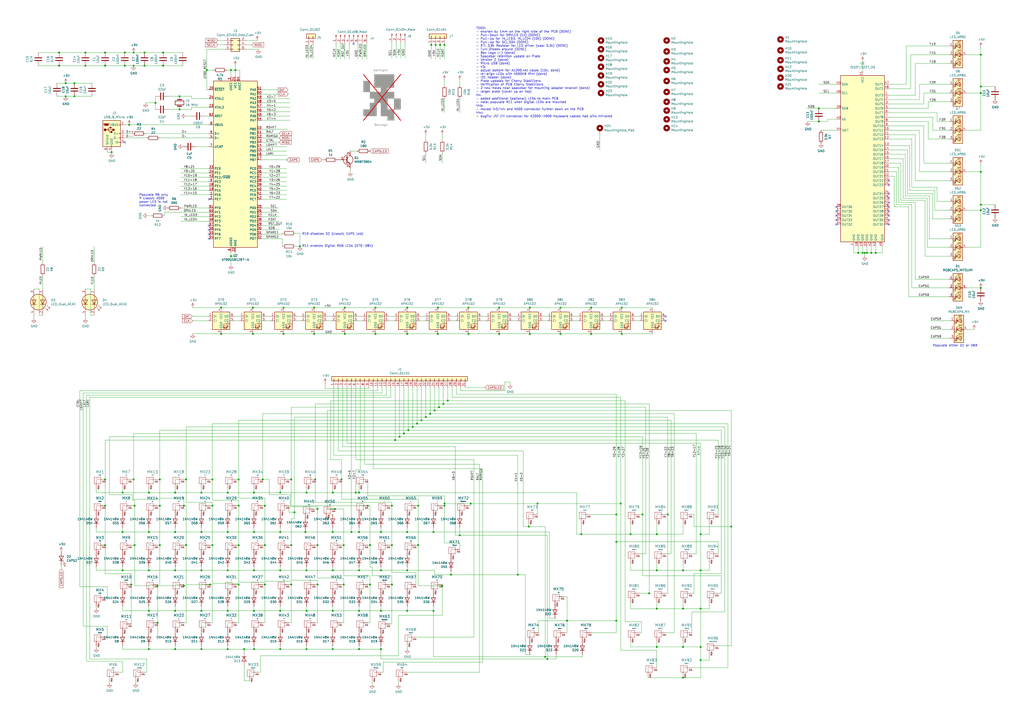
<source format=kicad_sch>
(kicad_sch (version 20231120) (generator "eeschema") (generator_version "8.0")
  (paper "A2")
  (title_block (title "A500 Keyboard") (date "2021-12-04") (rev "0.0") (company "Henryk Richter"))
  (junction (at 208.28 308.61))
  (junction (at 64.77 88.265))
  (junction (at 568.96 121.92))
  (junction (at 132.08 308.61))
  (junction (at 107.95 278.13))
  (junction (at 252.73 26.035))
  (junction (at 132.08 354.33))
  (junction (at 311.785 292.1))
  (junction (at 177.8 330.835))
  (junction (at 236.22 354.33))
  (junction (at 242.57 293.37))
  (junction (at 128.27 193.675))
  (junction (at 184.15 295.275))
  (junction (at 77.47 278.13))
  (junction (at 199.39 316.23))
  (junction (at 141.605 376.555))
  (junction (at 342.9 178.435))
  (junction (at 182.245 178.435))
  (junction (at 229.235 255.27))
  (junction (at 193.04 308.61))
  (junction (at 266.7 310.515))
  (junction (at 77.47 30.48))
  (junction (at 396.24 330.835))
  (junction (at 173.99 142.875))
  (junction (at 396.24 393.065))
  (junction (at 251.46 308.61))
  (junction (at 568.96 99.695))
  (junction (at 153.67 339.09))
  (junction (at 147.32 330.835))
  (junction (at 381 375.285))
  (junction (at 502.92 146.685))
  (junction (at 43.18 48.26))
  (junction (at 236.22 308.61))
  (junction (at 396.24 353.06))
  (junction (at 387.35 298.45))
  (junction (at 168.91 316.23))
  (junction (at 123.19 293.37))
  (junction (at 147.32 354.33))
  (junction (at 86.36 308.61))
  (junction (at 360.68 193.675))
  (junction (at 206.375 285.75))
  (junction (at 133.985 148.59))
  (junction (at 72.39 38.1))
  (junction (at 104.14 55.88))
  (junction (at 360.045 292.1))
  (junction (at 289.56 178.435))
  (junction (at 217.805 178.435))
  (junction (at 257.81 26.035))
  (junction (at 261.62 333.375))
  (junction (at 254 193.675))
  (junction (at 406.4 375.285))
  (junction (at 106.68 339.725))
  (junction (at 76.2 339.09))
  (junction (at 153.67 293.37))
  (junction (at 101.6 308.61))
  (junction (at 198.12 278.13))
  (junction (at 257.81 293.37))
  (junction (at 325.12 178.435))
  (junction (at 78.105 316.23))
  (junction (at 120.015 40.64))
  (junction (at 116.84 308.61))
  (junction (at 177.8 285.75))
  (junction (at 250.19 26.035))
  (junction (at 257.175 234.315))
  (junction (at 92.71 293.37))
  (junction (at 372.745 298.45))
  (junction (at 177.8 376.555))
  (junction (at 203.835 308.61))
  (junction (at 43.18 55.88))
  (junction (at 306.705 305.435))
  (junction (at 116.84 354.33))
  (junction (at 271.78 193.675))
  (junction (at 254.635 236.22))
  (junction (at 236.22 178.435))
  (junction (at 497.84 146.685))
  (junction (at 252.095 238.125))
  (junction (at 406.4 353.06))
  (junction (at 242.57 316.23))
  (junction (at 132.08 285.75))
  (junction (at 568.96 118.745))
  (junction (at 328.93 360.045))
  (junction (at 104.14 63.5))
  (junction (at 162.56 376.555))
  (junction (at 208.28 354.33))
  (junction (at 74.93 72.39))
  (junction (at 251.46 354.33))
  (junction (at 182.245 193.675))
  (junction (at 83.82 30.48))
  (junction (at 184.15 339.09))
  (junction (at 101.6 354.33))
  (junction (at 424.18 305.435))
  (junction (at 259.715 232.41))
  (junction (at 38.1 48.26))
  (junction (at 162.56 330.835))
  (junction (at 208.28 376.555))
  (junction (at 153.67 316.23))
  (junction (at 234.315 251.46))
  (junction (at 236.22 330.835))
  (junction (at 217.805 193.675))
  (junction (at 406.4 309.88))
  (junction (at 152.4 278.13))
  (junction (at 255.27 26.035))
  (junction (at 86.36 285.75))
  (junction (at 271.78 178.435))
  (junction (at 60.96 278.13))
  (junction (at 60.96 38.1))
  (junction (at 194.31 295.275))
  (junction (at 474.98 62.865))
  (junction (at 357.505 298.45))
  (junction (at 220.98 308.61))
  (junction (at 91.44 339.725))
  (junction (at 162.56 308.61))
  (junction (at 500.38 146.685))
  (junction (at 325.12 193.675))
  (junction (at 406.4 330.835))
  (junction (at 168.91 339.09))
  (junction (at 220.98 354.33))
  (junction (at 182.88 278.13))
  (junction (at 132.08 376.555))
  (junction (at 227.33 293.37))
  (junction (at 106.68 293.37))
  (junction (at 34.29 30.48))
  (junction (at 136.525 40.64))
  (junction (at 86.36 354.33))
  (junction (at 147.32 308.61))
  (junction (at 357.505 360.045))
  (junction (at 396.24 375.285))
  (junction (at 49.53 30.48))
  (junction (at 116.84 285.75))
  (junction (at 227.33 339.09))
  (junction (at 220.98 376.555))
  (junction (at 116.84 376.555))
  (junction (at 83.82 38.1))
  (junction (at 307.34 193.675))
  (junction (at 254 178.435))
  (junction (at 381 330.835))
  (junction (at 316.23 381))
  (junction (at 116.84 330.835))
  (junction (at 214.63 316.23))
  (junction (at 568.96 53.975))
  (junction (at 231.775 253.365))
  (junction (at 256.54 339.725))
  (junction (at 138.43 316.23))
  (junction (at 177.165 308.61))
  (junction (at 101.6 376.555))
  (junction (at 241.935 245.745))
  (junction (at 177.8 354.33))
  (junction (at 213.36 293.37))
  (junction (at 147.32 376.555))
  (junction (at 508 146.685))
  (junction (at 101.6 330.835))
  (junction (at 568.96 50.165))
  (junction (at 101.6 285.75))
  (junction (at 71.12 330.835))
  (junction (at 381 353.06))
  (junction (at 78.105 293.37))
  (junction (at 121.92 339.09))
  (junction (at 307.34 178.435))
  (junction (at 72.39 30.48))
  (junction (at 239.395 247.65))
  (junction (at 474.98 70.485))
  (junction (at 273.05 292.1))
  (junction (at 147.32 285.75))
  (junction (at 71.12 285.75))
  (junction (at 208.28 285.75))
  (junction (at 38.1 55.88))
  (junction (at 91.44 361.315))
  (junction (at 107.95 316.23))
  (junction (at 357.505 314.325))
  (junction (at 132.08 330.835))
  (junction (at 138.43 278.13))
  (junction (at 60.96 293.37))
  (junction (at 94.615 38.1))
  (junction (at 360.68 178.435))
  (junction (at 300.355 333.375))
  (junction (at 236.855 249.555))
  (junction (at 170.815 297.18))
  (junction (at 193.04 376.555))
  (junction (at 247.015 241.935))
  (junction (at 86.36 376.555))
  (junction (at 317.5 382.27))
  (junction (at 208.28 330.835))
  (junction (at 227.33 316.23))
  (junction (at 92.71 278.13))
  (junction (at 381 309.88))
  (junction (at 184.15 316.23))
  (junction (at 337.185 309.88))
  (junction (at 244.475 243.84))
  (junction (at 568.96 31.75))
  (junction (at 49.53 38.1))
  (junction (at 123.19 278.13))
  (junction (at 342.9 193.675))
  (junction (at 214.63 339.09))
  (junction (at 138.43 293.37))
  (junction (at 200.025 178.435))
  (junction (at 60.96 316.23))
  (junction (at 193.04 354.33))
  (junction (at 406.4 382.905))
  (junction (at 133.985 40.64))
  (junction (at 60.96 30.48))
  (junction (at 249.555 240.03))
  (junction (at 501.65 146.685))
  (junction (at 193.04 330.835))
  (junction (at 138.43 339.09))
  (junction (at 86.36 330.835))
  (junction (at 168.91 278.13))
  (junction (at 365.76 309.88))
  (junction (at 199.39 339.09))
  (junction (at 77.47 38.1))
  (junction (at 123.19 316.23))
  (junction (at 94.615 30.48))
  (junction (at 162.56 285.75))
  (junction (at 164.465 178.435))
  (junction (at 236.22 193.675))
  (junction (at 162.56 354.33))
  (junction (at 146.685 193.675))
  (junction (at 92.71 316.23))
  (junction (at 220.98 330.835))
  (junction (at 200.025 193.675))
  (junction (at 164.465 193.675))
  (junction (at 34.29 38.1))
  (junction (at 376.555 344.17))
  (junction (at 71.12 308.61))
  (junction (at 505.46 146.685))
  (junction (at 90.17 59.69))
  (junction (at 193.04 285.75))
  (junction (at 289.56 193.675))
  (junction (at 568.96 167.005))
  (junction (at 257.81 292.1))
  (junction (at 146.685 178.435))
  (junction (at 128.27 178.435))
  (no_connect (at 121.285 115.57))
  (no_connect (at 485.14 125.095))
  (no_connect (at 515.62 130.175))
  (no_connect (at 386.08 186.055))
  (no_connect (at 485.14 122.555))
  (no_connect (at 515.62 112.395))
  (no_connect (at 485.14 127.635))
  (no_connect (at 515.62 117.475))
  (no_connect (at 515.62 114.935))
  (no_connect (at 515.62 120.015))
  (no_connect (at 386.08 183.515))
  (no_connect (at 205.105 25.4))
  (no_connect (at 515.62 125.095))
  (no_connect (at 515.62 122.555))
  (no_connect (at 121.285 135.89))
  (no_connect (at 121.285 133.35))
  (no_connect (at 485.14 120.015))
  (no_connect (at 121.285 138.43))
  (no_connect (at 485.14 130.175))
  (no_connect (at 515.62 127.635))
  (no_connect (at 515.62 107.315))
  (no_connect (at 72.39 82.55))
  (no_connect (at 515.62 104.775))
  (no_connect (at 121.285 130.81))
  (wire (pts (xy 334.645 309.88) (xy 334.645 285.75)))
  (wire (pts (xy 511.81 142.875) (xy 511.81 146.685)))
  (wire (pts (xy 112.3856 183.515) (xy 120.65 183.515)))
  (wire (pts (xy 54.61 160.02) (xy 54.61 167.64)))
  (wire (pts (xy 297.18 186.055) (xy 299.72 186.055)))
  (wire (pts (xy 411.48 382.905) (xy 406.4 382.905)))
  (wire (pts (xy 257.81 49.53) (xy 257.81 46.355)))
  (wire (pts (xy 55.88 330.835) (xy 71.12 330.835)))
  (wire (pts (xy 151.765 107.95) (xy 166.37 107.95)))
  (wire (pts (xy 220.98 382.27) (xy 317.5 382.27)))
  (wire (pts (xy 256.54 339.725) (xy 256.54 356.87)))
  (wire (pts (xy 118.745 67.31) (xy 121.285 67.31)))
  (wire (pts (xy 247.015 88.9) (xy 247.015 94.615)))
  (wire (pts (xy 515.62 67.945) (xy 541.02 67.945)))
  (wire (pts (xy 300.355 333.375) (xy 304.8 333.375)))
  (wire (pts (xy 74.93 72.39) (xy 72.39 72.39)))
  (wire (pts (xy 208.915 272.415) (xy 206.375 272.415)))
  (wire (pts (xy 376.555 234.315) (xy 257.175 234.315)))
  (wire (pts (xy 307.34 379.73) (xy 304.8 379.73)))
  (wire (pts (xy 328.93 367.03) (xy 328.93 360.045)))
  (wire (pts (xy 526.415 86.995) (xy 526.415 112.395)))
  (wire (pts (xy 121.285 110.49) (xy 104.775 110.49)))
  (wire (pts (xy 92.71 316.23) (xy 92.71 339.725)))
  (wire (pts (xy 365.76 375.285) (xy 381 375.285)))
  (wire (pts (xy 214.63 316.23) (xy 214.63 328.93)))
  (wire (pts (xy 167.64 297.18) (xy 170.815 297.18)))
  (wire (pts (xy 168.91 316.23) (xy 168.91 300.99)))
  (wire (pts (xy 303.53 305.435) (xy 306.705 305.435)))
  (wire (pts (xy 360.68 178.435) (xy 378.46 178.435)))
  (wire (pts (xy 515.62 78.105) (xy 530.86 78.105)))
  (wire (pts (xy 194.945 25.4) (xy 194.945 34.29)))
  (wire (pts (xy 381 303.53) (xy 381 309.88)))
  (wire (pts (xy 52.705 167.64) (xy 49.53 167.64)))
  (wire (pts (xy 403.86 251.46) (xy 234.315 251.46)))
  (wire (pts (xy 217.805 193.675) (xy 236.22 193.675)))
  (wire (pts (xy 256.54 88.9) (xy 256.54 94.615)))
  (wire (pts (xy 132.08 308.61) (xy 132.08 306.07)))
  (wire (pts (xy 121.285 52.07) (xy 120.015 52.07)))
  (wire (pts (xy 536.575 148.59) (xy 536.575 116.205)))
  (wire (pts (xy 243.84 183.515) (xy 246.38 183.515)))
  (wire (pts (xy 474.98 70.485) (xy 480.06 70.485)))
  (wire (pts (xy 151.765 54.61) (xy 161.29 54.61)))
  (wire (pts (xy 147.32 354.33) (xy 147.32 351.79)))
  (wire (pts (xy 121.285 57.15) (xy 111.125 57.15)))
  (wire (pts (xy 142.875 28.575) (xy 149.86 28.575)))
  (wire (pts (xy 495.3 142.875) (xy 495.3 146.685)))
  (wire (pts (xy 208.28 376.555) (xy 220.98 376.555)))
  (wire (pts (xy 151.765 110.49) (xy 166.37 110.49)))
  (wire (pts (xy 86.36 308.61) (xy 101.6 308.61)))
  (wire (pts (xy 328.93 346.075) (xy 328.93 360.045)))
  (wire (pts (xy 264.16 310.515) (xy 266.7 310.515)))
  (wire (pts (xy 515.62 48.895) (xy 525.78 48.895)))
  (wire (pts (xy 121.285 100.33) (xy 104.775 100.33)))
  (wire (pts (xy 151.765 102.87) (xy 166.37 102.87)))
  (wire (pts (xy 151.765 80.01) (xy 161.925 80.01)))
  (wire (pts (xy 84.455 59.69) (xy 90.17 59.69)))
  (wire (pts (xy 214.63 339.09) (xy 214.63 361.315)))
  (wire (pts (xy 208.28 330.835) (xy 220.98 330.835)))
  (wire (pts (xy 537.845 143.51) (xy 550.545 143.51)))
  (wire (pts (xy 123.19 245.745) (xy 123.19 278.13)))
  (wire (pts (xy 107.95 339.725) (xy 107.95 361.315)))
  (wire (pts (xy 325.12 178.435) (xy 342.9 178.435)))
  (wire (pts (xy 396.24 353.06) (xy 406.4 353.06)))
  (wire (pts (xy 386.08 321.31) (xy 389.255 321.31)))
  (wire (pts (xy 523.875 92.075) (xy 523.875 114.935)))
  (wire (pts (xy 214.63 293.37) (xy 214.63 316.23)))
  (wire (pts (xy 135.89 183.515) (xy 139.065 183.515)))
  (wire (pts (xy 568.96 143.51) (xy 568.96 121.92)))
  (wire (pts (xy 254 193.675) (xy 271.78 193.675)))
  (wire (pts (xy 19.685 182.88) (xy 19.685 184.785)))
  (wire (pts (xy 177.8 376.555) (xy 193.04 376.555)))
  (wire (pts (xy 198.12 278.13) (xy 198.12 266.7)))
  (wire (pts (xy 123.19 339.09) (xy 123.19 361.315)))
  (wire (pts (xy 107.95 293.37) (xy 107.95 316.23)))
  (wire (pts (xy 107.95 339.09) (xy 121.92 339.09)))
  (wire (pts (xy 386.08 298.45) (xy 387.35 298.45)))
  (wire (pts (xy 182.88 316.23) (xy 184.15 316.23)))
  (wire (pts (xy 196.215 261.62) (xy 303.53 261.62)))
  (wire (pts (xy 111.125 63.5) (xy 104.14 63.5)))
  (wire (pts (xy 357.505 314.325) (xy 357.505 298.45)))
  (wire (pts (xy 213.995 225.425) (xy 188.595 225.425)))
  (wire (pts (xy 406.4 353.06) (xy 406.4 375.285)))
  (wire (pts (xy 184.15 316.23) (xy 184.15 335.28)))
  (wire (pts (xy 171.45 142.875) (xy 173.99 142.875)))
  (wire (pts (xy 138.43 339.09) (xy 138.43 361.315)))
  (wire (pts (xy 86.36 330.835) (xy 101.6 330.835)))
  (wire (pts (xy 256.54 293.37) (xy 257.81 293.37)))
  (wire (pts (xy 201.295 224.79) (xy 201.295 257.175)))
  (wire (pts (xy 208.28 285.75) (xy 208.28 283.21)))
  (wire (pts (xy 271.78 178.435) (xy 289.56 178.435)))
  (wire (pts (xy 216.535 271.78) (xy 280.035 271.78)))
  (wire (pts (xy 568.96 118.745) (xy 568.96 99.695)))
  (wire (pts (xy 365.76 349.25) (xy 365.76 353.06)))
  (wire (pts (xy 142.875 23.495) (xy 149.225 23.495)))
  (wire (pts (xy 168.91 316.23) (xy 168.91 336.55)))
  (wire (pts (xy 528.32 31.75) (xy 550.545 31.75)))
  (wire (pts (xy 485.14 48.895) (xy 474.98 48.895)))
  (wire (pts (xy 303.53 261.62) (xy 303.53 305.435)))
  (wire (pts (xy 256.54 78.105) (xy 256.54 81.28)))
  (wire (pts (xy 92.71 289.56) (xy 77.47 289.56)))
  (wire (pts (xy 239.395 224.79) (xy 239.395 247.65)))
  (wire (pts (xy 254.635 224.79) (xy 254.635 236.22)))
  (wire (pts (xy 267.335 226.695) (xy 292.735 226.695)))
  (wire (pts (xy 381 377.19) (xy 360.045 377.19)))
  (wire (pts (xy 375.92 393.065) (xy 396.24 393.065)))
  (wire (pts (xy 52.07 230.505) (xy 226.695 230.505)))
  (wire (pts (xy 560.705 121.92) (xy 568.96 121.92)))
  (wire (pts (xy 261.62 186.055) (xy 264.16 186.055)))
  (wire (pts (xy 312.42 360.045) (xy 328.93 360.045)))
  (wire (pts (xy 297.18 183.515) (xy 299.72 183.515)))
  (wire (pts (xy 83.82 389.89) (xy 85.09 389.89)))
  (wire (pts (xy 186.69 92.71) (xy 187.96 92.71)))
  (wire (pts (xy 542.29 121.92) (xy 550.545 121.92)))
  (wire (pts (xy 177.8 376.555) (xy 177.8 374.65)))
  (wire (pts (xy 151.13 389.89) (xy 149.86 389.89)))
  (wire (pts (xy 151.765 59.69) (xy 168.275 59.69)))
  (wire (pts (xy 231.14 356.87) (xy 231.14 380.365)))
  (wire (pts (xy 208.915 224.79) (xy 208.915 272.415)))
  (wire (pts (xy 86.36 285.75) (xy 71.12 285.75)))
  (wire (pts (xy 279.4 183.515) (xy 281.94 183.515)))
  (wire (pts (xy 234.95 24.765) (xy 234.95 33.655)))
  (wire (pts (xy 136.525 44.45) (xy 136.525 40.64)))
  (wire (pts (xy 257.175 234.315) (xy 182.88 234.315)))
  (wire (pts (xy 168.275 287.02) (xy 156.21 287.02)))
  (wire (pts (xy 418.465 334.01) (xy 418.465 344.17)))
  (wire (pts (xy 106.045 38.1) (xy 94.615 38.1)))
  (wire (pts (xy 271.78 193.675) (xy 289.56 193.675)))
  (wire (pts (xy 123.19 278.13) (xy 123.19 290.195)))
  (wire (pts (xy 101.6 308.61) (xy 101.6 306.07)))
  (wire (pts (xy 182.88 291.465) (xy 227.33 291.465)))
  (wire (pts (xy 92.71 288.925) (xy 106.68 288.925)))
  (wire (pts (xy 257.81 287.655) (xy 257.81 292.1)))
  (wire (pts (xy 278.13 269.24) (xy 211.455 269.24)))
  (wire (pts (xy 226.06 293.37) (xy 227.33 293.37)))
  (wire (pts (xy 480.06 70.485) (xy 480.06 69.215)))
  (wire (pts (xy 172.085 186.055) (xy 174.625 186.055)))
  (wire (pts (xy 141.605 376.555) (xy 147.32 376.555)))
  (wire (pts (xy 255.27 26.035) (xy 255.27 34.29)))
  (wire (pts (xy 71.12 376.555) (xy 86.36 376.555)))
  (wire (pts (xy 71.12 285.75) (xy 71.12 283.21)))
  (wire (pts (xy 568.96 50.165) (xy 568.96 31.75)))
  (wire (pts (xy 49.53 30.48) (xy 34.29 30.48)))
  (wire (pts (xy 280.035 271.78) (xy 280.035 384.175)))
  (wire (pts (xy 147.32 285.75) (xy 147.32 283.21)))
  (wire (pts (xy 375.92 392.43) (xy 375.92 393.065)))
  (wire (pts (xy 244.475 224.79) (xy 244.475 243.84)))
  (wire (pts (xy 539.115 138.43) (xy 550.545 138.43)))
  (wire (pts (xy 396.24 372.11) (xy 396.24 375.285)))
  (wire (pts (xy 121.285 72.39) (xy 74.93 72.39)))
  (wire (pts (xy 63.5 394.97) (xy 63.5 396.24)))
  (wire (pts (xy 136.525 40.64) (xy 139.065 40.64)))
  (wire (pts (xy 147.32 354.33) (xy 162.56 354.33)))
  (wire (pts (xy 116.84 308.61) (xy 132.08 308.61)))
  (wire (pts (xy 206.375 285.75) (xy 193.04 285.75)))
  (wire (pts (xy 167.64 293.37) (xy 167.64 297.18)))
  (wire (pts (xy 189.865 238.125) (xy 189.865 295.275)))
  (wire (pts (xy 250.19 25.4) (xy 250.19 26.035)))
  (wire (pts (xy 137.16 316.23) (xy 138.43 316.23)))
  (wire (pts (xy 527.685 84.455) (xy 527.685 110.49)))
  (wire (pts (xy 60.96 316.23) (xy 60.96 332.74)))
  (wire (pts (xy 236.22 389.89) (xy 278.13 389.89)))
  (wire (pts (xy 327.66 367.03) (xy 328.93 367.03)))
  (wire (pts (xy 568.96 75.565) (xy 568.96 53.975)))
  (wire (pts (xy 273.05 292.1) (xy 273.05 293.37)))
  (wire (pts (xy 266.7 57.15) (xy 266.7 65.405)))
  (wire (pts (xy 311.785 292.1) (xy 360.045 292.1)))
  (wire (pts (xy 60.96 346.71) (xy 62.23 346.71)))
  (wire (pts (xy 203.2 99.695) (xy 203.2 97.79)))
  (wire (pts (xy 497.84 146.685) (xy 500.38 146.685)))
  (wire (pts (xy 241.3 316.23) (xy 242.57 316.23)))
  (wire (pts (xy 269.875 224.79) (xy 281.305 224.79)))
  (wire (pts (xy 120.015 28.575) (xy 120.015 40.64)))
  (wire (pts (xy 350.52 186.055) (xy 353.06 186.055)))
  (wire (pts (xy 189.865 183.515) (xy 192.405 183.515)))
  (wire (pts (xy 123.19 316.23) (xy 123.19 338.455)))
  (wire (pts (xy 515.62 57.785) (xy 533.4 57.785)))
  (wire (pts (xy 530.86 104.775) (xy 550.545 104.775)))
  (wire (pts (xy 411.48 353.06) (xy 411.48 349.25)))
  (wire (pts (xy 162.56 376.555) (xy 162.56 374.65)))
  (wire (pts (xy 207.645 25.4) (xy 207.645 34.29)))
  (wire (pts (xy 139.065 40.64) (xy 139.065 44.45)))
  (wire (pts (xy 90.17 59.69) (xy 90.17 63.5)))
  (wire (pts (xy 184.15 294.005) (xy 168.275 294.005)))
  (wire (pts (xy 137.16 361.315) (xy 138.43 361.315)))
  (wire (pts (xy 274.955 369.57) (xy 241.3 369.57)))
  (wire (pts (xy 515.62 73.025) (xy 535.94 73.025)))
  (wire (pts (xy 416.56 374.65) (xy 424.18 374.65)))
  (wire (pts (xy 151.765 105.41) (xy 166.37 105.41)))
  (wire (pts (xy 242.57 293.37) (xy 242.57 316.23)))
  (wire (pts (xy 107.95 291.465) (xy 123.19 291.465)))
  (wire (pts (xy 184.15 295.275) (xy 184.15 316.23)))
  (wire (pts (xy 162.56 376.555) (xy 177.8 376.555)))
  (wire (pts (xy 24.765 160.02) (xy 24.765 167.64)))
  (wire (pts (xy 568.96 121.92) (xy 568.96 118.745)))
  (wire (pts (xy 193.04 330.835) (xy 208.28 330.835)))
  (wire (pts (xy 138.43 243.84) (xy 244.475 243.84)))
  (wire (pts (xy 257.81 26.035) (xy 257.81 34.29)))
  (wire (pts (xy 78.105 339.725) (xy 91.44 339.725)))
  (wire (pts (xy 151.765 113.03) (xy 166.37 113.03)))
  (wire (pts (xy 535.94 94.615) (xy 550.545 94.615)))
  (wire (pts (xy 317.5 310.515) (xy 317.5 382.27)))
  (wire (pts (xy 416.56 255.27) (xy 416.56 298.45)))
  (wire (pts (xy 121.285 97.79) (xy 104.775 97.79)))
  (wire (pts (xy 104.14 63.5) (xy 97.79 63.5)))
  (wire (pts (xy 152.4 293.37) (xy 153.67 293.37)))
  (wire (pts (xy 116.84 376.555) (xy 132.08 376.555)))
  (wire (pts (xy 242.57 289.56) (xy 242.57 293.37)))
  (wire (pts (xy 295.91 221.615) (xy 295.91 222.885)))
  (wire (pts (xy 306.705 305.435) (xy 306.705 303.53)))
  (wire (pts (xy 365.76 372.11) (xy 365.76 375.285)))
  (wire (pts (xy 167.64 316.23) (xy 168.91 316.23)))
  (wire (pts (xy 184.15 336.55) (xy 184.15 339.09)))
  (wire (pts (xy 508 146.685) (xy 511.81 146.685)))
  (wire (pts (xy 515.62 75.565) (xy 533.4 75.565)))
  (wire (pts (xy 78.74 394.97) (xy 78.74 396.24)))
  (wire (pts (xy 152.4 339.09) (xy 153.67 339.09)))
  (wire (pts (xy 123.19 338.455) (xy 138.43 338.455)))
  (wire (pts (xy 121.92 316.23) (xy 123.19 316.23)))
  (wire (pts (xy 136.525 40.64) (xy 136.525 38.1)))
  (wire (pts (xy 101.6 354.33) (xy 116.84 354.33)))
  (wire (pts (xy 391.16 240.03) (xy 391.16 367.03)))
  (wire (pts (xy 252.095 224.79) (xy 252.095 238.125)))
  (wire (pts (xy 94.615 38.1) (xy 83.82 38.1)))
  (wire (pts (xy 550.545 26.67) (xy 525.78 26.67)))
  (wire (pts (xy 121.285 128.27) (xy 104.775 128.27)))
  (wire (pts (xy 402.59 332.74) (xy 402.59 344.17)))
  (wire (pts (xy 252.095 333.375) (xy 261.62 333.375)))
  (wire (pts (xy 76.2 339.09) (xy 76.2 361.95)))
  (wire (pts (xy 177.8 330.835) (xy 177.8 328.93)))
  (wire (pts (xy 214.63 334.01) (xy 214.63 339.09)))
  (wire (pts (xy 420.37 247.65) (xy 239.395 247.65)))
  (wire (pts (xy 199.39 335.28) (xy 199.39 339.09)))
  (wire (pts (xy 101.6 330.835) (xy 116.84 330.835)))
  (wire (pts (xy 170.815 300.99) (xy 168.91 300.99)))
  (wire (pts (xy 111.76 178.435) (xy 128.27 178.435)))
  (wire (pts (xy 530.86 161.925) (xy 550.545 161.925)))
  (wire (pts (xy 577.215 118.745) (xy 568.96 118.745)))
  (wire (pts (xy 322.58 379.73) (xy 322.58 382.27)))
  (wire (pts (xy 138.43 293.37) (xy 138.43 316.23)))
  (wire (pts (xy 538.48 59.055) (xy 538.48 62.865)))
  (wire (pts (xy 411.48 303.53) (xy 411.48 309.88)))
  (wire (pts (xy 83.82 38.1) (xy 77.47 38.1)))
  (wire (pts (xy 231.14 380.365) (xy 151.13 380.365)))
  (wire (pts (xy 411.48 309.88) (xy 406.4 309.88)))
  (wire (pts (xy 252.73 25.4) (xy 252.73 26.035)))
  (wire (pts (xy 151.765 82.55) (xy 161.925 82.55)))
  (wire (pts (xy 307.34 193.675) (xy 325.12 193.675)))
  (wire (pts (xy 236.22 374.65) (xy 236.22 376.555)))
  (wire (pts (xy 568.96 167.005) (xy 560.705 167.005)))
  (wire (pts (xy 502.92 146.685) (xy 505.46 146.685)))
  (wire (pts (xy 236.855 224.79) (xy 236.855 249.555)))
  (wire (pts (xy 274.955 266.7) (xy 274.955 369.57)))
  (wire (pts (xy 182.88 361.315) (xy 184.15 361.315)))
  (wire (pts (xy 91.44 369.57) (xy 91.44 361.315)))
  (wire (pts (xy 121.92 361.315) (xy 123.19 361.315)))
  (wire (pts (xy 133.985 44.45) (xy 133.985 40.64)))
  (wire (pts (xy 226.06 361.95) (xy 227.33 361.95)))
  (wire (pts (xy 121.92 339.09) (xy 123.19 339.09)))
  (wire (pts (xy 86.36 354.33) (xy 86.36 351.79)))
  (wire (pts (xy 193.04 376.555) (xy 208.28 376.555)))
  (wire (pts (xy 162.56 308.61) (xy 177.165 308.61)))
  (wire (pts (xy 92.71 249.555) (xy 92.71 278.13)))
  (wire (pts (xy 561.34 191.135) (xy 565.15 191.135)))
  (wire (pts (xy 376.555 344.805) (xy 376.555 344.17)))
  (wire (pts (xy 226.695 224.79) (xy 226.695 230.505)))
  (wire (pts (xy 541.02 67.945) (xy 541.02 75.565)))
  (wire (pts (xy 147.32 308.61) (xy 147.32 306.07)))
  (wire (pts (xy 168.91 293.37) (xy 168.91 278.13)))
  (wire (pts (xy 62.23 87.63) (xy 62.23 88.265)))
  (wire (pts (xy 402.59 305.435) (xy 402.59 298.45)))
  (wire (pts (xy 168.91 278.13) (xy 167.64 278.13)))
  (wire (pts (xy 151.765 77.47) (xy 161.925 77.47)))
  (wire (pts (xy 121.285 107.95) (xy 104.775 107.95)))
  (wire (pts (xy 111.125 57.15) (xy 111.125 55.88)))
  (wire (pts (xy 78.105 293.37) (xy 78.105 316.23)))
  (wire (pts (xy 530.86 117.475) (xy 521.335 117.475)))
  (wire (pts (xy 116.84 308.61) (xy 116.84 306.07)))
  (wire (pts (xy 24.765 152.4) (xy 24.765 142.875)))
  (wire (pts (xy 226.06 339.09) (xy 227.33 339.09)))
  (wire (pts (xy 515.62 84.455) (xy 527.685 84.455)))
  (wire (pts (xy 229.235 255.27) (xy 416.56 255.27)))
  (wire (pts (xy 396.24 330.835) (xy 406.4 330.835)))
  (wire (pts (xy 138.43 337.82) (xy 153.67 337.82)))
  (wire (pts (xy 520.065 118.745) (xy 528.955 118.745)))
  (wire (pts (xy 225.425 183.515) (xy 228.6 183.515)))
  (wire (pts (xy 522.605 116.205) (xy 522.605 94.615)))
  (wire (pts (xy 179.07 26.035) (xy 179.07 34.29)))
  (wire (pts (xy 92.71 249.555) (xy 236.855 249.555)))
  (wire (pts (xy 71.12 285.75) (xy 55.88 285.75)))
  (wire (pts (xy 76.2 293.37) (xy 78.105 293.37)))
  (wire (pts (xy 35.56 327.66) (xy 35.56 330.2)))
  (wire (pts (xy 550.545 53.975) (xy 535.94 53.975)))
  (wire (pts (xy 474.98 62.865) (xy 467.995 62.865)))
  (wire (pts (xy 220.98 354.33) (xy 236.22 354.33)))
  (wire (pts (xy 49.53 38.1) (xy 34.29 38.1)))
  (wire (pts (xy 236.22 330.835) (xy 236.22 328.93)))
  (wire (pts (xy 550.545 148.59) (xy 536.575 148.59)))
  (wire (pts (xy 64.77 87.63) (xy 64.77 88.265)))
  (wire (pts (xy 168.275 294.005) (xy 168.275 287.02)))
  (wire (pts (xy 147.32 330.835) (xy 162.56 330.835)))
  (wire (pts (xy 539.115 113.665) (xy 539.115 138.43)))
  (wire (pts (xy 34.29 38.1) (xy 22.225 38.1)))
  (wire (pts (xy 97.79 55.88) (xy 104.14 55.88)))
  (wire (pts (xy 357.505 228.6) (xy 264.795 228.6)))
  (wire (pts (xy 500.38 142.875) (xy 500.38 146.685)))
  (wire (pts (xy 132.08 354.33) (xy 132.08 351.79)))
  (wire (pts (xy 208.28 354.33) (xy 208.28 351.79)))
  (wire (pts (xy 381 309.88) (xy 396.24 309.88)))
  (wire (pts (xy 396.24 349.25) (xy 396.24 353.06)))
  (wire (pts (xy 55.88 374.65) (xy 55.88 375.92)))
  (wire (pts (xy 316.23 305.435) (xy 306.705 305.435)))
  (wire (pts (xy 71.12 389.89) (xy 71.12 383.54)))
  (wire (pts (xy 193.04 376.555) (xy 193.04 374.65)))
  (wire (pts (xy 251.46 354.33) (xy 251.46 351.79)))
  (wire (pts (xy 550.545 59.055) (xy 538.48 59.055)))
  (wire (pts (xy 71.12 330.835) (xy 71.12 328.93)))
  (wire (pts (xy 203.835 224.79) (xy 203.835 308.61)))
  (wire (pts (xy 389.255 321.31) (xy 389.255 243.84)))
  (wire (pts (xy 177.8 285.75) (xy 162.56 285.75)))
  (wire (pts (xy 387.35 298.45) (xy 387.35 241.935)))
  (wire (pts (xy 200.025 193.675) (xy 217.805 193.675)))
  (wire (pts (xy 120.015 40.64) (xy 123.825 40.64)))
  (wire (pts (xy 262.255 230.505) (xy 262.255 224.79)))
  (wire (pts (xy 256.54 339.09) (xy 256.54 339.725)))
  (wire (pts (xy 249.555 224.79) (xy 249.555 240.03)))
  (wire (pts (xy 264.795 228.6) (xy 264.795 224.79)))
  (wire (pts (xy 225.425 186.055) (xy 228.6 186.055)))
  (wire (pts (xy 213.36 293.37) (xy 214.63 293.37)))
  (wire (pts (xy 101.6 366.395) (xy 101.6 367.03)))
  (wire (pts (xy 86.36 376.555) (xy 86.36 374.65)))
  (wire (pts (xy 193.04 354.33) (xy 193.04 351.79)))
  (wire (pts (xy 213.36 287.655) (xy 257.81 287.655)))
  (wire (pts (xy 168.91 337.185) (xy 168.91 339.09)))
  (wire (pts (xy 171.45 135.255) (xy 173.99 135.255)))
  (wire (pts (xy 133.985 148.59) (xy 133.985 153.67)))
  (wire (pts (xy 116.84 376.555) (xy 116.84 374.65)))
  (wire (pts (xy 111.125 55.88) (xy 104.14 55.88)))
  (wire (pts (xy 533.4 48.895) (xy 550.545 48.895)))
  (wire (pts (xy 138.43 316.23) (xy 138.43 337.82)))
  (wire (pts (xy 403.86 321.31) (xy 403.86 251.46)))
  (wire (pts (xy 527.05 120.015) (xy 527.05 172.085)))
  (wire (pts (xy 90.17 55.88) (xy 90.17 59.69)))
  (wire (pts (xy 256.54 356.87) (xy 231.14 356.87)))
  (wire (pts (xy 153.67 339.09) (xy 153.67 361.315)))
  (wire (pts (xy 132.08 285.75) (xy 132.08 283.21)))
  (wire (pts (xy 251.46 381) (xy 316.23 381)))
  (wire (pts (xy 193.675 264.16) (xy 300.355 264.16)))
  (wire (pts (xy 220.98 330.835) (xy 236.22 330.835)))
  (wire (pts (xy 515.62 89.535) (xy 525.145 89.535)))
  (wire (pts (xy 164.465 193.675) (xy 182.245 193.675)))
  (wire (pts (xy 560.705 75.565) (xy 568.96 75.565)))
  (wire (pts (xy 193.04 298.45) (xy 191.135 298.45)))
  (wire (pts (xy 78.105 290.195) (xy 76.835 290.195)))
  (wire (pts (xy 376.555 344.17) (xy 376.555 234.315)))
  (wire (pts (xy 213.36 361.315) (xy 214.63 361.315)))
  (wire (pts (xy 49.53 182.88) (xy 49.53 184.785)))
  (wire (pts (xy 193.04 308.61) (xy 203.835 308.61)))
  (wire (pts (xy 381 349.25) (xy 381 353.06)))
  (wire (pts (xy 151.765 128.27) (xy 161.925 128.27)))
  (wire (pts (xy 541.02 75.565) (xy 550.545 75.565)))
  (wire (pts (xy 199.39 316.23) (xy 199.39 334.01)))
  (wire (pts (xy 536.575 116.205) (xy 522.605 116.205)))
  (wire (pts (xy 55.88 351.79) (xy 55.88 353.06)))
  (wire (pts (xy 142.875 26.035) (xy 146.05 26.035)))
  (wire (pts (xy 132.08 376.555) (xy 141.605 376.555)))
  (wire (pts (xy 111.5201 183.5029) (xy 112.3856 183.5029)))
  (wire (pts (xy 337.185 309.88) (xy 337.185 303.53)))
  (wire (pts (xy 168.91 293.37) (xy 213.36 293.37)))
  (wire (pts (xy 396.24 393.065) (xy 396.24 392.43)))
  (wire (pts (xy 241.3 332.105) (xy 241.3 339.09)))
  (wire (pts (xy 396.24 326.39) (xy 396.24 330.835)))
  (wire (pts (xy 199.39 334.01) (xy 214.63 334.01)))
  (wire (pts (xy 202.565 25.4) (xy 202.565 34.29)))
  (wire (pts (xy 92.71 278.13) (xy 92.71 288.925)))
  (wire (pts (xy 362.585 360.68) (xy 362.585 232.41)))
  (wire (pts (xy 151.765 67.31) (xy 168.275 67.31)))
  (wire (pts (xy 71.12 354.33) (xy 86.36 354.33)))
  (wire (pts (xy 49.53 38.1) (xy 60.96 38.1)))
  (wire (pts (xy 543.56 70.485) (xy 550.545 70.485)))
  (wire (pts (xy 147.32 330.835) (xy 147.32 328.93)))
  (wire (pts (xy 360.68 193.675) (xy 378.46 193.675)))
  (wire (pts (xy 138.43 288.925) (xy 153.67 288.925)))
  (wire (pts (xy 541.02 112.395) (xy 541.02 127)))
  (wire (pts (xy 182.88 234.315) (xy 182.88 278.13)))
  (wire (pts (xy 71.12 308.61) (xy 71.12 306.07)))
  (wire (pts (xy 188.595 222.25) (xy 188.595 225.425)))
  (wire (pts (xy 92.71 293.37) (xy 92.71 316.23)))
  (wire (pts (xy 231.14 394.97) (xy 231.14 396.875)))
  (wire (pts (xy 342.9 178.435) (xy 360.68 178.435)))
  (wire (pts (xy 156.21 278.13) (xy 156.21 287.02)))
  (wire (pts (xy 560.705 99.695) (xy 568.96 99.695)))
  (wire (pts (xy 121.285 120.65) (xy 104.775 120.65)))
  (wire (pts (xy 365.76 330.835) (xy 381 330.835)))
  (wire (pts (xy 38.1 48.26) (xy 43.18 48.26)))
  (wire (pts (xy 198.12 289.56) (xy 242.57 289.56)))
  (wire (pts (xy 162.56 354.33) (xy 162.56 351.79)))
  (wire (pts (xy 60.96 369.57) (xy 62.23 369.57)))
  (wire (pts (xy 387.35 344.17) (xy 386.08 344.17)))
  (wire (pts (xy 101.6 330.835) (xy 101.6 328.93)))
  (wire (pts (xy 177.8 354.33) (xy 177.8 351.79)))
  (wire (pts (xy 374.65 236.22) (xy 374.65 321.31)))
  (wire (pts (xy 86.36 376.555) (xy 101.6 376.555)))
  (wire (pts (xy 193.04 285.75) (xy 177.8 285.75)))
  (wire (pts (xy 22.86 182.88) (xy 22.86 167.64)))
  (wire (pts (xy 132.08 376.555) (xy 132.08 374.65)))
  (wire (pts (xy 515.62 60.325) (xy 535.94 60.325)))
  (wire (pts (xy 266.7 49.53) (xy 266.7 46.355)))
  (wire (pts (xy 525.145 113.665) (xy 539.115 113.665)))
  (wire (pts (xy 416.56 314.325) (xy 357.505 314.325)))
  (wire (pts (xy 220.98 330.835) (xy 220.98 328.93)))
  (wire (pts (xy 121.285 77.47) (xy 84.455 77.47)))
  (wire (pts (xy 147.32 366.395) (xy 147.32 367.03)))
  (wire (pts (xy 220.98 376.555) (xy 220.98 382.27)))
  (wire (pts (xy 530.86 161.925) (xy 530.86 117.475)))
  (wire (pts (xy 62.23 88.265) (xy 64.77 88.265)))
  (wire (pts (xy 234.315 224.79) (xy 234.315 251.46)))
  (wire (pts (xy 406.4 353.06) (xy 411.48 353.06)))
  (wire (pts (xy 468.63 70.485) (xy 474.98 70.485)))
  (wire (pts (xy 83.82 30.48) (xy 77.47 30.48)))
  (wire (pts (xy 515.62 92.075) (xy 523.875 92.075)))
  (wire (pts (xy 72.39 38.1) (xy 60.96 38.1)))
  (wire (pts (xy 406.4 375.285) (xy 406.4 382.905)))
  (wire (pts (xy 60.96 255.27) (xy 60.96 278.13)))
  (wire (pts (xy 337.185 309.88) (xy 334.645 309.88)))
  (wire (pts (xy 362.585 232.41) (xy 259.715 232.41)))
  (wire (pts (xy 123.19 291.465) (xy 123.19 293.37)))
  (wire (pts (xy 221.615 224.79) (xy 221.615 227.965)))
  (wire (pts (xy 538.48 70.485) (xy 538.48 80.645)))
  (wire (pts (xy 85.725 125.095) (xy 87.63 125.095)))
  (wire (pts (xy 85.09 389.89) (xy 85.09 382.27)))
  (wire (pts (xy 422.275 245.745) (xy 241.935 245.745)))
  (wire (pts (xy 518.795 102.235) (xy 518.795 120.015)))
  (wire (pts (xy 528.955 118.745) (xy 528.955 167.005)))
  (wire (pts (xy 257.175 224.79) (xy 257.175 234.315)))
  (wire (pts (xy 116.84 285.75) (xy 101.6 285.75)))
  (wire (pts (xy 406.4 382.905) (xy 406.4 393.065)))
  (wire (pts (xy 515.62 55.245) (xy 530.86 55.245)))
  (wire (pts (xy 311.785 292.1) (xy 273.05 292.1)))
  (wire (pts (xy 520.065 99.695) (xy 520.065 118.745)))
  (wire (pts (xy 577.215 50.165) (xy 568.96 50.165)))
  (wire (pts (xy 54.61 152.4) (xy 54.61 142.875)))
  (wire (pts (xy 182.245 193.675) (xy 200.025 193.675)))
  (wire (pts (xy 151.765 87.63) (xy 166.37 87.63)))
  (wire (pts (xy 116.84 354.33) (xy 116.84 351.79)))
  (wire (pts (xy 226.06 316.23) (xy 227.33 316.23)))
  (wire (pts (xy 535.94 53.975) (xy 535.94 60.325)))
  (wire (pts (xy 50.165 383.54) (xy 50.165 229.235)))
  (wire (pts (xy 177.8 354.33) (xy 193.04 354.33)))
  (wire (pts (xy 120.015 40.64) (xy 120.015 52.07)))
  (wire (pts (xy 239.395 247.65) (xy 107.95 247.65)))
  (wire (pts (xy 357.505 298.45) (xy 342.265 298.45)))
  (wire (pts (xy 533.4 99.695) (xy 533.4 75.565)))
  (wire (pts (xy 372.745 334.01) (xy 418.465 334.01)))
  (wire (pts (xy 177.165 307.975) (xy 177.165 308.61)))
  (wire (pts (xy 62.23 340.36) (xy 46.355 340.36)))
  (wire (pts (xy 337.82 381) (xy 337.82 379.73)))
  (wire (pts (xy 316.23 381) (xy 316.23 305.435)))
  (wire (pts (xy 213.36 316.23) (xy 214.63 316.23)))
  (wire (pts (xy 220.98 308.61) (xy 220.98 306.07)))
  (wire (pts (xy 193.04 330.835) (xy 193.04 328.93)))
  (wire (pts (xy 38.1 55.88) (xy 43.18 55.88)))
  (wire (pts (xy 138.43 338.455) (xy 138.43 339.09)))
  (wire (pts (xy 406.4 257.175) (xy 201.295 257.175)))
  (wire (pts (xy 252.095 330.835) (xy 252.095 333.375)))
  (wire (pts (xy 121.285 102.87) (xy 104.775 102.87)))
  (wire (pts (xy 208.28 308.61) (xy 208.28 306.07)))
  (wire (pts (xy 49.53 30.48) (xy 60.96 30.48)))
  (wire (pts (xy 198.755 224.79) (xy 198.755 259.08)))
  (wire (pts (xy 133.985 40.64) (xy 136.525 40.64)))
  (wire (pts (xy 518.795 120.015) (xy 527.05 120.015)))
  (wire (pts (xy 151.765 120.65) (xy 161.925 120.65)))
  (wire (pts (xy 152.4 361.315) (xy 153.67 361.315)))
  (wire (pts (xy 213.36 339.09) (xy 214.63 339.09)))
  (wire (pts (xy 151.765 97.79) (xy 166.37 97.79)))
  (wire (pts (xy 261.62 333.375) (xy 261.62 331.47)))
  (wire (pts (xy 365.76 326.39) (xy 365.76 330.835)))
  (wire (pts (xy 153.67 293.37) (xy 153.67 316.23)))
  (wire (pts (xy 138.43 278.13) (xy 138.43 243.84)))
  (wire (pts (xy 55.88 306.07) (xy 55.88 308.61)))
  (wire (pts (xy 515.62 102.235) (xy 518.795 102.235)))
  (wire (pts (xy 200.025 25.4) (xy 200.025 34.29)))
  (wire (pts (xy 224.155 224.79) (xy 224.155 229.235)))
  (wire (pts (xy 515.62 94.615) (xy 522.605 94.615)))
  (wire (pts (xy 151.765 135.89) (xy 163.83 135.89)))
  (wire (pts (xy 418.465 249.555) (xy 418.465 332.74)))
  (wire (pts (xy 211.455 269.24) (xy 211.455 224.79)))
  (wire (pts (xy 220.98 376.555) (xy 220.98 374.65)))
  (wire (pts (xy 401.32 321.31) (xy 403.86 321.31)))
  (wire (pts (xy 254.635 236.22) (xy 374.65 236.22)))
  (wire (pts (xy 177.8 330.835) (xy 193.04 330.835)))
  (wire (pts (xy 342.9 193.675) (xy 360.68 193.675)))
  (wire (pts (xy 101.6 308.61) (xy 116.84 308.61)))
  (wire (pts (xy 318.77 308.61) (xy 318.77 358.775)))
  (wire (pts (xy 184.15 339.09) (xy 184.15 361.315)))
  (wire (pts (xy 257.81 25.4) (xy 257.81 26.035)))
  (wire (pts (xy 550.545 36.83) (xy 530.86 36.83)))
  (wire (pts (xy 111.76 193.675) (xy 128.27 193.675)))
  (wire (pts (xy 193.04 366.395) (xy 193.04 367.03)))
  (wire (pts (xy 76.835 290.195) (xy 76.835 287.02)))
  (wire (pts (xy 289.56 193.675) (xy 307.34 193.675)))
  (wire (pts (xy 111.76 186.055) (xy 120.65 186.055)))
  (wire (pts (xy 177.8 285.75) (xy 177.8 283.21)))
  (wire (pts (xy 251.46 308.61) (xy 251.46 306.07)))
  (wire (pts (xy 500.38 35.56) (xy 500.38 41.275)))
  (wire (pts (xy 560.705 31.75) (xy 568.96 31.75)))
  (wire (pts (xy 197.485 25.4) (xy 197.485 34.29)))
  (wire (pts (xy 147.32 308.61) (xy 162.56 308.61)))
  (wire (pts (xy 533.4 57.785) (xy 533.4 48.895)))
  (wire (pts (xy 121.285 85.09) (xy 113.665 85.09)))
  (wire (pts (xy 292.735 221.615) (xy 295.91 221.615)))
  (wire (pts (xy 391.16 367.03) (xy 386.08 367.03)))
  (wire (pts (xy 528.955 108.585) (xy 543.56 108.585)))
  (wire (pts (xy 151.765 90.17) (xy 166.37 90.17)))
  (wire (pts (xy 406.4 330.835) (xy 411.48 330.835)))
  (wire (pts (xy 236.22 308.61) (xy 251.46 308.61)))
  (wire (pts (xy 43.18 48.26) (xy 53.34 48.26)))
  (wire (pts (xy 365.76 309.88) (xy 381 309.88)))
  (wire (pts (xy 162.56 308.61) (xy 162.56 306.07)))
  (wire (pts (xy 271.78 293.37) (xy 273.05 293.37)))
  (wire (pts (xy 173.99 135.255) (xy 173.99 142.875)))
  (wire (pts (xy 208.28 354.33) (xy 220.98 354.33)))
  (wire (pts (xy 63.5 253.365) (xy 63.5 287.02)))
  (wire (pts (xy 101.6 376.555) (xy 101.6 374.65)))
  (wire (pts (xy 207.645 183.515) (xy 210.185 183.515)))
  (wire (pts (xy 360.045 292.1) (xy 360.045 230.505)))
  (wire (pts (xy 222.25 384.175) (xy 222.25 389.89)))
  (wire (pts (xy 94.615 30.48) (xy 83.82 30.48)))
  (wire (pts (xy 232.41 24.765) (xy 232.41 33.655)))
  (wire (pts (xy 372.745 253.365) (xy 231.775 253.365)))
  (wire (pts (xy 104.775 113.03) (xy 121.285 113.03)))
  (wire (pts (xy 300.355 264.16) (xy 300.355 333.375)))
  (wire (pts (xy 213.995 224.79) (xy 213.995 225.425)))
  (wire (pts (xy 86.36 285.75) (xy 86.36 283.21)))
  (wire (pts (xy 543.56 116.84) (xy 550.545 116.84)))
  (wire (pts (xy 199.39 339.09) (xy 199.39 361.315)))
  (wire (pts (xy 254.635 236.22) (xy 168.91 236.22)))
  (wire (pts (xy 224.155 229.235) (xy 50.165 229.235)))
  (wire (pts (xy 107.95 278.13) (xy 107.95 291.465)))
  (wire (pts (xy 191.135 300.355) (xy 189.23 300.355)))
  (wire (pts (xy 147.32 376.555) (xy 147.32 374.65)))
  (wire (pts (xy 131.445 40.64) (xy 133.985 40.64)))
  (wire (pts (xy 182.245 178.435) (xy 200.025 178.435)))
  (wire (pts (xy 132.08 354.33) (xy 147.32 354.33)))
  (wire (pts (xy 241.3 332.105) (xy 227.33 332.105)))
  (wire (pts (xy 153.67 337.185) (xy 168.91 337.185)))
  (wire (pts (xy 357.505 314.325) (xy 357.505 360.045)))
  (wire (pts (xy 191.77 232.41) (xy 259.715 232.41)))
  (wire (pts (xy 530.86 36.83) (xy 530.86 55.245)))
  (wire (pts (xy 543.56 65.405) (xy 543.56 70.485)))
  (wire (pts (xy 138.43 278.13) (xy 138.43 288.925)))
  (wire (pts (xy 528.32 51.435) (xy 528.32 31.75)))
  (wire (pts (xy 515.62 51.435) (xy 528.32 51.435)))
  (wire (pts (xy 215.9 334.01) (xy 215.9 328.93)))
  (wire (pts (xy 85.09 382.27) (xy 52.07 382.27)))
  (wire (pts (xy 350.52 183.515) (xy 353.06 183.515)))
  (wire (pts (xy 48.26 363.22) (xy 48.26 227.965)))
  (wire (pts (xy 515.62 86.995) (xy 526.415 86.995)))
  (wire (pts (xy 151.765 52.07) (xy 161.29 52.07)))
  (wire (pts (xy 292.735 226.695) (xy 292.735 221.615)))
  (wire (pts (xy 151.765 138.43) (xy 163.83 138.43)))
  (wire (pts (xy 92.71 339.725) (xy 106.68 339.725)))
  (wire (pts (xy 515.62 80.645) (xy 528.955 80.645)))
  (wire (pts (xy 151.765 100.33) (xy 166.37 100.33)))
  (wire (pts (xy 387.35 241.935) (xy 247.015 241.935)))
  (wire (pts (xy 229.235 224.79) (xy 229.235 255.27)))
  (wire (pts (xy 500.38 146.685) (xy 501.65 146.685)))
  (wire (pts (xy 106.68 316.23) (xy 107.95 316.23)))
  (wire (pts (xy 206.375 266.7) (xy 274.955 266.7)))
  (wire (pts (xy 530.86 78.105) (xy 530.86 104.775)))
  (wire (pts (xy 236.855 249.555) (xy 418.465 249.555)))
  (wire (pts (xy 198.12 278.13) (xy 198.12 289.56)))
  (wire (pts (xy 107.95 67.31) (xy 111.125 67.31)))
  (wire (pts (xy 152.4 278.13) (xy 156.21 278.13)))
  (wire (pts (xy 357.505 298.45) (xy 357.505 228.6)))
  (wire (pts (xy 212.725 25.4) (xy 212.725 34.29)))
  (wire (pts (xy 135.89 186.055) (xy 139.065 186.055)))
  (wire (pts (xy 64.77 88.265) (xy 64.77 88.9)))
  (wire (pts (xy 501.65 148.59) (xy 501.65 146.685)))
  (wire (pts (xy 193.04 354.33) (xy 208.28 354.33)))
  (wire (pts (xy 121.285 125.73) (xy 104.775 125.73)))
  (wire (pts (xy 95.25 123.19) (xy 95.25 125.095)))
  (wire (pts (xy 106.68 288.925) (xy 106.68 293.37)))
  (wire (pts (xy 121.92 293.37) (xy 123.19 293.37)))
  (wire (pts (xy 418.465 332.74) (xy 402.59 332.74)))
  (wire (pts (xy 365.76 303.53) (xy 365.76 309.88)))
  (wire (pts (xy 208.28 366.395) (xy 208.28 367.03)))
  (wire (pts (xy 229.87 24.765) (xy 229.87 33.655)))
  (wire (pts (xy 91.44 278.13) (xy 92.71 278.13)))
  (wire (pts (xy 92.71 289.56) (xy 92.71 293.37)))
  (wire (pts (xy 220.98 354.33) (xy 220.98 351.79)))
  (wire (pts (xy 198.755 259.08) (xy 264.16 259.08)))
  (wire (pts (xy 307.34 178.435) (xy 325.12 178.435)))
  (wire (pts (xy 19.685 167.64) (xy 22.86 167.64)))
  (wire (pts (xy 63.5 253.365) (xy 231.775 253.365)))
  (wire (pts (xy 198.12 316.23) (xy 199.39 316.23)))
  (wire (pts (xy 182.88 339.09) (xy 184.15 339.09)))
  (wire (pts (xy 194.31 295.275) (xy 199.39 295.275)))
  (wire (pts (xy 210.185 25.4) (xy 210.185 34.29)))
  (wire (pts (xy 424.18 374.65) (xy 424.18 305.435)))
  (wire (pts (xy 151.765 115.57) (xy 166.37 115.57)))
  (wire (pts (xy 62.23 369.57) (xy 62.23 363.22)))
  (wire (pts (xy 541.02 127) (xy 550.545 127)))
  (wire (pts (xy 365.76 309.88) (xy 337.185 309.88)))
  (wire (pts (xy 138.43 290.195) (xy 138.43 293.37)))
  (wire (pts (xy 542.29 110.49) (xy 542.29 121.92)))
  (wire (pts (xy 106.68 339.09) (xy 106.68 339.725)))
  (wire (pts (xy 172.085 183.515) (xy 174.625 183.515)))
  (wire (pts (xy 71.12 308.61) (xy 86.36 308.61)))
  (wire (pts (xy 255.27 25.4) (xy 255.27 26.035)))
  (wire (pts (xy 217.805 178.435) (xy 236.22 178.435)))
  (wire (pts (xy 151.765 69.85) (xy 168.275 69.85)))
  (wire (pts (xy 189.865 295.275) (xy 194.31 295.275)))
  (wire (pts (xy 137.16 278.13) (xy 138.43 278.13)))
  (wire (pts (xy 24.765 182.88) (xy 22.86 182.88)))
  (wire (pts (xy 126.365 26.035) (xy 130.175 26.035)))
  (wire (pts (xy 266.7 310.515) (xy 317.5 310.515)))
  (wire (pts (xy 86.36 308.61) (xy 86.36 306.07)))
  (wire (pts (xy 244.475 243.84) (xy 389.255 243.84)))
  (wire (pts (xy 151.765 125.73) (xy 161.925 125.73)))
  (wire (pts (xy 347.98 78.105) (xy 347.98 86.995)))
  (wire (pts (xy 107.95 247.65) (xy 107.95 278.13)))
  (wire (pts (xy 416.56 344.17) (xy 418.465 344.17)))
  (wire (pts (xy 495.3 146.685) (xy 497.84 146.685)))
  (wire (pts (xy 72.39 80.01) (xy 85.09 80.01)))
  (wire (pts (xy 515.62 99.695) (xy 520.065 99.695)))
  (wire (pts (xy 279.4 186.055) (xy 281.94 186.055)))
  (wire (pts (xy 153.67 316.23) (xy 153.67 337.185)))
  (wire (pts (xy 528.955 80.645) (xy 528.955 108.585)))
  (wire (pts (xy 43.18 55.88) (xy 53.34 55.88)))
  (wire (pts (xy 116.84 354.33) (xy 132.08 354.33)))
  (wire (pts (xy 372.745 298.45) (xy 372.745 334.01)))
  (wire (pts (xy 254 178.435) (xy 271.78 178.435)))
  (wire (pts (xy 76.2 332.74) (xy 60.96 332.74)))
  (wire (pts (xy 76.2 339.09) (xy 76.2 332.74)))
  (wire (pts (xy 236.22 354.33) (xy 236.22 351.79)))
  (wire (pts (xy 46.355 340.36) (xy 46.355 226.695)))
  (wire (pts (xy 505.46 146.685) (xy 508 146.685)))
  (wire (pts (xy 137.16 293.37) (xy 138.43 293.37)))
  (wire (pts (xy 551.18 196.215) (xy 539.75 196.215)))
  (wire (pts (xy 60.96 293.37) (xy 60.96 316.23)))
  (wire (pts (xy 560.705 143.51) (xy 568.96 143.51)))
  (wire (pts (xy 151.765 92.71) (xy 166.37 92.71)))
  (wire (pts (xy 401.32 387.35) (xy 422.275 387.35)))
  (wire (pts (xy 130.175 28.575) (xy 120.015 28.575)))
  (wire (pts (xy 259.715 224.79) (xy 259.715 232.41)))
  (wire (pts (xy 111.125 62.23) (xy 111.125 63.5)))
  (wire (pts (xy 71.12 383.54) (xy 50.165 383.54)))
  (wire (pts (xy 234.315 251.46) (xy 77.47 251.46)))
  (wire (pts (xy 370.84 344.17) (xy 376.555 344.17)))
  (wire (pts (xy 278.13 389.89) (xy 278.13 269.24)))
  (wire (pts (xy 304.8 333.375) (xy 304.8 379.73)))
  (wire (pts (xy 526.415 112.395) (xy 541.02 112.395)))
  (wire (pts (xy 177.8 367.03) (xy 177.8 366.395)))
  (wire (pts (xy 123.19 290.195) (xy 138.43 290.195)))
  (wire (pts (xy 314.96 183.515) (xy 317.5 183.515)))
  (wire (pts (xy 381 387.35) (xy 381 377.19)))
  (wire (pts (xy 551.18 191.135) (xy 539.75 191.135)))
  (wire (pts (xy 68.58 389.89) (xy 71.12 389.89)))
  (wire (pts (xy 485.14 53.975) (xy 474.98 53.975)))
  (wire (pts (xy 411.48 379.73) (xy 411.48 382.905)))
  (wire (pts (xy 54.61 182.88) (xy 52.705 182.88)))
  (wire (pts (xy 193.04 308.61) (xy 193.04 306.07)))
  (wire (pts (xy 152.4 240.03) (xy 249.555 240.03)))
  (wire (pts (xy 153.67 337.82) (xy 153.67 339.09)))
  (wire (pts (xy 357.505 367.03) (xy 342.9 367.03)))
  (wire (pts (xy 116.84 366.395) (xy 116.84 367.03)))
  (wire (pts (xy 106.68 293.37) (xy 107.95 293.37)))
  (wire (pts (xy 126.365 23.495) (xy 130.175 23.495)))
  (wire (pts (xy 243.84 186.055) (xy 246.38 186.055)))
  (wire (pts (xy 231.775 224.79) (xy 231.775 253.365)))
  (wire (pts (xy 273.05 292.1) (xy 257.81 292.1)))
  (wire (pts (xy 106.68 361.315) (xy 107.95 361.315)))
  (wire (pts (xy 133.985 146.05) (xy 133.985 148.59)))
  (wire (pts (xy 368.3 186.055) (xy 370.84 186.055)))
  (wire (pts (xy 396.24 393.065) (xy 406.4 393.065)))
  (wire (pts (xy 480.06 69.215) (xy 485.14 69.215)))
  (wire (pts (xy 406.4 330.835) (xy 406.4 353.06)))
  (wire (pts (xy 328.93 346.075) (xy 327.025 346.075)))
  (wire (pts (xy 525.145 89.535) (xy 525.145 113.665)))
  (wire (pts (xy 381 353.06) (xy 396.24 353.06)))
  (wire (pts (xy 497.84 142.875) (xy 497.84 146.685)))
  (wire (pts (xy 401.32 354.965) (xy 420.37 354.965)))
  (wire (pts (xy 106.045 30.48) (xy 94.615 30.48)))
  (wire (pts (xy 261.62 333.375) (xy 300.355 333.375)))
  (wire (pts (xy 170.815 241.935) (xy 170.815 297.18)))
  (wire (pts (xy 216.535 224.79) (xy 216.535 271.78)))
  (wire (pts (xy 77.47 278.13) (xy 77.47 289.56)))
  (wire (pts (xy 162.56 367.03) (xy 162.56 366.395)))
  (wire (pts (xy 162.56 354.33) (xy 177.8 354.33)))
  (wire (pts (xy 219.075 226.695) (xy 46.355 226.695)))
  (wire (pts (xy 368.3 183.515) (xy 370.84 183.515)))
  (wire (pts (xy 208.28 285.75) (xy 206.375 285.75)))
  (wire (pts (xy 215.9 328.93) (xy 214.63 328.93)))
  (wire (pts (xy 213.36 278.13) (xy 213.36 287.655)))
  (wire (pts (xy 374.65 321.31) (xy 370.84 321.31)))
  (wire (pts (xy 72.39 30.48) (xy 60.96 30.48)))
  (wire (pts (xy 250.19 26.035) (xy 250.19 34.29)))
  (wire (pts (xy 170.815 297.18) (xy 170.815 300.99)))
  (wire (pts (xy 247.015 224.79) (xy 247.015 241.935)))
  (wire (pts (xy 34.29 30.48) (xy 22.225 30.48)))
  (wire (pts (xy 101.6 376.555) (xy 116.84 376.555)))
  (wire (pts (xy 525.78 26.67) (xy 525.78 48.895)))
  (wire (pts (xy 314.96 186.055) (xy 317.5 186.055)))
  (wire (pts (xy 318.77 358.775) (xy 321.945 358.775)))
  (wire (pts (xy 198.12 266.7) (xy 191.77 266.7)))
  (wire (pts (xy 196.215 224.79) (xy 196.215 261.62)))
  (wire (pts (xy 227.33 291.465) (xy 227.33 293.37)))
  (wire (pts (xy 387.35 298.45) (xy 387.35 344.17)))
  (wire (pts (xy 316.23 381) (xy 337.82 381)))
  (wire (pts (xy 154.305 186.055) (xy 156.845 186.055)))
  (wire (pts (xy 247.015 78.105) (xy 247.015 81.28)))
  (wire (pts (xy 208.28 376.555) (xy 208.28 374.65)))
  (wire (pts (xy 177.165 308.61) (xy 193.04 308.61)))
  (wire (pts (xy 71.12 351.79) (xy 71.12 354.33)))
  (wire (pts (xy 370.84 367.03) (xy 372.11 367.03)))
  (wire (pts (xy 241.935 245.745) (xy 123.19 245.745)))
  (wire (pts (xy 402.59 298.45) (xy 401.32 298.45)))
  (wire (pts (xy 372.745 298.45) (xy 372.745 253.365)))
  (wire (pts (xy 141.605 378.46) (xy 141.605 376.555)))
  (wire (pts (xy 257.81 292.1) (xy 257.81 293.37)))
  (wire (pts (xy 52.705 182.88) (xy 52.705 167.64)))
  (wire (pts (xy 163.83 135.89) (xy 163.83 135.255)))
  (wire (pts (xy 424.18 238.125) (xy 252.095 238.125)))
  (wire (pts (xy 328.93 360.045) (xy 357.505 360.045)))
  (wire (pts (xy 402.59 305.435) (xy 424.18 305.435)))
  (wire (pts (xy 568.96 31.75) (xy 568.96 27.305)))
  (wire (pts (xy 236.22 308.61) (xy 236.22 306.07)))
  (wire (pts (xy 151.765 74.93) (xy 167.005 74.93)))
  (wire (pts (xy 198.12 339.09) (xy 199.39 339.09)))
  (wire (pts (xy 207.645 186.055) (xy 210.185 186.055)))
  (wire (pts (xy 146.685 178.435) (xy 164.465 178.435)))
  (wire (pts (xy 152.4 278.13) (xy 152.4 240.03)))
  (wire (pts (xy 527.685 110.49) (xy 542.29 110.49)))
  (wire (pts (xy 220.98 308.61) (xy 236.22 308.61)))
  (wire (pts (xy 227.33 293.37) (xy 227.33 316.23)))
  (wire (pts (xy 485.14 62.865) (xy 474.98 62.865)))
  (wire (pts (xy 151.765 62.23) (xy 168.275 62.23)))
  (wire (pts (xy 132.08 330.835) (xy 132.08 328.93)))
  (wire (pts (xy 396.24 303.53) (xy 396.24 309.88)))
  (wire (pts (xy 77.47 278.13) (xy 77.47 251.46)))
  (wire (pts (xy 247.015 241.935) (xy 170.815 241.935)))
  (wire (pts (xy 227.33 339.09) (xy 227.33 361.95)))
  (wire (pts (xy 86.36 367.03) (xy 86.36 366.395)))
  (wire (pts (xy 485.14 75.565) (xy 476.25 75.565)))
  (wire (pts (xy 381 372.11) (xy 381 375.285)))
  (wire (pts (xy 168.91 236.22) (xy 168.91 278.13)))
  (wire (pts (xy 200.025 178.435) (xy 217.805 178.435)))
  (wire (pts (xy 116.84 330.835) (xy 116.84 328.93)))
  (wire (pts (xy 182.88 278.13) (xy 182.88 291.465)))
  (wire (pts (xy 289.56 178.435) (xy 307.34 178.435)))
  (wire (pts (xy 515.62 65.405) (xy 543.56 65.405)))
  (wire (pts (xy 55.88 285.75) (xy 55.88 283.21)))
  (wire (pts (xy 191.135 298.45) (xy 191.135 300.355)))
  (wire (pts (xy 420.37 354.965) (xy 420.37 247.65)))
  (wire (pts (xy 203.2 87.63) (xy 207.01 87.63)))
  (wire (pts (xy 163.83 138.43) (xy 163.83 142.875)))
  (wire (pts (xy 332.74 186.055) (xy 335.28 186.055)))
  (wire (pts (xy 422.275 387.35) (xy 422.275 245.745)))
  (wire (pts (xy 252.095 238.125) (xy 189.865 238.125)))
  (wire (pts (xy 501.65 146.685) (xy 502.92 146.685)))
  (wire (pts (xy 121.285 105.41) (xy 104.775 105.41)))
  (wire (pts (xy 528.955 167.005) (xy 550.545 167.005)))
  (wire (pts (xy 527.05 172.085) (xy 550.545 172.085)))
  (wire (pts (xy 508 146.685) (xy 508 142.875)))
  (wire (pts (xy 550.545 99.695) (xy 533.4 99.695)))
  (wire (pts (xy 249.555 240.03) (xy 391.16 240.03)))
  (wire (pts (xy 151.765 133.35) (xy 161.925 133.35)))
  (wire (pts (xy 116.84 285.75) (xy 116.84 283.21)))
  (wire (pts (xy 76.835 287.02) (xy 63.5 287.02)))
  (wire (pts (xy 78.105 290.195) (xy 78.105 293.37)))
  (wire (pts (xy 55.88 308.61) (xy 71.12 308.61)))
  (wire (pts (xy 543.56 108.585) (xy 543.56 116.84)))
  (wire (pts (xy 406.4 309.88) (xy 406.4 330.835)))
  (wire (pts (xy 317.5 382.27) (xy 322.58 382.27)))
  (wire (pts (xy 551.18 186.055) (xy 539.75 186.055)))
  (wire (pts (xy 357.505 360.045) (xy 357.505 367.03)))
  (wire (pts (xy 151.765 57.15) (xy 168.275 57.15)))
  (wire (pts (xy 515.62 97.155) (xy 521.335 97.155)))
  (wire (pts (xy 141.605 394.97) (xy 141.605 386.08)))
  (wire (pts (xy 132.08 308.61) (xy 147.32 308.61)))
  (wire (pts (xy 107.95 278.13) (xy 106.68 278.13)))
  (wire (pts (xy 123.19 293.37) (xy 123.19 316.23)))
  (wire (pts (xy 132.08 285.75) (xy 116.84 285.75)))
  (wire (pts (xy 91.44 316.23) (xy 92.71 316.23)))
  (wire (pts (xy 146.685 193.675) (xy 164.465 193.675)))
  (wire (pts (xy 101.6 285.75) (xy 101.6 283.21)))
  (wire (pts (xy 71.12 374.65) (xy 71.12 376.555)))
  (wire (pts (xy 266.7 306.07) (xy 266.7 310.515)))
  (wire (pts (xy 266.7 314.96) (xy 266.7 318.77)))
  (wire (pts (xy 76.835 77.47) (xy 72.39 77.47)))
  (wire (pts (xy 402.59 344.17) (xy 401.32 344.17)))
  (wire (pts (xy 206.375 272.415) (xy 206.375 285.75)))
  (wire (pts (xy 191.77 266.7) (xy 191.77 232.41)))
  (wire (pts (xy 312.42 360.045) (xy 312.42 367.03)))
  (wire (pts (xy 76.2 316.23) (xy 78.105 316.23)))
  (wire (pts (xy 242.57 339.725) (xy 256.54 339.725)))
  (wire (pts (xy 360.045 230.505) (xy 262.255 230.505)))
  (wire (pts (xy 92.71 80.01) (xy 121.285 80.01)))
  (wire (pts (xy 372.11 367.03) (xy 372.11 360.68)))
  (wire (pts (xy 121.285 62.23) (xy 111.125 62.23)))
  (wire (pts (xy 325.12 193.675) (xy 342.9 193.675)))
  (wire (pts (xy 251.46 354.33) (xy 251.46 381)))
  (wire (pts (xy 535.94 73.025) (xy 535.94 94.615)))
  (wire (pts (xy 505.46 142.875) (xy 505.46 146.685)))
  (wire (pts (xy 208.28 285.75) (xy 334.645 285.75)))
  (wire (pts (xy 106.68 339.725) (xy 107.95 339.725)))
  (wire (pts (xy 198.12 361.315) (xy 199.39 361.315)))
  (wire (pts (xy 261.62 183.515) (xy 264.16 183.515)))
  (wire (pts (xy 132.08 367.03) (xy 132.08 366.395)))
  (wire (pts (xy 222.25 389.89) (xy 220.98 389.89)))
  (wire (pts (xy 266.7 314.96) (xy 257.81 314.96)))
  (wire (pts (xy 406.4 257.175) (xy 406.4 309.88)))
  (wire (pts (xy 189.865 186.055) (xy 192.405 186.055)))
  (wire (pts (xy 182.245 295.275) (xy 184.15 295.275)))
  (wire (pts (xy 52.07 230.505) (xy 52.07 382.27)))
  (wire (pts (xy 147.32 376.555) (xy 162.56 376.555)))
  (wire (pts (xy 208.28 308.61) (xy 220.98 308.61)))
  (wire (pts (xy 78.105 316.23) (xy 78.105 339.725)))
  (wire (pts (xy 184.15 335.28) (xy 199.39 335.28)))
  (wire (pts (xy 424.18 305.435) (xy 424.18 238.125)))
  (wire (pts (xy 227.33 24.765) (xy 227.33 33.655)))
  (wire (pts (xy 502.92 142.875) (xy 502.92 146.685)))
  (wire (pts (xy 537.845 114.935) (xy 537.845 143.51)))
  (wire (pts (xy 236.22 354.33) (xy 251.46 354.33)))
  (wire (pts (xy 227.33 339.09) (xy 227.33 334.01)))
  (wire (pts (xy 147.32 285.75) (xy 132.08 285.75)))
  (wire (pts (xy 416.56 321.31) (xy 416.56 314.325)))
  (wire (pts (xy 162.56 330.835) (xy 162.56 328.93)))
  (wire (pts (xy 162.56 285.75) (xy 147.32 285.75)))
  (wire (pts (xy 33.02 48.26) (xy 38.1 48.26)))
  (wire (pts (xy 208.28 330.835) (xy 208.28 328.93)))
  (wire (pts (xy 151.765 130.81) (xy 161.925 130.81)))
  (wire (pts (xy 538.48 80.645) (xy 550.545 80.645)))
  (wire (pts (xy 227.33 316.23) (xy 227.33 332.105)))
  (wire (pts (xy 236.22 330.835) (xy 252.095 330.835)))
  (wire (pts (xy 137.16 339.09) (xy 138.43 339.09)))
  (wire (pts (xy 221.615 227.965) (xy 48.26 227.965)))
  (wire (pts (xy 381 326.39) (xy 381 330.835)))
  (wire (pts (xy 71.12 330.835) (xy 86.36 330.835)))
  (wire (pts (xy 396.24 375.285) (xy 406.4 375.285)))
  (wire (pts (xy 365.76 353.06) (xy 381 353.06)))
  (wire (pts (xy 162.56 330.835) (xy 177.8 330.835)))
  (wire (pts (xy 128.27 178.435) (xy 146.685 178.435)))
  (wire (pts (xy 167.64 361.315) (xy 168.91 361.315)))
  (wire (pts (xy 264.16 259.08) (xy 264.16 310.515)))
  (wire (pts (xy 401.32 367.03) (xy 401.32 354.965)))
  (wire (pts (xy 203.835 308.61) (xy 208.28 308.61)))
  (wire (pts (xy 521.335 117.475) (xy 521.335 97.155)))
  (wire (pts (xy 193.04 285.75) (xy 193.04 283.21)))
  (wire (pts (xy 167.64 339.09) (xy 168.91 339.09)))
  (wire (pts (xy 318.77 308.61) (xy 251.46 308.61)))
  (wire (pts (xy 91.44 339.725) (xy 91.44 361.315)))
  (wire (pts (xy 372.745 298.45) (xy 370.84 298.45)))
  (wire (pts (xy 372.11 360.68) (xy 362.585 360.68)))
  (wire (pts (xy 257.81 57.15) (xy 257.81 65.405)))
  (wire (pts (xy 154.305 183.515) (xy 156.845 183.515)))
  (wire (pts (xy 241.3 293.37) (xy 242.57 293.37)))
  (wire (pts (xy 77.47 38.1) (xy 72.39 38.1)))
  (wire (pts (xy 144.78 394.97) (xy 141.605 394.97)))
  (wire (pts (xy 136.525 148.59) (xy 136.525 146.05)))
  (wire (pts (xy 86.36 330.835) (xy 86.36 328.93)))
  (wire (pts (xy 116.84 330.835) (xy 132.08 330.835)))
  (wire (pts (xy 184.15 295.275) (xy 184.15 294.005)))
  (wire (pts (xy 151.765 64.77) (xy 168.275 64.77)))
  (wire (pts (xy 112.3856 183.5029) (xy 112.3856 183.515)))
  (wire (pts (xy 107.95 316.23) (xy 107.95 339.09)))
  (wire (pts (xy 123.19 278.13) (xy 121.92 278.13)))
  (wire (pts (xy 568.96 99.695) (xy 568.96 95.25)))
  (wire (pts (xy 411.48 330.835) (xy 411.48 326.39)))
  (wire (pts (xy 227.33 334.01) (xy 215.9 334.01)))
  (wire (pts (xy 91.44 339.09) (xy 91.44 339.725)))
  (wire (pts (xy 193.675 224.79) (xy 193.675 264.16)))
  (wire (pts (xy 267.335 224.79) (xy 267.335 226.695)))
  (wire (pts (xy 62.23 346.71) (xy 62.23 340.36)))
  (wire (pts (xy 152.4 316.23) (xy 153.67 316.23)))
  (wire (pts (xy 62.23 363.22) (xy 48.26 363.22)))
  (wire (pts (xy 86.36 354.33) (xy 101.6 354.33)))
  (wire (pts (xy 515.62 70.485) (xy 538.48 70.485)))
  (wire (pts (xy 164.465 178.435) (xy 182.245 178.435)))
  (wire (pts (xy 568.96 53.975) (xy 568.96 50.165)))
  (wire (pts (xy 33.02 55.88) (xy 38.1 55.88)))
  (wire (pts (xy 55.88 328.93) (xy 55.88 330.835)))
  (wire (pts (xy 128.27 193.675) (xy 146.685 193.675)))
  (wire (pts (xy 236.22 193.675) (xy 254 193.675)))
  (wire (pts (xy 151.13 380.365) (xy 151.13 389.89)))
  (wire (pts (xy 515.62 62.865) (xy 538.48 62.865)))
  (wire (pts (xy 162.56 285.75) (xy 162.56 283.21)))
  (wire (pts (xy 151.765 123.19) (xy 161.925 123.19)))
  (wire (pts (xy 360.045 377.19) (xy 360.045 292.1)))
  (wire (pts (xy 168.91 339.09) (xy 168.91 361.315)))
  (wire (pts (xy 257.81 293.37) (xy 257.81 314.96)))
  (wire (pts (xy 229.235 255.27) (xy 60.96 255.27)))
  (wire (pts (xy 252.73 26.035) (xy 252.73 34.29)))
  (wire (pts (xy 199.39 295.275) (xy 199.39 316.23)))
  (wire (pts (xy 76.2 278.13) (xy 77.47 278.13)))
  (wire (pts (xy 332.74 183.515) (xy 335.28 183.515)))
  (wire (pts (xy 101.6 354.33) (xy 101.6 351.79)))
  (wire (pts (xy 523.875 114.935) (xy 537.845 114.935)))
  (wire (pts (xy 151.765 85.09) (xy 166.37 85.09)))
  (wire (pts (xy 101.6 285.75) (xy 86.36 285.75)))
  (wire (pts (xy 311.785 292.1) (xy 311.785 298.45)))
  (wire (pts (xy 381 330.835) (xy 396.24 330.835)))
  (wire (pts (xy 153.67 288.925) (xy 153.67 293.37)))
  (wire (pts (xy 60.96 293.37) (xy 60.96 278.13)))
  (wire (pts (xy 132.08 330.835) (xy 147.32 330.835)))
  (wire (pts (xy 133.985 148.59) (xy 136.525 148.59)))
  (wire (pts (xy 560.705 53.975) (xy 568.96 53.975)))
  (wire (pts (xy 168.91 336.55) (xy 184.15 336.55)))
  (wire (pts (xy 215.9 394.97) (xy 215.9 396.875)))
  (wire (pts (xy 95.25 123.19) (xy 121.285 123.19)))
  (wire (pts (xy 91.44 293.37) (xy 92.71 293.37)))
  (wire (pts (xy 236.22 178.435) (xy 254 178.435)))
  (wire (pts (xy 181.61 26.035) (xy 181.61 34.29)))
  (wire (pts (xy 242.57 316.23) (xy 242.57 339.725)))
  (wire (pts (xy 280.035 384.175) (xy 222.25 384.175)))
  (wire (pts (xy 77.47 30.48) (xy 72.39 30.48)))
  (wire (pts (xy 206.375 224.79) (xy 206.375 266.7)))
  (wire (pts (xy 219.075 224.79) (xy 219.075 226.695)))
  (wire (pts (xy 241.935 224.79) (xy 241.935 245.745)))
  (wire (pts (xy 381 375.285) (xy 396.24 375.285)))
  (text "Populate R6 only \nif classic A500 \npower LED is not \nconnected" (at 80.645 120.015 0) (effects (font (size 1.27 1.27)) (justify left bottom)))
  (text "Populate either D1 or D69" (at 541.02 201.295 0) (effects (font (size 1.27 1.27)) (justify left bottom)))
  (text "TODO:\n- shorten by 1mm on the right side of the PCB (DONE)\n- Pull-Down for DRVLED (1k) (DONE)\n- Pull-Up for IN_LED3, IN_LED4 (10k) (DONE)\n- Pull-Up for SCL,SDA (DONE)\n- R7: 3.9k Resistor for LED driver (was: 3.3k) (DONE)\n- Turn Diodes around (DONE)\n- Bax Logo :-) (done)\n- Spacebar retention update on Plate\n- Version 2 (done)\n- Micro USB (done)\n- V3:\n- adjust bottom for A1200.net cases (10x, done)\n- re-align LEDs with A500KB Mini (done)\n- I2C Header (done)\n- Plate updates for Cherry Stabilizers\n- Verification of PCB Cherry Stabilizers\n- 2 new Holes near spacebar for mounting adapter bracket (done)\n- larger plate (cover up on top)\nV4:\n- added additional (optional) LEDs to main PCB\n- note: populate R11 when digital LEDs are mounted\nV4b:\n- moved Ín3/In4 and A500 connector further down on the PCB\nV4c:\n- bugfix: JST EH connector for A2000-4000 Keyboard cables had pins mirrored" (at 276.098 68.326 0) (effects (font (size 1.27 1.27)) (justify left bottom)))
  (text "R10 disables D2 (classic CAPS Led)" (at 175.26 136.525 0) (effects (font (size 1.27 1.27)) (justify left bottom)))
  (text "R11 enables Digital RGB LEDs (D70-D84)" (at 175.26 143.51 0) (effects (font (size 1.27 1.27)) (justify left bottom)))
  (label "SDA" (at 156.845 123.19 0))
  (label "IN_LED3" (at 257.81 64.77 90))
  (label "DRVLED" (at 212.725 33.02 90))
  (label "CTRL" (at 154.305 82.55 0))
  (label "Y6=23" (at 162.56 113.03 180))
  (label "F1G" (at 539.115 31.75 0))
  (label "Y13=16" (at 372.745 266.065 90))
  (label "+5V" (at 232.41 32.385 90))
  (label "Y9=20" (at 422.275 264.795 90))
  (label "KDAT" (at 197.485 33.02 90))
  (label "Y4=25" (at 374.65 266.065 90))
  (label "CAPSR" (at 532.765 161.925 0))
  (label "F2R" (at 539.115 48.895 0))
  (label "IN_LED4" (at 181.61 33.655 90))
  (label "IN_LED3" (at 179.07 33.655 90))
  (label "Y6=23" (at 391.16 265.43 90))
  (label "CAPSB" (at 532.765 172.085 0))
  (label "RALT" (at 278.13 278.765 90))
  (label "GND" (at 234.95 32.385 90))
  (label "RAMIGA" (at 280.035 278.765 90))
  (label "GND" (at 188.595 193.675 0))
  (label "SPARE1" (at 154.305 135.89 0))
  (label "X4=1" (at 160.02 62.23 180))
  (label "SDA" (at 229.87 32.385 90))
  (label "PWRLED" (at 210.185 33.02 90))
  (label "Y10=19" (at 420.37 266.065 90))
  (label "DRVLED" (at 54.61 144.78 270))
  (label "SDB" (at 155.575 133.35 0))
  (label "Y12=17" (at 114.3 107.95 180))
  (label "X2=7" (at 206.375 278.13 90))
  (label "KCLK" (at 255.27 33.02 90))
  (label "KDAT" (at 257.81 33.02 90))
  (label "IN_LED4" (at 106.68 128.27 0))
  (label "PWRLED" (at 114.3 120.65 180))
  (label "DRVLED" (at 113.665 123.19 180))
  (label "Y2=27" (at 362.585 265.43 90))
  (label "X3=5" (at 160.02 59.69 180))
  (label "SPARE2" (at 154.305 138.43 0))
  (label "RSHFT" (at 154.305 74.93 0))
  (label "SCL" (at 247.015 93.345 90))
  (label "D+" (at 105.41 77.47 0))
  (label "F1B" (at 539.115 36.83 0))
  (label "Y8=21" (at 113.03 97.79 180))
  (label "Y14=15" (at 416.56 266.065 90))
  (label "X7=4" (at 406.4 264.16 90))
  (label "IN_LED4" (at 266.7 64.77 90))
  (label "PLED" (at 24.765 165.1 90))
  (label "CAPSG" (at 532.765 167.005 0))
  (label "Y4=25" (at 162.56 107.95 180))
  (label "X5=2" (at 303.53 279.4 90))
  (label "Y14=15" (at 114.3 113.03 180))
  (label "CAPSG" (at 539.75 191.135 0))
  (label "Y5=24" (at 424.18 264.795 90))
  (label "CAPSB" (at 539.75 196.215 0))
  (label "LSHIFT" (at 48.26 238.125 90))
  (label "X6=3" (at 160.02 67.31 180))
  (label "CAPSR" (at 539.75 186.055 0))
  (label "F3R" (at 544.83 70.485 0))
  (label "SCL" (at 477.52 53.975 0))
  (label "Y0=29" (at 357.505 265.43 90))
  (label "Y8=21" (at 389.255 265.43 90))
  (label "F2B" (at 539.115 59.055 0))
  (label "X6=3" (at 264.16 278.765 90))
  (label "CTRL" (at 46.355 236.22 90))
  (label "X3=5" (at 203.835 278.13 90))
  (label "Y10=19" (at 114.3 102.87 180))
  (label "GND" (at 347.98 85.725 90))
  (label "Y1=28" (at 360.045 265.43 90))
  (label "LALT" (at 154.305 87.63 0))
  (label "Y9=20" (at 113.03 100.33 180))
  (label "SDA" (at 256.54 93.345 90))
  (label "LAMI" (at 52.07 236.22 90))
  (label "Y5=24" (at 162.56 110.49 180))
  (label "+5V" (at 202.565 33.02 90))
  (label "Y7=22" (at 162.56 115.57 180))
  (label "F1R" (at 539.115 26.67 0))
  (label "Y3=26" (at 162.56 105.41 180))
  (label "X2=7" (at 160.02 57.15 180))
  (label "Y13=16" (at 114.3 110.49 180))
  (label "D--" (at 73.025 80.01 0))
  (label "Y11=18" (at 114.3 105.41 180))
  (label "RST_OUT" (at 200.025 33.02 90))
  (label "Y11=18" (at 418.465 266.065 90))
  (label "Y0=29" (at 162.56 97.79 180))
  (label "SCL" (at 227.33 32.385 90))
  (label "F3G" (at 544.83 75.565 0))
  (label "D-" (at 105.41 80.01 0))
  (label "F3B" (at 544.83 80.645 0))
  (label "PWRLED" (at 24.765 151.13 90))
  (label "GND" (at 207.645 33.02 90))
  (label "X7=4" (at 160.02 69.85 180))
  (label "RALT" (at 154.305 77.47 0))
  (label "X4=1" (at 300.355 279.4 90))
  (label "Y1=28" (at 162.56 100.33 180))
  (label "LALT" (at 50.165 236.22 90))
  (label "Y12=17" (at 403.86 265.43 90))
  (label "KCLK" (at 155.575 125.73 0))
  (label "Y7=22" (at 387.35 265.43 90))
  (label "Y3=26" (at 376.555 266.065 90))
  (label "F2G" (at 539.115 53.975 0))
  (label "RSHFT" (at 274.955 278.765 90))
  (label "+5V" (at 252.73 33.02 90))
  (label "SCL" (at 156.845 120.65 0))
  (label "D++" (at 73.025 77.47 0))
  (label "RST_OUT" (at 155.575 130.81 0))
  (label "KDAT" (at 155.575 128.27 0))
  (label "GND" (at 250.19 33.02 90))
  (label "KCLK" (at 194.945 33.02 90))
  (label "FLED" (at 54.61 165.1 90))
  (label "+5V" (at 187.96 178.435 0))
  (label "RAMIGA" (at 154.305 80.01 0))
  (label "LSHIFT" (at 154.305 85.09 0))
  (label "X5=2" (at 160.02 64.77 180))
  (label "LAMI" (at 154.305 90.17 0))
  (label "SDA" (at 477.52 48.895 0))
  (label "IN_LED3" (at 106.68 125.73 0))
  (label "SDB" (at 468.63 62.865 0))
  (label "AT90_RESET" (at 120.015 45.72 90))
  (label "Y2=27" (at 162.56 102.87 180))
  (global_label "CAPSLED" (shape input) (at 35.56 330.2 270) (property "Intersheetrefs" "${INTERSHEET_REFS}" (effects (hide yes))))
  (global_label "CLK" (shape input) (at 111.76 186.055 180) (property "Intersheetrefs" "${INTERSHEET_REFS}" (effects (hide yes))))
  (global_label "MISO" (shape input) (at 161.925 82.55 0) (property "Intersheetrefs" "${INTERSHEET_REFS}" (effects (hide yes))))
  (global_label "DAT" (shape input) (at 111.5201 183.5029 180) (property "Intersheetrefs" "${INTERSHEET_REFS}" (effects (hide yes))))
  (global_label "CAPS" (shape input) (at 166.37 92.71 0) (property "Intersheetrefs" "${INTERSHEET_REFS}" (effects (hide yes))))
  (global_label "MISO" (shape input) (at 126.365 23.495 180) (property "Intersheetrefs" "${INTERSHEET_REFS}" (effects (hide yes))))
  (global_label "CAPSLED" (shape input) (at 214.63 87.63 0) (property "Intersheetrefs" "${INTERSHEET_REFS}" (effects (hide yes))))
  (global_label "DAT" (shape output) (at 161.29 52.07 0) (property "Intersheetrefs" "${INTERSHEET_REFS}" (effects (hide yes))))
  (global_label "CLK" (shape output) (at 161.29 54.61 0) (property "Intersheetrefs" "${INTERSHEET_REFS}" (effects (hide yes))))
  (global_label "MOSI" (shape input) (at 161.925 80.01 0) (property "Intersheetrefs" "${INTERSHEET_REFS}" (effects (hide yes))))
  (global_label "MOSI" (shape input) (at 146.05 26.035 0) (property "Intersheetrefs" "${INTERSHEET_REFS}" (effects (hide yes))))
  (global_label "SCLK" (shape input) (at 126.365 26.035 180) (property "Intersheetrefs" "${INTERSHEET_REFS}" (effects (hide yes))))
  (global_label "SCLK" (shape input) (at 161.925 77.47 0) (property "Intersheetrefs" "${INTERSHEET_REFS}" (effects (hide yes))))
  (global_label "CAPS" (shape input) (at 186.69 92.71 180) (property "Intersheetrefs" "${INTERSHEET_REFS}" (effects (hide yes))))
  (global_label "CAPSLED" (shape input) (at 281.305 224.79 0) (property "Intersheetrefs" "${INTERSHEET_REFS}" (effects (hide yes))))
  (symbol (lib_id "MX_Hybrid:MX-NoLED") (at 57.15 279.4 0) (unit 1)
    (property "Reference" "MX1" (at 57.9882 273.7358 0) (effects (font (size 1.524 1.524))))
    (property "Value" "ESC" (at 57.9882 275.6154 0) (effects (font (size 0.508 0.508))))
    (property "Footprint" "MXMitsumi:MXMitsumi-1U-NoLED" (effects (hide yes)))
  )
  (symbol (lib_id "power:+5V") (at 568.96 167.005 0) (unit 1)
    (property "Reference" "#PWR0110" (effects (hide yes)))
    (property "Value" "+5V" (at 569.341 162.6108 0))
  )
  (symbol (lib_id "Connector_Generic:Conn_02x03_Odd_Even") (at 135.255 26.035 0) (unit 1)
    (property "Reference" "J3" (at 136.525 17.9832 0))
    (property "Value" "Conn_02x03_Odd_Even" (at 136.525 20.2946 0))
    (property "Footprint" "Connector_PinHeader_2.54mm:PinHeader_2x03_P2.54mm_Vertical" (effects (hide yes)))
    (property "LCSC" "C32713276" (effects (hide yes)))
  )
  (symbol (lib_id "MX_Hybrid:MX-NoLED") (at 72.39 279.4 0) (unit 1)
    (property "Reference" "MX7" (at 73.2282 273.7358 0) (effects (font (size 1.524 1.524))))
    (property "Value" "F1" (at 73.2282 275.6154 0) (effects (font (size 0.508 0.508))))
    (property "Footprint" "MXMitsumi:MXMitsumi-1.25U-NoLED" (effects (hide yes)))
  )
  (symbol (lib_id "Device:LED_RGBA") (at 555.625 167.005 0) (unit 1)
    (property "Reference" "D1" (at 555.625 154.3812 0))
    (property "Value" "RGBCAPS_MITSUMI" (at 555.625 156.6926 0))
    (property "Footprint" "MXMitsumi:LED_Cree-PLCC4_3.2x2.8mm_CCW" (effects (hide yes)))
    (property "digikey" "732-4998-1-ND" (effects (hide yes)))
  )
  (symbol (lib_id "MX_Hybrid:MX-NoLED") (at 87.63 279.4 0) (unit 1)
    (property "Reference" "MX13" (at 88.4682 273.7358 0) (effects (font (size 1.524 1.524))))
    (property "Value" "F2" (at 88.4682 275.6154 0) (effects (font (size 0.508 0.508))))
    (property "Footprint" "MXMitsumi:MXMitsumi-1.25U-NoLED" (effects (hide yes)))
  )
  (symbol (lib_id "MX_Hybrid:MX-NoLED") (at 102.87 279.4 0) (unit 1)
    (property "Reference" "MX18" (at 103.7082 273.7358 0) (effects (font (size 1.524 1.524))))
    (property "Value" "F3" (at 103.7082 275.6154 0) (effects (font (size 0.508 0.508))))
    (property "Footprint" "MXMitsumi:MXMitsumi-1.25U-NoLED" (effects (hide yes)))
  )
  (symbol (lib_id "MX_Hybrid:MX-NoLED") (at 118.11 279.4 0) (unit 1)
    (property "Reference" "MX23" (at 118.9482 273.7358 0) (effects (font (size 1.524 1.524))))
    (property "Value" "F4" (at 118.9482 275.6154 0) (effects (font (size 0.508 0.508))))
    (property "Footprint" "MXMitsumi:MXMitsumi-1.25U-NoLED" (effects (hide yes)))
  )
  (symbol (lib_id "MX_Hybrid:MX-NoLED") (at 133.35 279.4 0) (unit 1)
    (property "Reference" "MX28" (at 134.1882 273.7358 0) (effects (font (size 1.524 1.524))))
    (property "Value" "F5" (at 134.1882 275.6154 0) (effects (font (size 0.508 0.508))))
    (property "Footprint" "MXMitsumi:MXMitsumi-1.25U-NoLED" (effects (hide yes)))
  )
  (symbol (lib_id "MX_Hybrid:MX-NoLED") (at 148.59 279.4 0) (unit 1)
    (property "Reference" "MX34" (at 149.4282 273.7358 0) (effects (font (size 1.524 1.524))))
    (property "Value" "F6" (at 149.4282 275.6154 0) (effects (font (size 0.508 0.508))))
    (property "Footprint" "MXMitsumi:MXMitsumi-1.25U-NoLED" (effects (hide yes)))
  )
  (symbol (lib_id "MX_Hybrid:MX-NoLED") (at 163.83 279.4 0) (unit 1)
    (property "Reference" "MX39" (at 164.6682 273.7358 0) (effects (font (size 1.524 1.524))))
    (property "Value" "F7" (at 164.6682 275.6154 0) (effects (font (size 0.508 0.508))))
    (property "Footprint" "MXMitsumi:MXMitsumi-1.25U-NoLED" (effects (hide yes)))
  )
  (symbol (lib_id "MX_Hybrid:MX-NoLED") (at 179.07 279.4 0) (unit 1)
    (property "Reference" "MX44" (at 179.9082 273.7358 0) (effects (font (size 1.524 1.524))))
    (property "Value" "F8" (at 179.9082 275.6154 0) (effects (font (size 0.508 0.508))))
    (property "Footprint" "MXMitsumi:MXMitsumi-1.25U-NoLED" (effects (hide yes)))
  )
  (symbol (lib_id "MX_Hybrid:MX-NoLED") (at 194.31 279.4 0) (unit 1)
    (property "Reference" "MX49" (at 195.1482 273.7358 0) (effects (font (size 1.524 1.524))))
    (property "Value" "F9" (at 195.1482 275.6154 0) (effects (font (size 0.508 0.508))))
    (property "Footprint" "MXMitsumi:MXMitsumi-1.25U-NoLED" (effects (hide yes)))
  )
  (symbol (lib_id "MX_Hybrid:MX-NoLED") (at 209.55 279.4 0) (unit 1)
    (property "Reference" "MX54" (at 210.3882 273.7358 0) (effects (font (size 1.524 1.524))))
    (property "Value" "F10" (at 210.3882 275.6154 0) (effects (font (size 0.508 0.508))))
    (property "Footprint" "MXMitsumi:MXMitsumi-1.25U-NoLED" (effects (hide yes)))
  )
  (symbol (lib_id "MX_Hybrid:MX-NoLED") (at 57.15 294.64 0) (unit 1)
    (property "Reference" "MX2" (at 57.9882 288.9758 0) (effects (font (size 1.524 1.524))))
    (property "Value" "tilde" (at 57.9882 290.8554 0) (effects (font (size 0.508 0.508))))
    (property "Footprint" "MXMitsumi:MXMitsumi-1.5U-NoLED" (effects (hide yes)))
  )
  (symbol (lib_id "MX_Hybrid:MX-NoLED") (at 72.39 294.64 0) (unit 1)
    (property "Reference" "MX8" (at 73.2282 288.9758 0) (effects (font (size 1.524 1.524))))
    (property "Value" "1" (at 73.2282 290.8554 0) (effects (font (size 0.508 0.508))))
    (property "Footprint" "MXMitsumi:MXMitsumi-1U-NoLED" (effects (hide yes)))
  )
  (symbol (lib_id "MX_Hybrid:MX-NoLED") (at 87.63 294.64 0) (unit 1)
    (property "Reference" "MX14" (at 88.4682 288.9758 0) (effects (font (size 1.524 1.524))))
    (property "Value" "2" (at 88.4682 290.8554 0) (effects (font (size 0.508 0.508))))
    (property "Footprint" "MXMitsumi:MXMitsumi-1U-NoLED" (effects (hide yes)))
  )
  (symbol (lib_id "MX_Hybrid:MX-NoLED") (at 102.87 294.64 0) (unit 1)
    (property "Reference" "MX19" (at 103.7082 288.9758 0) (effects (font (size 1.524 1.524))))
    (property "Value" "3" (at 103.7082 290.8554 0) (effects (font (size 0.508 0.508))))
    (property "Footprint" "MXMitsumi:MXMitsumi-1U-NoLED" (effects (hide yes)))
  )
  (symbol (lib_id "MX_Hybrid:MX-NoLED") (at 118.11 294.64 0) (unit 1)
    (property "Reference" "MX24" (at 118.9482 288.9758 0) (effects (font (size 1.524 1.524))))
    (property "Value" "4" (at 118.9482 290.8554 0) (effects (font (size 0.508 0.508))))
    (property "Footprint" "MXMitsumi:MXMitsumi-1U-NoLED" (effects (hide yes)))
  )
  (symbol (lib_id "MX_Hybrid:MX-NoLED") (at 133.35 294.64 0) (unit 1)
    (property "Reference" "MX29" (at 134.1882 288.9758 0) (effects (font (size 1.524 1.524))))
    (property "Value" "5" (at 134.1882 290.8554 0) (effects (font (size 0.508 0.508))))
    (property "Footprint" "MXMitsumi:MXMitsumi-1U-NoLED" (effects (hide yes)))
  )
  (symbol (lib_id "MX_Hybrid:MX-NoLED") (at 148.59 294.64 0) (unit 1)
    (property "Reference" "MX35" (at 149.4282 288.9758 0) (effects (font (size 1.524 1.524))))
    (property "Value" "6" (at 149.4282 290.8554 0) (effects (font (size 0.508 0.508))))
    (property "Footprint" "MXMitsumi:MXMitsumi-1U-NoLED" (effects (hide yes)))
  )
  (symbol (lib_id "MX_Hybrid:MX-NoLED") (at 163.83 294.64 0) (unit 1)
    (property "Reference" "MX40" (at 164.6682 288.9758 0) (effects (font (size 1.524 1.524))))
    (property "Value" "7" (at 164.6682 290.8554 0) (effects (font (size 0.508 0.508))))
    (property "Footprint" "MXMitsumi:MXMitsumi-1U-NoLED" (effects (hide yes)))
  )
  (symbol (lib_id "MX_Hybrid:MX-NoLED") (at 178.435 296.545 0) (unit 1)
    (property "Reference" "MX45" (at 179.2732 290.8808 0) (effects (font (size 1.524 1.524))))
    (property "Value" "8" (at 179.2732 292.7604 0) (effects (font (size 0.508 0.508))))
    (property "Footprint" "MXMitsumi:MXMitsumi-1U-NoLED" (effects (hide yes)))
  )
  (symbol (lib_id "MX_Hybrid:MX-NoLED") (at 190.5 296.545 0) (unit 1)
    (property "Reference" "MX50" (at 191.3382 290.8808 0) (effects (font (size 1.524 1.524))))
    (property "Value" "9" (at 191.3382 292.7604 0) (effects (font (size 0.508 0.508))))
    (property "Footprint" "MXMitsumi:MXMitsumi-1U-NoLED" (effects (hide yes)))
  )
  (symbol (lib_id "MX_Hybrid:MX-NoLED") (at 209.55 294.64 0) (unit 1)
    (property "Reference" "MX55" (at 210.3882 288.9758 0) (effects (font (size 1.524 1.524))))
    (property "Value" "0" (at 210.3882 290.8554 0) (effects (font (size 0.508 0.508))))
    (property "Footprint" "MXMitsumi:MXMitsumi-1U-NoLED" (effects (hide yes)))
  )
  (symbol (lib_id "MX_Hybrid:MX-NoLED") (at 222.25 294.64 0) (unit 1)
    (property "Reference" "MX60" (at 223.0882 288.9758 0) (effects (font (size 1.524 1.524))))
    (property "Value" "-" (at 223.0882 290.8554 0) (effects (font (size 0.508 0.508))))
    (property "Footprint" "MXMitsumi:MXMitsumi-1U-NoLED" (effects (hide yes)))
  )
  (symbol (lib_id "MX_Hybrid:MX-NoLED") (at 237.49 294.64 0) (unit 1)
    (property "Reference" "MX65" (at 238.3282 288.9758 0) (effects (font (size 1.524 1.524))))
    (property "Value" "+" (at 238.3282 290.8554 0) (effects (font (size 0.508 0.508))))
    (property "Footprint" "MXMitsumi:MXMitsumi-1U-NoLED" (effects (hide yes)))
  )
  (symbol (lib_id "MX_Hybrid:MX-NoLED") (at 252.73 294.64 0) (unit 1)
    (property "Reference" "MX69" (at 253.5682 288.9758 0) (effects (font (size 1.524 1.524))))
    (property "Value" "\\" (at 253.5682 290.8554 0) (effects (font (size 0.508 0.508))))
    (property "Footprint" "MXMitsumi:MXMitsumi-1U-NoLED" (effects (hide yes)))
  )
  (symbol (lib_id "MX_Hybrid:MX-NoLED") (at 267.97 294.64 0) (unit 1)
    (property "Reference" "MX72" (at 268.8082 288.9758 0) (effects (font (size 1.524 1.524))))
    (property "Value" "BkSpace" (at 268.8082 290.8554 0) (effects (font (size 0.508 0.508))))
    (property "Footprint" "MXMitsumi:MXMitsumi-1U-NoLED" (effects (hide yes)))
  )
  (symbol (lib_id "MX_Hybrid:MX-NoLED") (at 57.15 317.5 0) (unit 1)
    (property "Reference" "MX3" (at 57.9882 311.8358 0) (effects (font (size 1.524 1.524))))
    (property "Value" "Tab" (at 57.9882 313.7154 0) (effects (font (size 0.508 0.508))))
    (property "Footprint" "MXMitsumi:MXMitsumi-2U-NoLED" (effects (hide yes)))
  )
  (symbol (lib_id "MX_Hybrid:MX-NoLED") (at 72.39 317.5 0) (unit 1)
    (property "Reference" "MX9" (at 73.2282 311.8358 0) (effects (font (size 1.524 1.524))))
    (property "Value" "Q" (at 73.2282 313.7154 0) (effects (font (size 0.508 0.508))))
    (property "Footprint" "MXMitsumi:MXMitsumi-1U-NoLED" (effects (hide yes)))
  )
  (symbol (lib_id "MX_Hybrid:MX-NoLED") (at 87.63 317.5 0) (unit 1)
    (property "Reference" "MX15" (at 88.4682 311.8358 0) (effects (font (size 1.524 1.524))))
    (property "Value" "W" (at 88.4682 313.7154 0) (effects (font (size 0.508 0.508))))
    (property "Footprint" "MXMitsumi:MXMitsumi-1U-NoLED" (effects (hide yes)))
  )
  (symbol (lib_id "MX_Hybrid:MX-NoLED") (at 102.87 317.5 0) (unit 1)
    (property "Reference" "MX20" (at 103.7082 311.8358 0) (effects (font (size 1.524 1.524))))
    (property "Value" "E" (at 103.7082 313.7154 0) (effects (font (size 0.508 0.508))))
    (property "Footprint" "MXMitsumi:MXMitsumi-1U-NoLED" (effects (hide yes)))
  )
  (symbol (lib_id "MX_Hybrid:MX-NoLED") (at 118.11 317.5 0) (unit 1)
    (property "Reference" "MX25" (at 118.9482 311.8358 0) (effects (font (size 1.524 1.524))))
    (property "Value" "R" (at 118.9482 313.7154 0) (effects (font (size 0.508 0.508))))
    (property "Footprint" "MXMitsumi:MXMitsumi-1U-NoLED" (effects (hide yes)))
  )
  (symbol (lib_id "MX_Hybrid:MX-NoLED") (at 133.35 317.5 0) (unit 1)
    (property "Reference" "MX30" (at 134.1882 311.8358 0) (effects (font (size 1.524 1.524))))
    (property "Value" "T" (at 134.1882 313.7154 0) (effects (font (size 0.508 0.508))))
    (property "Footprint" "MXMitsumi:MXMitsumi-1U-NoLED" (effects (hide yes)))
  )
  (symbol (lib_id "MX_Hybrid:MX-NoLED") (at 148.59 317.5 0) (unit 1)
    (property "Reference" "MX36" (at 149.4282 311.8358 0) (effects (font (size 1.524 1.524))))
    (property "Value" "Y" (at 149.4282 313.7154 0) (effects (font (size 0.508 0.508))))
    (property "Footprint" "MXMitsumi:MXMitsumi-1U-NoLED" (effects (hide yes)))
  )
  (symbol (lib_id "MX_Hybrid:MX-NoLED") (at 163.83 317.5 0) (unit 1)
    (property "Reference" "MX41" (at 164.6682 311.8358 0) (effects (font (size 1.524 1.524))))
    (property "Value" "U" (at 164.6682 313.7154 0) (effects (font (size 0.508 0.508))))
    (property "Footprint" "MXMitsumi:MXMitsumi-1U-NoLED" (effects (hide yes)))
  )
  (symbol (lib_id "MX_Hybrid:MX-NoLED") (at 179.07 317.5 0) (unit 1)
    (property "Reference" "MX46" (at 179.9082 311.8358 0) (effects (font (size 1.524 1.524))))
    (property "Value" "I" (at 179.9082 313.7154 0) (effects (font (size 0.508 0.508))))
    (property "Footprint" "MXMitsumi:MXMitsumi-1U-NoLED" (effects (hide yes)))
  )
  (symbol (lib_id "MX_Hybrid:MX-NoLED") (at 194.31 317.5 0) (unit 1)
    (property "Reference" "MX51" (at 195.1482 311.8358 0) (effects (font (size 1.524 1.524))))
    (property "Value" "O" (at 195.1482 313.7154 0) (effects (font (size 0.508 0.508))))
    (property "Footprint" "MXMitsumi:MXMitsumi-1U-NoLED" (effects (hide yes)))
  )
  (symbol (lib_id "MX_Hybrid:MX-NoLED") (at 209.55 317.5 0) (unit 1)
    (property "Reference" "MX56" (at 210.3882 311.8358 0) (effects (font (size 1.524 1.524))))
    (property "Value" "P" (at 210.3882 313.7154 0) (effects (font (size 0.508 0.508))))
    (property "Footprint" "MXMitsumi:MXMitsumi-1U-NoLED" (effects (hide yes)))
  )
  (symbol (lib_id "MX_Hybrid:MX-NoLED") (at 222.25 317.5 0) (unit 1)
    (property "Reference" "MX61" (at 223.0882 311.8358 0) (effects (font (size 1.524 1.524))))
    (property "Value" "[{" (at 223.0882 313.7154 0) (effects (font (size 0.508 0.508))))
    (property "Footprint" "MXMitsumi:MXMitsumi-1U-NoLED" (effects (hide yes)))
  )
  (symbol (lib_id "MX_Hybrid:MX-NoLED") (at 237.49 317.5 0) (unit 1)
    (property "Reference" "MX66" (at 238.3282 311.8358 0) (effects (font (size 1.524 1.524))))
    (property "Value" "]}" (at 238.3282 313.7154 0) (effects (font (size 0.508 0.508))))
    (property "Footprint" "MXMitsumi:MXMitsumi-1U-NoLED" (effects (hide yes)))
  )
  (symbol (lib_id "MX_Hybrid:MX-NoLED") (at 57.15 347.98 0) (unit 1)
    (property "Reference" "MX4" (at 57.9882 342.3158 0) (effects (font (size 1.524 1.524))))
    (property "Value" "CTRL" (at 57.9882 344.1954 0) (effects (font (size 0.508 0.508))))
    (property "Footprint" "MXMitsumi:MXMitsumi-1.25U-NoLED" (effects (hide yes)))
  )
  (symbol (lib_id "MX_Hybrid:MX-NoLED") (at 72.39 340.36 0) (unit 1)
    (property "Reference" "MX10" (at 73.2282 334.6958 0) (effects (font (size 1.524 1.524))))
    (property "Value" "CAPS" (at 73.2282 336.5754 0) (effects (font (size 0.508 0.508))))
    (property "Footprint" "MXMitsumi:MXMitsumi-1U-NoLED" (effects (hide yes)))
  )
  (symbol (lib_id "MX_Hybrid:MX-NoLED") (at 87.63 340.36 0) (unit 1)
    (property "Reference" "MX16" (at 88.4682 334.6958 0) (effects (font (size 1.524 1.524))))
    (property "Value" "A" (at 88.4682 336.5754 0) (effects (font (size 0.508 0.508))))
    (property "Footprint" "MXMitsumi:MXMitsumi-1U-NoLED" (effects (hide yes)))
  )
  (symbol (lib_id "MX_Hybrid:MX-NoLED") (at 102.87 340.36 0) (unit 1)
    (property "Reference" "MX21" (at 103.7082 334.6958 0) (effects (font (size 1.524 1.524))))
    (property "Value" "S" (at 103.7082 336.5754 0) (effects (font (size 0.508 0.508))))
    (property "Footprint" "MXMitsumi:MXMitsumi-1U-NoLED" (effects (hide yes)))
  )
  (symbol (lib_id "MX_Hybrid:MX-NoLED") (at 118.11 340.36 0) (unit 1)
    (property "Reference" "MX26" (at 118.9482 334.6958 0) (effects (font (size 1.524 1.524))))
    (property "Value" "D" (at 118.9482 336.5754 0) (effects (font (size 0.508 0.508))))
    (property "Footprint" "MXMitsumi:MXMitsumi-1U-NoLED" (effects (hide yes)))
  )
  (symbol (lib_id "MX_Hybrid:MX-NoLED") (at 133.35 340.36 0) (unit 1)
    (property "Reference" "MX31" (at 134.1882 334.6958 0) (effects (font (size 1.524 1.524))))
    (property "Value" "F" (at 134.1882 336.5754 0) (effects (font (size 0.508 0.508))))
    (property "Footprint" "MXMitsumi:MXMitsumi-1U-NoLED" (effects (hide yes)))
  )
  (symbol (lib_id "MX_Hybrid:MX-NoLED") (at 148.59 340.36 0) (unit 1)
    (property "Reference" "MX37" (at 149.4282 334.6958 0) (effects (font (size 1.524 1.524))))
    (property "Value" "G" (at 149.4282 336.5754 0) (effects (font (size 0.508 0.508))))
    (property "Footprint" "MXMitsumi:MXMitsumi-1U-NoLED" (effects (hide yes)))
  )
  (symbol (lib_id "MX_Hybrid:MX-NoLED") (at 163.83 340.36 0) (unit 1)
    (property "Reference" "MX42" (at 164.6682 334.6958 0) (effects (font (size 1.524 1.524))))
    (property "Value" "H" (at 164.6682 336.5754 0) (effects (font (size 0.508 0.508))))
    (property "Footprint" "MXMitsumi:MXMitsumi-1U-NoLED" (effects (hide yes)))
  )
  (symbol (lib_id "MX_Hybrid:MX-NoLED") (at 179.07 340.36 0) (unit 1)
    (property "Reference" "MX47" (at 179.9082 334.6958 0) (effects (font (size 1.524 1.524))))
    (property "Value" "J" (at 179.9082 336.5754 0) (effects (font (size 0.508 0.508))))
    (property "Footprint" "MXMitsumi:MXMitsumi-1U-NoLED" (effects (hide yes)))
  )
  (symbol (lib_id "MX_Hybrid:MX-NoLED") (at 194.31 340.36 0) (unit 1)
    (property "Reference" "MX52" (at 195.1482 334.6958 0) (effects (font (size 1.524 1.524))))
    (property "Value" "K" (at 195.1482 336.5754 0) (effects (font (size 0.508 0.508))))
    (property "Footprint" "MXMitsumi:MXMitsumi-1U-NoLED" (effects (hide yes)))
  )
  (symbol (lib_id "MX_Hybrid:MX-NoLED") (at 209.55 340.36 0) (unit 1)
    (property "Reference" "MX57" (at 210.3882 334.6958 0) (effects (font (size 1.524 1.524))))
    (property "Value" "L" (at 210.3882 336.5754 0) (effects (font (size 0.508 0.508))))
    (property "Footprint" "MXMitsumi:MXMitsumi-1U-NoLED" (effects (hide yes)))
  )
  (symbol (lib_id "MX_Hybrid:MX-NoLED") (at 222.25 340.36 0) (unit 1)
    (property "Reference" "MX62" (at 223.0882 334.6958 0) (effects (font (size 1.524 1.524))))
    (property "Value" "COLON" (at 223.0882 336.5754 0) (effects (font (size 0.508 0.508))))
    (property "Footprint" "MXMitsumi:MXMitsumi-1U-NoLED" (effects (hide yes)))
  )
  (symbol (lib_id "MX_Hybrid:MX-NoLED") (at 237.49 340.36 0) (unit 1)
    (property "Reference" "MX67" (at 238.3282 334.6958 0) (effects (font (size 1.524 1.524))))
    (property "Value" "\"" (at 238.3282 336.5754 0) (effects (font (size 0.508 0.508))))
    (property "Footprint" "MXMitsumi:MXMitsumi-1U-NoLED" (effects (hide yes)))
  )
  (symbol (lib_id "MX_Hybrid:MX-NoLED") (at 252.73 340.36 0) (unit 1)
    (property "Reference" "MX70" (at 253.5682 334.6958 0) (effects (font (size 1.524 1.524))))
    (property "Value" "#" (at 253.5682 336.5754 0) (effects (font (size 0.508 0.508))))
    (property "Footprint" "MXMitsumi:MXMitsumi-1U-NoLED" (effects (hide yes)))
  )
  (symbol (lib_id "MX_Hybrid:MX-NoLED") (at 57.15 370.84 0) (unit 1)
    (property "Reference" "MX5" (at 57.9882 365.1758 0) (effects (font (size 1.524 1.524))))
    (property "Value" "LShift" (at 57.9882 367.0554 0) (effects (font (size 0.508 0.508))))
    (property "Footprint" "MXMitsumi:MXMitsumi-1.75U-NoLED" (effects (hide yes)))
  )
  (symbol (lib_id "MX_Hybrid:MX-NoLED") (at 72.39 363.22 0) (unit 1)
    (property "Reference" "MX11" (at 73.2282 357.5558 0) (effects (font (size 1.524 1.524))))
    (property "Value" "<>" (at 73.2282 359.4354 0) (effects (font (size 0.508 0.508))))
    (property "Footprint" "MXMitsumi:MXMitsumi-1U-NoLED" (effects (hide yes)))
  )
  (symbol (lib_id "MX_Hybrid:MX-NoLED") (at 87.63 362.585 0) (unit 1)
    (property "Reference" "MX17" (at 88.4682 356.9208 0) (effects (font (size 1.524 1.524))))
    (property "Value" "Z" (at 88.4682 358.8004 0) (effects (font (size 0.508 0.508))))
    (property "Footprint" "MXMitsumi:MXMitsumi-1U-NoLED" (effects (hide yes)))
  )
  (symbol (lib_id "MX_Hybrid:MX-NoLED") (at 102.87 362.585 0) (unit 1)
    (property "Reference" "MX22" (at 103.7082 356.9208 0) (effects (font (size 1.524 1.524))))
    (property "Value" "X" (at 103.7082 358.8004 0) (effects (font (size 0.508 0.508))))
    (property "Footprint" "MXMitsumi:MXMitsumi-1U-NoLED" (effects (hide yes)))
  )
  (symbol (lib_id "MX_Hybrid:MX-NoLED") (at 118.11 362.585 0) (unit 1)
    (property "Reference" "MX27" (at 118.9482 356.9208 0) (effects (font (size 1.524 1.524))))
    (property "Value" "C" (at 118.9482 358.8004 0) (effects (font (size 0.508 0.508))))
    (property "Footprint" "MXMitsumi:MXMitsumi-1U-NoLED" (effects (hide yes)))
  )
  (symbol (lib_id "MX_Hybrid:MX-NoLED") (at 133.35 362.585 0) (unit 1)
    (property "Reference" "MX32" (at 134.1882 356.9208 0) (effects (font (size 1.524 1.524))))
    (property "Value" "V" (at 134.1882 358.8004 0) (effects (font (size 0.508 0.508))))
    (property "Footprint" "MXMitsumi:MXMitsumi-1U-NoLED" (effects (hide yes)))
  )
  (symbol (lib_id "MX_Hybrid:MX-NoLED") (at 148.59 362.585 0) (unit 1)
    (property "Reference" "MX38" (at 149.4282 356.9208 0) (effects (font (size 1.524 1.524))))
    (property "Value" "B" (at 149.4282 358.8004 0) (effects (font (size 0.508 0.508))))
    (property "Footprint" "MXMitsumi:MXMitsumi-1U-NoLED" (effects (hide yes)))
  )
  (symbol (lib_id "MX_Hybrid:MX-NoLED") (at 163.83 362.585 0) (unit 1)
    (property "Reference" "MX43" (at 164.6682 356.9208 0) (effects (font (size 1.524 1.524))))
    (property "Value" "N" (at 164.6682 358.8004 0) (effects (font (size 0.508 0.508))))
    (property "Footprint" "MXMitsumi:MXMitsumi-1U-NoLED" (effects (hide yes)))
  )
  (symbol (lib_id "MX_Hybrid:MX-NoLED") (at 179.07 362.585 0) (unit 1)
    (property "Reference" "MX48" (at 179.9082 356.9208 0) (effects (font (size 1.524 1.524))))
    (property "Value" "M" (at 179.9082 358.8004 0) (effects (font (size 0.508 0.508))))
    (property "Footprint" "MXMitsumi:MXMitsumi-1U-NoLED" (effects (hide yes)))
  )
  (symbol (lib_id "MX_Hybrid:MX-NoLED") (at 194.31 362.585 0) (unit 1)
    (property "Reference" "MX53" (at 195.1482 356.9208 0) (effects (font (size 1.524 1.524))))
    (property "Value" "," (at 195.1482 358.8004 0) (effects (font (size 0.508 0.508))))
    (property "Footprint" "MXMitsumi:MXMitsumi-1U-NoLED" (effects (hide yes)))
  )
  (symbol (lib_id "MX_Hybrid:MX-NoLED") (at 209.55 362.585 0) (unit 1)
    (property "Reference" "MX58" (at 210.3882 356.9208 0) (effects (font (size 1.524 1.524))))
    (property "Value" "." (at 210.3882 358.8004 0) (effects (font (size 0.508 0.508))))
    (property "Footprint" "MXMitsumi:MXMitsumi-1U-NoLED" (effects (hide yes)))
  )
  (symbol (lib_id "MX_Hybrid:MX-NoLED") (at 222.25 363.22 0) (unit 1)
    (property "Reference" "MX63" (at 223.0882 357.5558 0) (effects (font (size 1.524 1.524))))
    (property "Value" "Question" (at 223.0882 359.4354 0) (effects (font (size 0.508 0.508))))
    (property "Footprint" "MXMitsumi:MXMitsumi-1U-NoLED" (effects (hide yes)))
  )
  (symbol (lib_id "MX_Hybrid:MX-NoLED") (at 237.49 370.84 0) (unit 1)
    (property "Reference" "MX68" (at 238.3282 365.1758 0) (effects (font (size 1.524 1.524))))
    (property "Value" "RShift" (at 238.3282 367.0554 0) (effects (font (size 0.508 0.508))))
    (property "Footprint" "MXMitsumi:MXMitsumi-2.75U-NoLED" (effects (hide yes)))
  )
  (symbol (lib_id "Mechanical:MountingHole") (at 452.755 29.21 0) (unit 1)
    (property "Reference" "H10" (at 455.295 28.0416 0) (effects (justify left)))
    (property "Value" "MountingHole" (at 455.295 30.353 0) (effects (justify left)))
    (property "Footprint" "MXMitsumi:MountingHole_3.2mm_M3_Small_Bax" (effects (hide yes)))
  )
  (symbol (lib_id "Mechanical:MountingHole") (at 452.755 34.925 0) (unit 1)
    (property "Reference" "H11" (at 455.295 33.7566 0) (effects (justify left)))
    (property "Value" "MountingHole" (at 455.295 36.068 0) (effects (justify left)))
    (property "Footprint" "MXMitsumi:MountingHole_3.2mm_M3_Small_Bax" (effects (hide yes)))
  )
  (symbol (lib_id "Mechanical:MountingHole") (at 452.755 40.005 0) (unit 1)
    (property "Reference" "H12" (at 455.295 38.8366 0) (effects (justify left)))
    (property "Value" "MountingHole" (at 455.295 41.148 0) (effects (justify left)))
    (property "Footprint" "MXMitsumi:MountingHole_3.2mm_M3_Small_Bax" (effects (hide yes)))
  )
  (symbol (lib_id "MX_Hybrid:MX-NoLED") (at 64.77 391.16 0) (unit 1)
    (property "Reference" "MX6" (at 65.6082 385.4958 0) (effects (font (size 1.524 1.524))))
    (property "Value" "Lalt" (at 65.6082 387.3754 0) (effects (font (size 0.508 0.508))))
    (property "Footprint" "MXMitsumi:MXMitsumi-1.25U-NoLED" (effects (hide yes)))
  )
  (symbol (lib_id "MX_Hybrid:MX-NoLED") (at 80.01 391.16 0) (unit 1)
    (property "Reference" "MX12" (at 80.8482 385.4958 0) (effects (font (size 1.524 1.524))))
    (property "Value" "Lamiga" (at 80.8482 387.3754 0) (effects (font (size 0.508 0.508))))
    (property "Footprint" "MXMitsumi:MXMitsumi-1.25U-NoLED" (effects (hide yes)))
  )
  (symbol (lib_id "MX_Hybrid:MX-NoLED") (at 146.05 391.16 0) (unit 1)
    (property "Reference" "MX33" (at 146.8882 385.4958 0) (effects (font (size 1.524 1.524))))
    (property "Value" "Space" (at 146.8882 387.3754 0) (effects (font (size 0.508 0.508))))
    (property "Footprint" "MXMitsumi:MXMitsumi-9U-NoLED" (effects (hide yes)))
  )
  (symbol (lib_id "MX_Hybrid:MX-NoLED") (at 217.17 391.16 0) (unit 1)
    (property "Reference" "MX59" (at 218.0082 385.4958 0) (effects (font (size 1.524 1.524))))
    (property "Value" "Ramiga" (at 218.0082 387.3754 0) (effects (font (size 0.508 0.508))))
    (property "Footprint" "MXMitsumi:MXMitsumi-1.25U-NoLED" (effects (hide yes)))
  )
  (symbol (lib_id "MX_Hybrid:MX-NoLED") (at 232.41 391.16 0) (unit 1)
    (property "Reference" "MX64" (at 233.2482 385.4958 0) (effects (font (size 1.524 1.524))))
    (property "Value" "Ralt" (at 233.2482 387.3754 0) (effects (font (size 0.508 0.508))))
    (property "Footprint" "MXMitsumi:MXMitsumi-1.25U-NoLED" (effects (hide yes)))
  )
  (symbol (lib_id "Mechanical:MountingHole") (at 386.715 23.495 0) (unit 1)
    (property "Reference" "H2" (at 389.255 22.3266 0) (effects (justify left)))
    (property "Value" "MountingHole" (at 389.255 24.638 0) (effects (justify left)))
    (property "Footprint" "MXMitsumi:MountingHole_3.2mm_M3_Small_Bax" (effects (hide yes)))
  )
  (symbol (lib_id "Mechanical:MountingHole") (at 386.715 29.845 0) (unit 1)
    (property "Reference" "H3" (at 389.255 28.6766 0) (effects (justify left)))
    (property "Value" "MountingHole" (at 389.255 30.988 0) (effects (justify left)))
    (property "Footprint" "MXMitsumi:MountingHole_3.2mm_M3_Small_Bax" (effects (hide yes)))
  )
  (symbol (lib_id "Mechanical:MountingHole") (at 386.715 35.56 0) (unit 1)
    (property "Reference" "H4" (at 389.255 34.3916 0) (effects (justify left)))
    (property "Value" "MountingHole" (at 389.255 36.703 0) (effects (justify left)))
    (property "Footprint" "MXMitsumi:MountingHole_3.2mm_M3_Small_Bax" (effects (hide yes)))
  )
  (symbol (lib_id "Mechanical:MountingHole") (at 386.715 40.64 0) (unit 1)
    (property "Reference" "H5" (at 389.255 39.4716 0) (effects (justify left)))
    (property "Value" "MountingHole" (at 389.255 41.783 0) (effects (justify left)))
    (property "Footprint" "MXMitsumi:MountingHole_3.2mm_M3_Small_Bax" (effects (hide yes)))
  )
  (symbol (lib_id "Device:C") (at 49.53 34.29 0) (unit 1)
    (property "Reference" "C14" (at 43.1292 34.29 90))
    (property "Value" "10uF" (at 45.4406 34.29 90))
    (property "Footprint" "Capacitor_SMD:C_0805_2012Metric_Pad1.18x1.45mm_HandSolder" (effects (hide yes)))
    (property "LCSC" "C15850" (effects (hide yes)))
  )
  (symbol (lib_id "MX_Hybrid:MX-NoLED") (at 262.89 320.04 0) (unit 1)
    (property "Reference" "MX71" (at 263.7282 314.3758 0) (effects (font (size 1.524 1.524))))
    (property "Value" "Return" (at 263.7282 316.2554 0) (effects (font (size 0.508 0.508))))
    (property "Footprint" "MXMitsumi:MXMitsumi-ISO-NoLED" (effects (hide yes)))
  )
  (symbol (lib_id "MX_Hybrid:MX-NoLED") (at 307.975 299.72 0) (unit 1)
    (property "Reference" "MX73" (at 308.8132 294.0558 0) (effects (font (size 1.524 1.524))))
    (property "Value" "DEL" (at 308.8132 295.9354 0) (effects (font (size 0.508 0.508))))
    (property "Footprint" "MXMitsumi:MXMitsumi-1.5U-NoLED" (effects (hide yes)))
  )
  (symbol (lib_id "MX_Hybrid:MX-NoLED") (at 338.455 299.72 0) (unit 1)
    (property "Reference" "MX77" (at 339.2932 294.0558 0) (effects (font (size 1.524 1.524))))
    (property "Value" "HELP" (at 339.2932 295.9354 0) (effects (font (size 0.508 0.508))))
    (property "Footprint" "MXMitsumi:MXMitsumi-1.5U-NoLED" (effects (hide yes)))
  )
  (symbol (lib_id "MX_Hybrid:MX-NoLED") (at 308.61 368.3 0) (unit 1)
    (property "Reference" "MX74" (at 309.4482 362.6358 0) (effects (font (size 1.524 1.524))))
    (property "Value" "left" (at 309.4482 364.5154 0) (effects (font (size 0.508 0.508))))
    (property "Footprint" "MXMitsumi:MXMitsumi-1U-NoLED" (effects (hide yes)))
  )
  (symbol (lib_id "MX_Hybrid:MX-NoLED") (at 323.85 368.3 0) (unit 1)
    (property "Reference" "MX76" (at 324.6882 362.6358 0) (effects (font (size 1.524 1.524))))
    (property "Value" "down" (at 324.6882 364.5154 0) (effects (font (size 0.508 0.508))))
    (property "Footprint" "MXMitsumi:MXMitsumi-1U-NoLED" (effects (hide yes)))
  )
  (symbol (lib_id "MX_Hybrid:MX-NoLED") (at 339.09 368.3 0) (unit 1)
    (property "Reference" "MX78" (at 339.9282 362.6358 0) (effects (font (size 1.524 1.524))))
    (property "Value" "right" (at 339.9282 364.5154 0) (effects (font (size 0.508 0.508))))
    (property "Footprint" "MXMitsumi:MXMitsumi-1U-NoLED" (effects (hide yes)))
  )
  (symbol (lib_id "MX_Hybrid:MX-NoLED") (at 323.215 347.345 0) (unit 1)
    (property "Reference" "MX75" (at 324.0532 341.6808 0) (effects (font (size 1.524 1.524))))
    (property "Value" "up" (at 324.0532 343.5604 0) (effects (font (size 0.508 0.508))))
    (property "Footprint" "MXMitsumi:MXMitsumi-1U-NoLED" (effects (hide yes)))
  )
  (symbol (lib_id "Mechanical:MountingHole") (at 348.615 23.495 0) (unit 1)
    (property "Reference" "H15" (at 351.155 22.3266 0) (effects (justify left)))
    (property "Value" "MountingHole" (at 351.155 24.638 0) (effects (justify left)))
    (property "Footprint" "MountingHole:MountingHole_2.5mm" (effects (hide yes)))
  )
  (symbol (lib_id "Mechanical:MountingHole") (at 348.615 28.575 0) (unit 1)
    (property "Reference" "H16" (at 351.155 27.4066 0) (effects (justify left)))
    (property "Value" "MountingHole" (at 351.155 29.718 0) (effects (justify left)))
    (property "Footprint" "MountingHole:MountingHole_2.5mm" (effects (hide yes)))
  )
  (symbol (lib_id "Mechanical:MountingHole") (at 348.615 33.655 0) (unit 1)
    (property "Reference" "H17" (at 351.155 32.4866 0) (effects (justify left)))
    (property "Value" "MountingHole" (at 351.155 34.798 0) (effects (justify left)))
    (property "Footprint" "MountingHole:MountingHole_2.5mm" (effects (hide yes)))
  )
  (symbol (lib_id "MX_Hybrid:MX-NoLED") (at 367.03 299.72 0) (unit 1)
    (property "Reference" "MX79" (at 367.8682 294.0558 0) (effects (font (size 1.524 1.524))))
    (property "Value" "NUM_(" (at 367.8682 295.9354 0) (effects (font (size 0.508 0.508))))
    (property "Footprint" "MXMitsumi:MXMitsumi-1U-NoLED" (effects (hide yes)))
  )
  (symbol (lib_id "MX_Hybrid:MX-NoLED") (at 382.27 299.72 0) (unit 1)
    (property "Reference" "MX84" (at 383.1082 294.0558 0) (effects (font (size 1.524 1.524))))
    (property "Value" "NUM_)" (at 383.1082 295.9354 0) (effects (font (size 0.508 0.508))))
    (property "Footprint" "MXMitsumi:MXMitsumi-1U-NoLED" (effects (hide yes)))
  )
  (symbol (lib_id "MX_Hybrid:MX-NoLED") (at 397.51 299.72 0) (unit 1)
    (property "Reference" "MX88" (at 398.3482 294.0558 0) (effects (font (size 1.524 1.524))))
    (property "Value" "NUM_/" (at 398.3482 295.9354 0) (effects (font (size 0.508 0.508))))
    (property "Footprint" "MXMitsumi:MXMitsumi-1U-NoLED" (effects (hide yes)))
  )
  (symbol (lib_id "MX_Hybrid:MX-NoLED") (at 412.75 299.72 0) (unit 1)
    (property "Reference" "MX93" (at 413.5882 294.0558 0) (effects (font (size 1.524 1.524))))
    (property "Value" "NUM_*" (at 413.5882 295.9354 0) (effects (font (size 0.508 0.508))))
    (property "Footprint" "MXMitsumi:MXMitsumi-1U-NoLED" (effects (hide yes)))
  )
  (symbol (lib_id "MX_Hybrid:MX-NoLED") (at 367.03 322.58 0) (unit 1)
    (property "Reference" "MX80" (at 367.8682 316.9158 0) (effects (font (size 1.524 1.524))))
    (property "Value" "NUM_7" (at 367.8682 318.7954 0) (effects (font (size 0.508 0.508))))
    (property "Footprint" "MXMitsumi:MXMitsumi-1U-NoLED" (effects (hide yes)))
  )
  (symbol (lib_id "MX_Hybrid:MX-NoLED") (at 382.27 322.58 0) (unit 1)
    (property "Reference" "MX85" (at 383.1082 316.9158 0) (effects (font (size 1.524 1.524))))
    (property "Value" "NUM_8" (at 383.1082 318.7954 0) (effects (font (size 0.508 0.508))))
    (property "Footprint" "MXMitsumi:MXMitsumi-1U-NoLED" (effects (hide yes)))
  )
  (symbol (lib_id "MX_Hybrid:MX-NoLED") (at 397.51 322.58 0) (unit 1)
    (property "Reference" "MX89" (at 398.3482 316.9158 0) (effects (font (size 1.524 1.524))))
    (property "Value" "NUM_9" (at 398.3482 318.7954 0) (effects (font (size 0.508 0.508))))
    (property "Footprint" "MXMitsumi:MXMitsumi-1U-NoLED" (effects (hide yes)))
  )
  (symbol (lib_id "MX_Hybrid:MX-NoLED") (at 412.75 322.58 0) (unit 1)
    (property "Reference" "MX94" (at 413.5882 316.9158 0) (effects (font (size 1.524 1.524))))
    (property "Value" "NUM_-" (at 413.5882 318.7954 0) (effects (font (size 0.508 0.508))))
    (property "Footprint" "MXMitsumi:MXMitsumi-1U-NoLED" (effects (hide yes)))
  )
  (symbol (lib_id "MX_Hybrid:MX-NoLED") (at 367.03 345.44 0) (unit 1)
    (property "Reference" "MX81" (at 367.8682 339.7758 0) (effects (font (size 1.524 1.524))))
    (property "Value" "NUM_4" (at 367.8682 341.6554 0) (effects (font (size 0.508 0.508))))
    (property "Footprint" "MXMitsumi:MXMitsumi-1U-NoLED" (effects (hide yes)))
  )
  (symbol (lib_id "MX_Hybrid:MX-NoLED") (at 382.27 345.44 0) (unit 1)
    (property "Reference" "MX86" (at 383.1082 339.7758 0) (effects (font (size 1.524 1.524))))
    (property "Value" "NUM_5" (at 383.1082 341.6554 0) (effects (font (size 0.508 0.508))))
    (property "Footprint" "MXMitsumi:MXMitsumi-1U-NoLED" (effects (hide yes)))
  )
  (symbol (lib_id "MX_Hybrid:MX-NoLED") (at 397.51 345.44 0) (unit 1)
    (property "Reference" "MX90" (at 398.3482 339.7758 0) (effects (font (size 1.524 1.524))))
    (property "Value" "NUM_6" (at 398.3482 341.6554 0) (effects (font (size 0.508 0.508))))
    (property "Footprint" "MXMitsumi:MXMitsumi-1U-NoLED" (effects (hide yes)))
  )
  (symbol (lib_id "MX_Hybrid:MX-NoLED") (at 412.75 345.44 0) (unit 1)
    (property "Reference" "MX95" (at 413.5882 339.7758 0) (effects (font (size 1.524 1.524))))
    (property "Value" "NUM_+" (at 413.5882 341.6554 0) (effects (font (size 0.508 0.508))))
    (property "Footprint" "MXMitsumi:MXMitsumi-1U-NoLED" (effects (hide yes)))
  )
  (symbol (lib_id "MX_Hybrid:MX-NoLED") (at 367.03 368.3 0) (unit 1)
    (property "Reference" "MX82" (at 367.8682 362.6358 0) (effects (font (size 1.524 1.524))))
    (property "Value" "NUM_1" (at 367.8682 364.5154 0) (effects (font (size 0.508 0.508))))
    (property "Footprint" "MXMitsumi:MXMitsumi-1U-NoLED" (effects (hide yes)))
  )
  (symbol (lib_id "MX_Hybrid:MX-NoLED") (at 382.27 368.3 0) (unit 1)
    (property "Reference" "MX87" (at 383.1082 362.6358 0) (effects (font (size 1.524 1.524))))
    (property "Value" "NUM_2" (at 383.1082 364.5154 0) (effects (font (size 0.508 0.508))))
    (property "Footprint" "MXMitsumi:MXMitsumi-1U-NoLED" (effects (hide yes)))
  )
  (symbol (lib_id "MX_Hybrid:MX-NoLED") (at 397.51 368.3 0) (unit 1)
    (property "Reference" "MX91" (at 398.3482 362.6358 0) (effects (font (size 1.524 1.524))))
    (property "Value" "NUM_3" (at 398.3482 364.5154 0) (effects (font (size 0.508 0.508))))
    (property "Footprint" "MXMitsumi:MXMitsumi-1U-NoLED" (effects (hide yes)))
  )
  (symbol (lib_id "MX_Hybrid:MX-NoLED") (at 412.75 375.92 0) (unit 1)
    (property "Reference" "MX96" (at 413.5882 370.2558 0) (effects (font (size 1.524 1.524))))
    (property "Value" "NUM_ENTER" (at 413.5882 372.1354 0) (effects (font (size 0.508 0.508))))
    (property "Footprint" "MXMitsumi:MXMitsumi-2U-VerticalStabilizers-NoLED" (effects (hide yes)))
  )
  (symbol (lib_id "Mechanical:MountingHole") (at 348.615 38.735 0) (unit 1)
    (property "Reference" "H18" (at 351.155 37.5666 0) (effects (justify left)))
    (property "Value" "MountingHole" (at 351.155 39.878 0) (effects (justify left)))
    (property "Footprint" "MountingHole:MountingHole_2.5mm" (effects (hide yes)))
  )
  (symbol (lib_id "power:+5V") (at 136.525 38.1 0) (unit 1)
    (property "Reference" "#PWR0118" (effects (hide yes)))
    (property "Value" "+5V" (at 136.906 33.7058 0))
  )
  (symbol (lib_id "Device:LED") (at 35.56 323.85 90) (unit 1)
    (property "Reference" "D2" (at 38.5572 322.8594 90) (effects (justify right)))
    (property "Value" "CAPS2" (at 38.5572 325.1708 90) (effects (justify right)))
    (property "Footprint" "Diode_SMD:D_0805_2012Metric_Pad1.15x1.40mm_HandSolder" (effects (hide yes)))
    (property "LCSC" "C688883" (effects (hide yes)))
  )
  (symbol (lib_id "MX_Hybrid:MX-NoLED") (at 377.19 388.62 0) (unit 1)
    (property "Reference" "MX83" (at 378.0282 382.9558 0) (effects (font (size 1.524 1.524))))
    (property "Value" "NUM_0" (at 378.0282 384.8354 0) (effects (font (size 0.508 0.508))))
    (property "Footprint" "MXMitsumi:MXMitsumi-2U-NoLED" (effects (hide yes)))
  )
  (symbol (lib_id "MX_Hybrid:MX-NoLED") (at 397.51 388.62 0) (unit 1)
    (property "Reference" "MX92" (at 398.3482 382.9558 0) (effects (font (size 1.524 1.524))))
    (property "Value" "NUM_." (at 398.3482 384.8354 0) (effects (font (size 0.508 0.508))))
    (property "Footprint" "MXMitsumi:MXMitsumi-1U-NoLED" (effects (hide yes)))
  )
  (symbol (lib_id "Mechanical:MountingHole") (at 348.615 43.815 0) (unit 1)
    (property "Reference" "H19" (at 351.155 42.6466 0) (effects (justify left)))
    (property "Value" "MountingHole" (at 351.155 44.958 0) (effects (justify left)))
    (property "Footprint" "MountingHole:MountingHole_4.3mm_M4" (effects (hide yes)))
  )
  (symbol (lib_id "Mechanical:MountingHole") (at 386.715 46.99 0) (unit 1)
    (property "Reference" "H6" (at 389.255 45.8216 0) (effects (justify left)))
    (property "Value" "MountingHole" (at 389.255 48.133 0) (effects (justify left)))
    (property "Footprint" "MXMitsumi:MountingHole_3.2mm_M3_Small_Bax" (effects (hide yes)))
  )
  (symbol (lib_id "Mechanical:MountingHole") (at 386.715 53.34 0) (unit 1)
    (property "Reference" "H7" (at 389.255 52.1716 0) (effects (justify left)))
    (property "Value" "MountingHole" (at 389.255 54.483 0) (effects (justify left)))
    (property "Footprint" "MXMitsumi:MountingHole_3.2mm_M3_Small_Bax" (effects (hide yes)))
  )
  (symbol (lib_id "Mechanical:MountingHole") (at 386.715 59.055 0) (unit 1)
    (property "Reference" "H8" (at 389.255 57.8866 0) (effects (justify left)))
    (property "Value" "MountingHole" (at 389.255 60.198 0) (effects (justify left)))
    (property "Footprint" "MXMitsumi:MountingHole_3.2mm_M3_Small_Bax" (effects (hide yes)))
  )
  (symbol (lib_id "Mechanical:MountingHole") (at 386.715 64.135 0) (unit 1)
    (property "Reference" "H9" (at 389.255 62.9666 0) (effects (justify left)))
    (property "Value" "MountingHole" (at 389.255 65.278 0) (effects (justify left)))
    (property "Footprint" "MXMitsumi:MountingHole_3.2mm_M3_Small_Bax" (effects (hide yes)))
  )
  (symbol (lib_id "Connector_Generic:Conn_01x31") (at 231.775 219.71 90) (unit 1)
    (property "Reference" "J1" (at 231.8766 214.1982 90))
    (property "Value" "Conn_01x31" (at 231.8766 216.5096 90))
    (property "Footprint" "FFC:FFC-1.25mm-Molex-39-53-2314" (effects (hide yes)))
  )
  (symbol (lib_id "Device:R") (at 24.765 156.21 180) (unit 1)
    (property "Reference" "R8" (at 30.0228 156.21 90))
    (property "Value" "22" (at 27.7114 156.21 90))
    (property "Footprint" "Resistor_SMD:R_0805_2012Metric_Pad1.20x1.40mm_HandSolder" (effects (hide yes)))
    (property "LCSC" "C17561" (effects (hide yes)))
  )
  (symbol (lib_id "power:GND") (at 133.985 153.67 0) (unit 1)
    (property "Reference" "#PWR0119" (effects (hide yes)))
    (property "Value" "GND" (at 134.112 158.0642 0))
  )
  (symbol (lib_id "Device:R") (at 127.635 40.64 90) (unit 1)
    (property "Reference" "R5" (at 127.635 45.8978 90))
    (property "Value" "4.7k" (at 127.635 43.5864 90))
    (property "Footprint" "Resistor_SMD:R_0805_2012Metric_Pad1.20x1.40mm_HandSolder" (effects (hide yes)))
    (property "LCSC" "C17673" (effects (hide yes)))
  )
  (symbol (lib_id "Device:R") (at 54.61 156.21 180) (unit 1)
    (property "Reference" "R9" (at 59.8678 156.21 90))
    (property "Value" "22" (at 57.5564 156.21 90))
    (property "Footprint" "Resistor_SMD:R_0805_2012Metric_Pad1.20x1.40mm_HandSolder" (effects (hide yes)))
    (property "LCSC" "C17561" (effects (hide yes)))
  )
  (symbol (lib_id "power:GND") (at 231.14 396.875 0) (unit 1)
    (property "Reference" "#PWR0101" (effects (hide yes)))
    (property "Value" "GND" (at 231.267 401.2692 0))
  )
  (symbol (lib_id "power:GND") (at 215.9 396.875 0) (unit 1)
    (property "Reference" "#PWR0102" (effects (hide yes)))
    (property "Value" "GND" (at 216.027 401.2692 0))
  )
  (symbol (lib_id "power:GND") (at 78.74 396.24 0) (unit 1)
    (property "Reference" "#PWR0103" (effects (hide yes)))
    (property "Value" "GND" (at 78.867 400.6342 0))
  )
  (symbol (lib_id "power:GND") (at 63.5 396.24 0) (unit 1)
    (property "Reference" "#PWR0104" (effects (hide yes)))
    (property "Value" "GND" (at 63.627 400.6342 0))
  )
  (symbol (lib_id "power:GND") (at 55.88 375.92 0) (unit 1)
    (property "Reference" "#PWR0105" (effects (hide yes)))
    (property "Value" "GND" (at 56.007 380.3142 0))
  )
  (symbol (lib_id "power:GND") (at 55.88 353.06 0) (unit 1)
    (property "Reference" "#PWR0106" (effects (hide yes)))
    (property "Value" "GND" (at 56.007 357.4542 0))
  )
  (symbol (lib_id "power:GND") (at 236.22 376.555 0) (unit 1)
    (property "Reference" "#PWR0107" (effects (hide yes)))
    (property "Value" "GND" (at 236.347 380.9492 0))
  )
  (symbol (lib_id "Device:Crystal") (at 104.14 59.69 270) (unit 1)
    (property "Reference" "Y2" (at 107.4674 58.5216 90) (effects (justify left)))
    (property "Value" "16 MHz" (at 107.4674 60.833 90) (effects (justify left)))
    (property "Footprint" "Crystal:Crystal_SMD_TXC_7A-2Pin_5x3.2mm" (effects (hide yes)))
    (property "LCSC" "C112572" (effects (hide yes)))
  )
  (symbol (lib_id "Device:C") (at 93.98 55.88 270) (unit 1)
    (property "Reference" "C3" (at 93.98 49.4792 90))
    (property "Value" "22pF" (at 93.98 51.7906 90))
    (property "Footprint" "Capacitor_SMD:C_0805_2012Metric_Pad1.18x1.45mm_HandSolder" (effects (hide yes)))
    (property "LCSC" "C1804" (effects (hide yes)))
  )
  (symbol (lib_id "Device:C") (at 93.98 63.5 90) (unit 1)
    (property "Reference" "C4" (at 93.98 70.485 90))
    (property "Value" "22pF" (at 93.98 67.945 90))
    (property "Footprint" "Capacitor_SMD:C_0805_2012Metric_Pad1.18x1.45mm_HandSolder" (effects (hide yes)))
    (property "LCSC" "C1804" (effects (hide yes)))
  )
  (symbol (lib_id "power:GND") (at 84.455 59.69 0) (unit 1)
    (property "Reference" "#PWR0120" (effects (hide yes)))
    (property "Value" "GND" (at 84.582 64.0842 0))
  )
  (symbol (lib_id "Device:R") (at 91.44 125.095 90) (unit 1)
    (property "Reference" "R12" (at 91.44 130.3528 90))
    (property "Value" "1k" (at 91.44 128.0414 90))
    (property "Footprint" "Resistor_SMD:R_0805_2012Metric_Pad1.20x1.40mm_HandSolder" (effects (hide yes)))
    (property "LCSC" "C17513" (effects (hide yes)))
  )
  (symbol (lib_id "power:GND") (at 85.725 125.095 270) (unit 1)
    (property "Reference" "#PWR0137" (effects (hide yes)))
    (property "Value" "GND" (at 81.3308 125.222 0))
  )
  (symbol (lib_id "Mechanical:MountingHole") (at 386.715 69.215 0) (unit 1)
    (property "Reference" "H13" (at 389.255 68.0466 0) (effects (justify left)))
    (property "Value" "MountingHole" (at 389.255 70.358 0) (effects (justify left)))
    (property "Footprint" "MXMitsumi:MountingHole_3.2mm_M3_Small_Bax" (effects (hide yes)))
  )
  (symbol (lib_id "Mechanical:MountingHole") (at 386.715 74.295 0) (unit 1)
    (property "Reference" "H14" (at 389.255 73.1266 0) (effects (justify left)))
    (property "Value" "MountingHole" (at 389.255 75.438 0) (effects (justify left)))
    (property "Footprint" "MXMitsumi:MountingHole_3.2mm_M3_Small_Bax" (effects (hide yes)))
  )
  (symbol (lib_id "Device:C") (at 109.855 85.09 90) (unit 1)
    (property "Reference" "C5" (at 109.855 91.4908 90))
    (property "Value" "1uF" (at 109.855 89.1794 90))
    (property "Footprint" "Capacitor_SMD:C_0805_2012Metric_Pad1.18x1.45mm_HandSolder" (effects (hide yes)))
    (property "LCSC" "C28323" (effects (hide yes)))
  )
  (symbol (lib_id "Device:R") (at 257.81 53.34 180) (unit 1)
    (property "Reference" "R15" (at 263.0678 53.34 90))
    (property "Value" "10k" (at 260.7564 53.34 90))
    (property "Footprint" "Resistor_SMD:R_0805_2012Metric_Pad1.20x1.40mm_HandSolder" (effects (hide yes)))
    (property "LCSC" "C17414" (effects (hide yes)))
  )
  (symbol (lib_id "Device:R") (at 266.7 53.34 180) (unit 1)
    (property "Reference" "R16" (at 271.9578 53.34 90))
    (property "Value" "10k" (at 269.6464 53.34 90))
    (property "Footprint" "Resistor_SMD:R_0805_2012Metric_Pad1.20x1.40mm_HandSolder" (effects (hide yes)))
    (property "LCSC" "C17414" (effects (hide yes)))
  )
  (symbol (lib_id "power:GND") (at 106.045 85.09 270) (unit 1)
    (property "Reference" "#PWR0121" (effects (hide yes)))
    (property "Value" "GND" (at 101.6508 85.217 0))
  )
  (symbol (lib_id "Device:C") (at 34.29 34.29 0) (unit 1) (in_bom no)
    (property "Reference" "C16" (at 27.8892 34.29 90))
    (property "Value" "N/A" (at 30.2006 34.29 90))
    (property "Footprint" "Capacitor_SMD:C_Elec_6.3x5.8" (effects (hide yes)))
  )
  (symbol (lib_id "Device:C") (at 22.225 34.29 0) (unit 1) (in_bom no)
    (property "Reference" "C15" (at 15.8242 34.29 90))
    (property "Value" "N/A" (at 18.1356 34.29 90))
    (property "Footprint" "Capacitor_SMD:C_Elec_6.3x5.8" (effects (hide yes)))
  )
  (symbol (lib_id "Device:R") (at 167.64 135.255 270) (unit 1)
    (property "Reference" "R10" (at 167.64 129.9972 90))
    (property "Value" "10k" (at 167.64 132.3086 90))
    (property "Footprint" "Resistor_SMD:R_0805_2012Metric_Pad1.20x1.40mm_HandSolder" (effects (hide yes)))
    (property "LCSC" "C17414" (effects (hide yes)))
  )
  (symbol (lib_id "Device:R") (at 167.64 142.875 270) (unit 1)
    (property "Reference" "R11" (at 167.64 146.05 90))
    (property "Value" "10k" (at 167.64 148.59 90))
    (property "Footprint" "Resistor_SMD:R_0805_2012Metric_Pad1.20x1.40mm_HandSolder" (effects (hide yes)))
    (property "LCSC" "C17414" (effects (hide yes)))
  )
  (symbol (lib_id "Device:R") (at 80.645 77.47 270) (unit 1)
    (property "Reference" "R3" (at 80.645 72.2122 90))
    (property "Value" "22" (at 80.645 74.5236 90))
    (property "Footprint" "Resistor_SMD:R_0805_2012Metric_Pad1.20x1.40mm_HandSolder" (effects (hide yes)))
    (property "LCSC" "C17561" (effects (hide yes)))
  )
  (symbol (lib_id "Device:R") (at 88.9 80.01 270) (unit 1)
    (property "Reference" "R4" (at 88.9 74.7522 90))
    (property "Value" "22" (at 88.9 77.0636 90))
    (property "Footprint" "Resistor_SMD:R_0805_2012Metric_Pad1.20x1.40mm_HandSolder" (effects (hide yes)))
    (property "LCSC" "C17561" (effects (hide yes)))
  )
  (symbol (lib_id "power:+5V") (at 257.81 46.355 0) (unit 1)
    (property "Reference" "#PWR0138" (effects (hide yes)))
    (property "Value" "+5V" (at 258.191 41.9608 0))
  )
  (symbol (lib_id "power:+5V") (at 266.7 46.355 0) (unit 1)
    (property "Reference" "#PWR0139" (effects (hide yes)))
    (property "Value" "+5V" (at 267.081 41.9608 0))
  )
  (symbol (lib_id "power:GND") (at 173.99 142.875 0) (unit 1)
    (property "Reference" "#PWR0136" (effects (hide yes)))
    (property "Value" "GND" (at 174.117 147.2692 0))
  )
  (symbol (lib_id "Device:R") (at 247.015 85.09 180) (unit 1)
    (property "Reference" "R13" (at 252.2728 85.09 90))
    (property "Value" "3.3k" (at 249.9614 85.09 90))
    (property "Footprint" "Resistor_SMD:R_0805_2012Metric_Pad1.20x1.40mm_HandSolder" (effects (hide yes)))
    (property "LCSC" "C26010" (effects (hide yes)))
  )
  (symbol (lib_id "Device:R") (at 256.54 85.09 180) (unit 1)
    (property "Reference" "R14" (at 261.7978 85.09 90))
    (property "Value" "3.3k" (at 259.4864 85.09 90))
    (property "Footprint" "Resistor_SMD:R_0805_2012Metric_Pad1.20x1.40mm_HandSolder" (effects (hide yes)))
    (property "LCSC" "C26010" (effects (hide yes)))
  )
  (symbol (lib_id "power:+5V") (at 247.015 78.105 0) (unit 1)
    (property "Reference" "#PWR0140" (effects (hide yes)))
    (property "Value" "+5V" (at 247.396 73.7108 0))
  )
  (symbol (lib_id "power:+5V") (at 256.54 78.105 0) (unit 1)
    (property "Reference" "#PWR0141" (effects (hide yes)))
    (property "Value" "+5V" (at 256.921 73.7108 0))
  )
  (symbol (lib_id "Connector:USB_B_Micro") (at 64.77 77.47 0) (unit 1)
    (property "Reference" "J2" (at 66.2178 65.6082 0))
    (property "Value" "USB_B_Micro" (at 66.2178 67.9196 0))
    (property "Footprint" "Connector_USB:USB_Micro-B_Molex-105017-0001" (effects (hide yes)))
    (property "Datasheet" "https://www.mouser.de/datasheet/2/276/1/1050170001_IO_CONNECTORS-230168.pdf" (effects (hide yes)))
    (property "Mouser" "538-105017-0001 " (effects (hide yes)))
    (property "LCSC" "C136000" (effects (hide yes)))
  )
  (symbol (lib_id "power:+5V") (at 74.93 72.39 0) (unit 1)
    (property "Reference" "#PWR0122" (effects (hide yes)))
    (property "Value" "+5V" (at 75.311 67.9958 0))
  )
  (symbol (lib_id "power:GND") (at 64.77 88.9 0) (unit 1)
    (property "Reference" "#PWR0123" (effects (hide yes)))
    (property "Value" "GND" (at 64.897 93.2942 0))
  )
  (symbol (lib_id "power:+5V") (at 35.56 320.04 0) (unit 1)
    (property "Reference" "#PWR0116" (effects (hide yes)))
    (property "Value" "+5V" (at 35.941 315.6458 0))
  )
  (symbol (lib_id "Device:R") (at 210.82 87.63 270) (unit 1)
    (property "Reference" "R2" (at 210.82 82.3722 90))
    (property "Value" "180" (at 210.82 84.6836 90))
    (property "Footprint" "Resistor_SMD:R_0805_2012Metric_Pad1.20x1.40mm_HandSolder" (effects (hide yes)))
    (property "LCSC" "C25270" (effects (hide yes)))
  )
  (symbol (lib_id "power:GND") (at 203.2 99.695 0) (unit 1)
    (property "Reference" "#PWR0117" (effects (hide yes)))
    (property "Value" "GND" (at 203.327 104.0892 0))
  )
  (symbol (lib_id "Device:R") (at 191.77 92.71 270) (unit 1)
    (property "Reference" "R1" (at 191.77 87.4522 90))
    (property "Value" "1k" (at 191.77 89.7636 90))
    (property "Footprint" "Resistor_SMD:R_0805_2012Metric_Pad1.20x1.40mm_HandSolder" (effects (hide yes)))
    (property "LCSC" "C17513" (effects (hide yes)))
  )
  (symbol (lib_id "Transistor_BJT:MMBT3904") (at 200.66 92.71 0) (unit 1)
    (property "Reference" "Q1" (at 205.5114 91.5416 0) (effects (justify left)))
    (property "Value" "MMBT3904" (at 205.5114 93.853 0) (effects (justify left)))
    (property "Footprint" "Package_TO_SOT_SMD:SOT-23" (effects (hide yes)))
    (property "Datasheet" "https://www.fairchildsemi.com/datasheets/2N/2N3904.pdf" (effects (hide yes)))
    (property "LCSC" "C20526" (effects (hide yes)))
  )
  (symbol (lib_id "Mechanical:MountingHole") (at 452.755 45.085 0) (unit 1)
    (property "Reference" "H20" (at 455.295 43.9166 0) (effects (justify left)))
    (property "Value" "MountingHole" (at 455.295 46.228 0) (effects (justify left)))
    (property "Footprint" "MXMitsumi:MountingHole_3.2mm_M3_Small_Bax" (effects (hide yes)))
  )
  (symbol (lib_id "Mechanical:MountingHole") (at 452.755 50.165 0) (unit 1)
    (property "Reference" "H21" (at 455.295 48.9966 0) (effects (justify left)))
    (property "Value" "MountingHole" (at 455.295 51.308 0) (effects (justify left)))
    (property "Footprint" "MXMitsumi:MountingHole_3.2mm_M3_Small_Bax" (effects (hide yes)))
  )
  (symbol (lib_id "power:+5V") (at 149.225 23.495 0) (unit 1)
    (property "Reference" "#PWR0124" (effects (hide yes)))
    (property "Value" "+5V" (at 149.606 19.1008 0))
  )
  (symbol (lib_id "power:GND") (at 149.86 28.575 0) (unit 1)
    (property "Reference" "#PWR0125" (effects (hide yes)))
    (property "Value" "GND" (at 149.987 32.9692 0))
  )
  (symbol (lib_id "Device:C") (at 114.935 67.31 90) (unit 1)
    (property "Reference" "C6" (at 114.935 73.7108 90))
    (property "Value" "100nF" (at 114.935 71.3994 90))
    (property "Footprint" "Capacitor_SMD:C_0805_2012Metric_Pad1.18x1.45mm_HandSolder" (effects (hide yes)))
    (property "LCSC" "C49678" (effects (hide yes)))
  )
  (symbol (lib_id "power:GND") (at 107.95 67.31 270) (unit 1)
    (property "Reference" "#PWR0126" (effects (hide yes)))
    (property "Value" "GND" (at 103.5558 67.437 0))
  )
  (symbol (lib_id "MCU_Microchip_AVR:AT90USB1287-A") (at 136.525 95.25 0) (unit 1)
    (property "Reference" "U2" (at 136.525 148.3106 0))
    (property "Value" "AT90USB1287-A" (at 136.525 150.622 0))
    (property "Footprint" "Package_QFP:TQFP-64_14x14mm_P0.8mm" (effects (hide yes)))
    (property "Datasheet" "http://ww1.microchip.com/downloads/en/DeviceDoc/doc7593.pdf" (effects (hide yes)))
    (property "LCSC" "C619282" (effects (hide yes)))
  )
  (symbol (lib_id "Connector_Generic:Conn_01x02") (at 179.07 20.955 90) (unit 1)
    (property "Reference" "J5" (at 183.8452 21.8694 90) (effects (justify right)))
    (property "Value" "Conn_01x02" (at 173.99 17.145 90) (effects (justify right)))
    (property "Footprint" "Connector_PinHeader_2.54mm:PinHeader_1x02_P2.54mm_Vertical" (effects (hide yes)))
  )
  (symbol (lib_id "Connector:Conn_01x08_Male") (at 202.565 20.32 90) (mirror x) (unit 1)
    (property "Reference" "J4" (at 215.9 22.225 90))
    (property "Value" "Conn_01x08_Male" (at 204.3938 18.4404 90))
    (property "Footprint" "Connector_PinHeader_2.54mm:PinHeader_1x08_P2.54mm_Vertical" (effects (hide yes)))
    (property "LCSC" "C2935933" (effects (hide yes)))
  )
  (symbol (lib_id "Device:R") (at 100.965 120.65 270) (unit 1)
    (property "Reference" "R6" (at 100.965 115.3922 90))
    (property "Value" "390" (at 100.965 117.7036 90))
    (property "Footprint" "Resistor_SMD:R_0805_2012Metric_Pad1.20x1.40mm_HandSolder" (effects (hide yes)))
    (property "LCSC" "C17655" (effects (hide yes)))
  )
  (symbol (lib_id "power:GND") (at 97.155 120.65 270) (unit 1)
    (property "Reference" "#PWR0111" (effects (hide yes)))
    (property "Value" "GND" (at 92.7608 120.777 0))
  )
  (symbol (lib_id "Device:LED_Dual_AKAK") (at 22.225 175.26 270) (unit 1)
    (property "Reference" "D3" (at 29.5402 174.0916 90) (effects (justify left)))
    (property "Value" "LED_Dual_ACAC" (at 29.5402 176.403 90) (effects (justify left)))
    (property "Footprint" "MXMitsumi:LED_DUAL_A500" (effects (hide yes)))
  )
  (symbol (lib_id "power:GND") (at 49.53 184.785 0) (unit 1)
    (property "Reference" "#PWR0129" (effects (hide yes)))
    (property "Value" "GND" (at 49.657 189.1792 0))
  )
  (symbol (lib_id "Device:LED_Dual_AKAK") (at 52.07 175.26 270) (unit 1)
    (property "Reference" "D4" (at 59.3852 174.0916 90) (effects (justify left)))
    (property "Value" "LED_Dual_ACAC" (at 59.3852 176.403 90) (effects (justify left)))
    (property "Footprint" "MXMitsumi:LED_DUAL_A500" (effects (hide yes)))
  )
  (symbol (lib_id "Diode:1N914WT") (at 141.605 382.27 270) (unit 1)
    (property "Reference" "D13" (at 139.573 383.4384 90) (effects (justify right)))
    (property "Value" "1N4148W" (at 139.573 381.127 90) (effects (justify right)))
    (property "Footprint" "Diode_SMD:D_SOD-123" (effects (hide yes)))
    (property "Datasheet" "https://www.mouser.de/datasheet/2/427/VISH_S_A0004680271_1-2569516.pdf" (effects (hide yes)))
    (property "LCSC" "C444720" (effects (hide yes)))
  )
  (symbol (lib_id "power:GND") (at 19.685 184.785 0) (unit 1)
    (property "Reference" "#PWR0127" (effects (hide yes)))
    (property "Value" "GND" (at 19.812 189.1792 0))
  )
  (symbol (lib_id "Device:LED_RGBA") (at 555.625 31.75 0) (unit 1)
    (property "Reference" "D5" (at 555.625 19.1262 0))
    (property "Value" "LED_ARBG" (at 555.625 21.4376 0))
    (property "Footprint" "MXMitsumi:LED_Cree-PLCC4_3.2x2.8mm_CCW" (effects (hide yes)))
    (property "Datasheet" "https://www.qt-brightek.com/datasheet/QBLP677-RGB%20(High%20Bright).pdf" (effects (hide yes)))
    (property "digikey" "1516-1195-1-ND" (effects (hide yes)))
    (property "LCSC" "C5342281" (effects (hide yes)))
  )
  (symbol (lib_id "Device:LED_RGBA") (at 555.625 53.975 0) (unit 1)
    (property "Reference" "D6" (at 555.625 41.3512 0))
    (property "Value" "LED_ARBG" (at 555.625 43.6626 0))
    (property "Footprint" "MXMitsumi:LED_Cree-PLCC4_3.2x2.8mm_CCW" (effects (hide yes)))
    (property "LCSC" "C5342281" (effects (hide yes)))
  )
  (symbol (lib_id "Device:LED_RGBA") (at 555.625 75.565 0) (unit 1)
    (property "Reference" "D7" (at 555.625 62.9412 0))
    (property "Value" "LED_ARBG" (at 555.625 65.2526 0))
    (property "Footprint" "MXMitsumi:LED_Cree-PLCC4_3.2x2.8mm_CCW" (effects (hide yes)))
    (property "LCSC" "C5342281" (effects (hide yes)))
  )
  (symbol (lib_id "power:+5V") (at 568.96 27.305 0) (unit 1)
    (property "Reference" "#PWR0128" (effects (hide yes)))
    (property "Value" "+5V" (at 569.341 22.9108 0))
  )
  (symbol (lib_id "Diode:1N914WT") (at 71.12 370.84 90) (unit 1)
    (property "Reference" "D8" (at 69.088 372.0084 90) (effects (justify left)))
    (property "Value" "1N4148W" (at 69.088 369.697 90) (effects (justify left)))
    (property "Footprint" "Diode_SMD:D_SOD-123" (effects (hide yes)))
    (property "Datasheet" "https://www.mouser.de/datasheet/2/427/VISH_S_A0004680271_1-2569516.pdf" (effects (hide yes)))
    (property "LCSC" "C444720" (effects (hide yes)))
  )
  (symbol (lib_id "Diode:1N914WT") (at 86.36 370.84 90) (unit 1)
    (property "Reference" "D9" (at 84.328 372.0084 90) (effects (justify left)))
    (property "Value" "1N4148W" (at 84.328 369.697 90) (effects (justify left)))
    (property "Footprint" "Diode_SMD:D_SOD-123" (effects (hide yes)))
    (property "Datasheet" "https://www.mouser.de/datasheet/2/427/VISH_S_A0004680271_1-2569516.pdf" (effects (hide yes)))
    (property "LCSC" "C444720" (effects (hide yes)))
  )
  (symbol (lib_id "Diode:1N914WT") (at 101.6 370.84 90) (unit 1)
    (property "Reference" "D10" (at 99.568 372.0084 90) (effects (justify left)))
    (property "Value" "1N4148W" (at 99.568 369.697 90) (effects (justify left)))
    (property "Footprint" "Diode_SMD:D_SOD-123" (effects (hide yes)))
    (property "Datasheet" "https://www.mouser.de/datasheet/2/427/VISH_S_A0004680271_1-2569516.pdf" (effects (hide yes)))
    (property "LCSC" "C444720" (effects (hide yes)))
  )
  (symbol (lib_id "Diode:1N914WT") (at 116.84 370.84 90) (unit 1)
    (property "Reference" "D11" (at 114.808 372.0084 90) (effects (justify left)))
    (property "Value" "1N4148W" (at 114.808 369.697 90) (effects (justify left)))
    (property "Footprint" "Diode_SMD:D_SOD-123" (effects (hide yes)))
    (property "Datasheet" "https://www.mouser.de/datasheet/2/427/VISH_S_A0004680271_1-2569516.pdf" (effects (hide yes)))
    (property "LCSC" "C444720" (effects (hide yes)))
  )
  (symbol (lib_id "Diode:1N914WT") (at 132.08 370.84 90) (unit 1)
    (property "Reference" "D12" (at 130.048 372.0084 90) (effects (justify left)))
    (property "Value" "1N4148W" (at 130.048 369.697 90) (effects (justify left)))
    (property "Footprint" "Diode_SMD:D_SOD-123" (effects (hide yes)))
    (property "Datasheet" "https://www.mouser.de/datasheet/2/427/VISH_S_A0004680271_1-2569516.pdf" (effects (hide yes)))
    (property "LCSC" "C444720" (effects (hide yes)))
  )
  (symbol (lib_id "Diode:1N914WT") (at 147.32 370.84 90) (unit 1)
    (property "Reference" "D14" (at 145.288 372.0084 90) (effects (justify left)))
    (property "Value" "1N4148W" (at 145.288 369.697 90) (effects (justify left)))
    (property "Footprint" "Diode_SMD:D_SOD-123" (effects (hide yes)))
    (property "Datasheet" "https://www.mouser.de/datasheet/2/427/VISH_S_A0004680271_1-2569516.pdf" (effects (hide yes)))
    (property "LCSC" "C444720" (effects (hide yes)))
  )
  (symbol (lib_id "Diode:1N914WT") (at 162.56 370.84 90) (unit 1)
    (property "Reference" "D15" (at 160.528 372.0084 90) (effects (justify left)))
    (property "Value" "1N4148W" (at 160.528 369.697 90) (effects (justify left)))
    (property "Footprint" "Diode_SMD:D_SOD-123" (effects (hide yes)))
    (property "Datasheet" "https://www.mouser.de/datasheet/2/427/VISH_S_A0004680271_1-2569516.pdf" (effects (hide yes)))
    (property "LCSC" "C444720" (effects (hide yes)))
  )
  (symbol (lib_id "Diode:1N914WT") (at 177.8 370.84 90) (unit 1)
    (property "Reference" "D16" (at 175.768 372.0084 90) (effects (justify left)))
    (property "Value" "1N4148W" (at 175.768 369.697 90) (effects (justify left)))
    (property "Footprint" "Diode_SMD:D_SOD-123" (effects (hide yes)))
    (property "Datasheet" "https://www.mouser.de/datasheet/2/427/VISH_S_A0004680271_1-2569516.pdf" (effects (hide yes)))
    (property "LCSC" "C444720" (effects (hide yes)))
  )
  (symbol (lib_id "Diode:1N914WT") (at 193.04 370.84 90) (unit 1)
    (property "Reference" "D17" (at 191.008 372.0084 90) (effects (justify left)))
    (property "Value" "1N4148W" (at 191.008 369.697 90) (effects (justify left)))
    (property "Footprint" "Diode_SMD:D_SOD-123" (effects (hide yes)))
    (property "Datasheet" "https://www.mouser.de/datasheet/2/427/VISH_S_A0004680271_1-2569516.pdf" (effects (hide yes)))
    (property "LCSC" "C444720" (effects (hide yes)))
  )
  (symbol (lib_id "Diode:1N914WT") (at 208.28 370.84 90) (unit 1)
    (property "Reference" "D18" (at 206.248 372.0084 90) (effects (justify left)))
    (property "Value" "1N4148W" (at 206.248 369.697 90) (effects (justify left)))
    (property "Footprint" "Diode_SMD:D_SOD-123" (effects (hide yes)))
    (property "Datasheet" "https://www.mouser.de/datasheet/2/427/VISH_S_A0004680271_1-2569516.pdf" (effects (hide yes)))
    (property "LCSC" "C444720" (effects (hide yes)))
  )
  (symbol (lib_id "Diode:1N914WT") (at 220.98 370.84 90) (unit 1)
    (property "Reference" "D19" (at 218.948 372.0084 90) (effects (justify left)))
    (property "Value" "1N4148W" (at 218.948 369.697 90) (effects (justify left)))
    (property "Footprint" "Diode_SMD:D_SOD-123" (effects (hide yes)))
    (property "Datasheet" "https://www.mouser.de/datasheet/2/427/VISH_S_A0004680271_1-2569516.pdf" (effects (hide yes)))
    (property "LCSC" "C444720" (effects (hide yes)))
  )
  (symbol (lib_id "power:GND") (at 295.91 222.885 0) (unit 1)
    (property "Reference" "#PWR0108" (effects (hide yes)))
    (property "Value" "GND" (at 296.037 227.2792 0))
  )
  (symbol (lib_id "power:+5V") (at 188.595 222.25 0) (unit 1)
    (property "Reference" "#PWR0109" (effects (hide yes)))
    (property "Value" "+5V" (at 188.976 217.8558 0))
  )
  (symbol (lib_id "Diode:1N914WT") (at 337.82 375.92 90) (unit 1)
    (property "Reference" "D20" (at 335.788 377.0884 90) (effects (justify left)))
    (property "Value" "1N4148W" (at 335.788 374.777 90) (effects (justify left)))
    (property "Footprint" "Diode_SMD:D_SOD-123" (effects (hide yes)))
    (property "Datasheet" "https://www.mouser.de/datasheet/2/427/VISH_S_A0004680271_1-2569516.pdf" (effects (hide yes)))
    (property "LCSC" "C444720" (effects (hide yes)))
  )
  (symbol (lib_id "Diode:1N914WT") (at 322.58 375.92 90) (unit 1)
    (property "Reference" "D23" (at 320.548 377.0884 90) (effects (justify left)))
    (property "Value" "1N4148W" (at 320.548 374.777 90) (effects (justify left)))
    (property "Footprint" "Diode_SMD:D_SOD-123" (effects (hide yes)))
    (property "Datasheet" "https://www.mouser.de/datasheet/2/427/VISH_S_A0004680271_1-2569516.pdf" (effects (hide yes)))
    (property "LCSC" "C444720" (effects (hide yes)))
  )
  (symbol (lib_id "Diode:1N914WT") (at 307.34 375.92 90) (unit 1)
    (property "Reference" "D21" (at 305.308 377.0884 90) (effects (justify left)))
    (property "Value" "1N4148W" (at 305.308 374.777 90) (effects (justify left)))
    (property "Footprint" "Diode_SMD:D_SOD-123" (effects (hide yes)))
    (property "Datasheet" "https://www.mouser.de/datasheet/2/427/VISH_S_A0004680271_1-2569516.pdf" (effects (hide yes)))
    (property "LCSC" "C444720" (effects (hide yes)))
  )
  (symbol (lib_id "Diode:1N914WT") (at 321.945 354.965 90) (unit 1)
    (property "Reference" "D22" (at 319.913 356.1334 90) (effects (justify left)))
    (property "Value" "1N4148W" (at 319.913 353.822 90) (effects (justify left)))
    (property "Footprint" "Diode_SMD:D_SOD-123" (effects (hide yes)))
    (property "Datasheet" "https://www.mouser.de/datasheet/2/427/VISH_S_A0004680271_1-2569516.pdf" (effects (hide yes)))
    (property "LCSC" "C444720" (effects (hide yes)))
  )
  (symbol (lib_id "Diode:1N914WT") (at 236.22 347.98 90) (unit 1)
    (property "Reference" "D35" (at 234.188 349.1484 90) (effects (justify left)))
    (property "Value" "1N4148W" (at 234.188 346.837 90) (effects (justify left)))
    (property "Footprint" "Diode_SMD:D_SOD-123" (effects (hide yes)))
    (property "Datasheet" "https://www.mouser.de/datasheet/2/427/VISH_S_A0004680271_1-2569516.pdf" (effects (hide yes)))
    (property "LCSC" "C444720" (effects (hide yes)))
  )
  (symbol (lib_id "Diode:1N914WT") (at 220.98 347.98 90) (unit 1)
    (property "Reference" "D34" (at 218.948 349.1484 90) (effects (justify left)))
    (property "Value" "1N4148W" (at 218.948 346.837 90) (effects (justify left)))
    (property "Footprint" "Diode_SMD:D_SOD-123" (effects (hide yes)))
    (property "Datasheet" "https://www.mouser.de/datasheet/2/427/VISH_S_A0004680271_1-2569516.pdf" (effects (hide yes)))
    (property "LCSC" "C444720" (effects (hide yes)))
  )
  (symbol (lib_id "Diode:1N914WT") (at 208.28 347.98 90) (unit 1)
    (property "Reference" "D33" (at 206.248 349.1484 90) (effects (justify left)))
    (property "Value" "1N4148W" (at 206.248 346.837 90) (effects (justify left)))
    (property "Footprint" "Diode_SMD:D_SOD-123" (effects (hide yes)))
    (property "Datasheet" "https://www.mouser.de/datasheet/2/427/VISH_S_A0004680271_1-2569516.pdf" (effects (hide yes)))
    (property "LCSC" "C444720" (effects (hide yes)))
  )
  (symbol (lib_id "Diode:1N914WT") (at 193.04 347.98 90) (unit 1)
    (property "Reference" "D32" (at 191.008 349.1484 90) (effects (justify left)))
    (property "Value" "1N4148W" (at 191.008 346.837 90) (effects (justify left)))
    (property "Footprint" "Diode_SMD:D_SOD-123" (effects (hide yes)))
    (property "Datasheet" "https://www.mouser.de/datasheet/2/427/VISH_S_A0004680271_1-2569516.pdf" (effects (hide yes)))
    (property "LCSC" "C444720" (effects (hide yes)))
  )
  (symbol (lib_id "Diode:1N914WT") (at 177.8 347.98 90) (unit 1)
    (property "Reference" "D31" (at 175.768 349.1484 90) (effects (justify left)))
    (property "Value" "1N4148W" (at 175.768 346.837 90) (effects (justify left)))
    (property "Footprint" "Diode_SMD:D_SOD-123" (effects (hide yes)))
    (property "Datasheet" "https://www.mouser.de/datasheet/2/427/VISH_S_A0004680271_1-2569516.pdf" (effects (hide yes)))
    (property "LCSC" "C444720" (effects (hide yes)))
  )
  (symbol (lib_id "Diode:1N914WT") (at 162.56 347.98 90) (unit 1)
    (property "Reference" "D30" (at 160.528 349.1484 90) (effects (justify left)))
    (property "Value" "1N4148W" (at 160.528 346.837 90) (effects (justify left)))
    (property "Footprint" "Diode_SMD:D_SOD-123" (effects (hide yes)))
    (property "Datasheet" "https://www.mouser.de/datasheet/2/427/VISH_S_A0004680271_1-2569516.pdf" (effects (hide yes)))
    (property "LCSC" "C444720" (effects (hide yes)))
  )
  (symbol (lib_id "Diode:1N914WT") (at 147.32 347.98 90) (unit 1)
    (property "Reference" "D29" (at 145.288 349.1484 90) (effects (justify left)))
    (property "Value" "1N4148W" (at 145.288 346.837 90) (effects (justify left)))
    (property "Footprint" "Diode_SMD:D_SOD-123" (effects (hide yes)))
    (property "Datasheet" "https://www.mouser.de/datasheet/2/427/VISH_S_A0004680271_1-2569516.pdf" (effects (hide yes)))
    (property "LCSC" "C444720" (effects (hide yes)))
  )
  (symbol (lib_id "Diode:1N914WT") (at 132.08 347.98 90) (unit 1)
    (property "Reference" "D28" (at 130.048 349.1484 90) (effects (justify left)))
    (property "Value" "1N4148W" (at 130.048 346.837 90) (effects (justify left)))
    (property "Footprint" "Diode_SMD:D_SOD-123" (effects (hide yes)))
    (property "Datasheet" "https://www.mouser.de/datasheet/2/427/VISH_S_A0004680271_1-2569516.pdf" (effects (hide yes)))
    (property "LCSC" "C444720" (effects (hide yes)))
  )
  (symbol (lib_id "Diode:1N914WT") (at 116.84 347.98 90) (unit 1)
    (property "Reference" "D27" (at 114.808 349.1484 90) (effects (justify left)))
    (property "Value" "1N4148W" (at 114.808 346.837 90) (effects (justify left)))
    (property "Footprint" "Diode_SMD:D_SOD-123" (effects (hide yes)))
    (property "Datasheet" "https://www.mouser.de/datasheet/2/427/VISH_S_A0004680271_1-2569516.pdf" (effects (hide yes)))
    (property "LCSC" "C444720" (effects (hide yes)))
  )
  (symbol (lib_id "Diode:1N914WT") (at 101.6 347.98 90) (unit 1)
    (property "Reference" "D26" (at 99.568 349.1484 90) (effects (justify left)))
    (property "Value" "1N4148W" (at 99.568 346.837 90) (effects (justify left)))
    (property "Footprint" "Diode_SMD:D_SOD-123" (effects (hide yes)))
    (property "Datasheet" "https://www.mouser.de/datasheet/2/427/VISH_S_A0004680271_1-2569516.pdf" (effects (hide yes)))
    (property "LCSC" "C444720" (effects (hide yes)))
  )
  (symbol (lib_id "Diode:1N914WT") (at 86.36 347.98 90) (unit 1)
    (property "Reference" "D25" (at 84.328 349.1484 90) (effects (justify left)))
    (property "Value" "1N4148W" (at 84.328 346.837 90) (effects (justify left)))
    (property "Footprint" "Diode_SMD:D_SOD-123" (effects (hide yes)))
    (property "Datasheet" "https://www.mouser.de/datasheet/2/427/VISH_S_A0004680271_1-2569516.pdf" (effects (hide yes)))
    (property "LCSC" "C444720" (effects (hide yes)))
  )
  (symbol (lib_id "Diode:1N914WT") (at 71.12 347.98 90) (unit 1)
    (property "Reference" "D24" (at 69.088 349.1484 90) (effects (justify left)))
    (property "Value" "1N4148W" (at 69.088 346.837 90) (effects (justify left)))
    (property "Footprint" "Diode_SMD:D_SOD-123" (effects (hide yes)))
    (property "Datasheet" "https://www.mouser.de/datasheet/2/427/VISH_S_A0004680271_1-2569516.pdf" (effects (hide yes)))
    (property "LCSC" "C444720" (effects (hide yes)))
  )
  (symbol (lib_id "Diode:1N914WT") (at 251.46 347.98 90) (unit 1)
    (property "Reference" "D36" (at 249.428 349.1484 90) (effects (justify left)))
    (property "Value" "1N4148W" (at 249.428 346.837 90) (effects (justify left)))
    (property "Footprint" "Diode_SMD:D_SOD-123" (effects (hide yes)))
    (property "Datasheet" "https://www.mouser.de/datasheet/2/427/VISH_S_A0004680271_1-2569516.pdf" (effects (hide yes)))
    (property "LCSC" "C444720" (effects (hide yes)))
  )
  (symbol (lib_id "Diode:1N914WT") (at 261.62 327.66 90) (unit 1)
    (property "Reference" "D50" (at 259.588 328.8284 90) (effects (justify left)))
    (property "Value" "1N4148W" (at 259.588 326.517 90) (effects (justify left)))
    (property "Footprint" "Diode_SMD:D_SOD-123" (effects (hide yes)))
    (property "Datasheet" "https://www.mouser.de/datasheet/2/427/VISH_S_A0004680271_1-2569516.pdf" (effects (hide yes)))
    (property "LCSC" "C444720" (effects (hide yes)))
  )
  (symbol (lib_id "Diode:1N914WT") (at 236.22 325.12 90) (unit 1)
    (property "Reference" "D49" (at 234.188 326.2884 90) (effects (justify left)))
    (property "Value" "1N4148W" (at 234.188 323.977 90) (effects (justify left)))
    (property "Footprint" "Diode_SMD:D_SOD-123" (effects (hide yes)))
    (property "Datasheet" "https://www.mouser.de/datasheet/2/427/VISH_S_A0004680271_1-2569516.pdf" (effects (hide yes)))
    (property "LCSC" "C444720" (effects (hide yes)))
  )
  (symbol (lib_id "Diode:1N914WT") (at 55.88 325.12 90) (unit 1)
    (property "Reference" "D37" (at 53.848 326.2884 90) (effects (justify left)))
    (property "Value" "1N4148W" (at 53.848 323.977 90) (effects (justify left)))
    (property "Footprint" "Diode_SMD:D_SOD-123" (effects (hide yes)))
    (property "Datasheet" "https://www.mouser.de/datasheet/2/427/VISH_S_A0004680271_1-2569516.pdf" (effects (hide yes)))
    (property "LCSC" "C444720" (effects (hide yes)))
  )
  (symbol (lib_id "Diode:1N914WT") (at 71.12 325.12 90) (unit 1)
    (property "Reference" "D38" (at 69.088 326.2884 90) (effects (justify left)))
    (property "Value" "1N4148W" (at 69.088 323.977 90) (effects (justify left)))
    (property "Footprint" "Diode_SMD:D_SOD-123" (effects (hide yes)))
    (property "Datasheet" "https://www.mouser.de/datasheet/2/427/VISH_S_A0004680271_1-2569516.pdf" (effects (hide yes)))
    (property "LCSC" "C444720" (effects (hide yes)))
  )
  (symbol (lib_id "Diode:1N914WT") (at 86.36 325.12 90) (unit 1)
    (property "Reference" "D39" (at 84.328 326.2884 90) (effects (justify left)))
    (property "Value" "1N4148W" (at 84.328 323.977 90) (effects (justify left)))
    (property "Footprint" "Diode_SMD:D_SOD-123" (effects (hide yes)))
    (property "Datasheet" "https://www.mouser.de/datasheet/2/427/VISH_S_A0004680271_1-2569516.pdf" (effects (hide yes)))
    (property "LCSC" "C444720" (effects (hide yes)))
  )
  (symbol (lib_id "Diode:1N914WT") (at 101.6 325.12 90) (unit 1)
    (property "Reference" "D40" (at 99.568 326.2884 90) (effects (justify left)))
    (property "Value" "1N4148W" (at 99.568 323.977 90) (effects (justify left)))
    (property "Footprint" "Diode_SMD:D_SOD-123" (effects (hide yes)))
    (property "Datasheet" "https://www.mouser.de/datasheet/2/427/VISH_S_A0004680271_1-2569516.pdf" (effects (hide yes)))
    (property "LCSC" "C444720" (effects (hide yes)))
  )
  (symbol (lib_id "Diode:1N914WT") (at 116.84 325.12 90) (unit 1)
    (property "Reference" "D41" (at 114.808 326.2884 90) (effects (justify left)))
    (property "Value" "1N4148W" (at 114.808 323.977 90) (effects (justify left)))
    (property "Footprint" "Diode_SMD:D_SOD-123" (effects (hide yes)))
    (property "Datasheet" "https://www.mouser.de/datasheet/2/427/VISH_S_A0004680271_1-2569516.pdf" (effects (hide yes)))
    (property "LCSC" "C444720" (effects (hide yes)))
  )
  (symbol (lib_id "Diode:1N914WT") (at 132.08 325.12 90) (unit 1)
    (property "Reference" "D42" (at 130.048 326.2884 90) (effects (justify left)))
    (property "Value" "1N4148W" (at 130.048 323.977 90) (effects (justify left)))
    (property "Footprint" "Diode_SMD:D_SOD-123" (effects (hide yes)))
    (property "Datasheet" "https://www.mouser.de/datasheet/2/427/VISH_S_A0004680271_1-2569516.pdf" (effects (hide yes)))
    (property "LCSC" "C444720" (effects (hide yes)))
  )
  (symbol (lib_id "Diode:1N914WT") (at 147.32 325.12 90) (unit 1)
    (property "Reference" "D43" (at 145.288 326.2884 90) (effects (justify left)))
    (property "Value" "1N4148W" (at 145.288 323.977 90) (effects (justify left)))
    (property "Footprint" "Diode_SMD:D_SOD-123" (effects (hide yes)))
    (property "Datasheet" "https://www.mouser.de/datasheet/2/427/VISH_S_A0004680271_1-2569516.pdf" (effects (hide yes)))
    (property "LCSC" "C444720" (effects (hide yes)))
  )
  (symbol (lib_id "Diode:1N914WT") (at 162.56 325.12 90) (unit 1)
    (property "Reference" "D44" (at 160.528 326.2884 90) (effects (justify left)))
    (property "Value" "1N4148W" (at 160.528 323.977 90) (effects (justify left)))
    (property "Footprint" "Diode_SMD:D_SOD-123" (effects (hide yes)))
    (property "Datasheet" "https://www.mouser.de/datasheet/2/427/VISH_S_A0004680271_1-2569516.pdf" (effects (hide yes)))
    (property "LCSC" "C444720" (effects (hide yes)))
  )
  (symbol (lib_id "Diode:1N914WT") (at 177.8 325.12 90) (unit 1)
    (property "Reference" "D45" (at 175.768 326.2884 90) (effects (justify left)))
    (property "Value" "1N4148W" (at 175.768 323.977 90) (effects (justify left)))
    (property "Footprint" "Diode_SMD:D_SOD-123" (effects (hide yes)))
    (property "Datasheet" "https://www.mouser.de/datasheet/2/427/VISH_S_A0004680271_1-2569516.pdf" (effects (hide yes)))
    (property "LCSC" "C444720" (effects (hide yes)))
  )
  (symbol (lib_id "Diode:1N914WT") (at 193.04 325.12 90) (unit 1)
    (property "Reference" "D46" (at 191.008 326.2884 90) (effects (justify left)))
    (property "Value" "1N4148W" (at 191.008 323.977 90) (effects (justify left)))
    (property "Footprint" "Diode_SMD:D_SOD-123" (effects (hide yes)))
    (property "Datasheet" "https://www.mouser.de/datasheet/2/427/VISH_S_A0004680271_1-2569516.pdf" (effects (hide yes)))
    (property "LCSC" "C444720" (effects (hide yes)))
  )
  (symbol (lib_id "Diode:1N914WT") (at 208.28 325.12 90) (unit 1)
    (property "Reference" "D47" (at 206.248 326.2884 90) (effects (justify left)))
    (property "Value" "1N4148W" (at 206.248 323.977 90) (effects (justify left)))
    (property "Footprint" "Diode_SMD:D_SOD-123" (effects (hide yes)))
    (property "Datasheet" "https://www.mouser.de/datasheet/2/427/VISH_S_A0004680271_1-2569516.pdf" (effects (hide yes)))
    (property "LCSC" "C444720" (effects (hide yes)))
  )
  (symbol (lib_id "Diode:1N914WT") (at 220.98 325.12 90) (unit 1)
    (property "Reference" "D48" (at 218.948 326.2884 90) (effects (justify left)))
    (property "Value" "1N4148W" (at 218.948 323.977 90) (effects (justify left)))
    (property "Footprint" "Diode_SMD:D_SOD-123" (effects (hide yes)))
    (property "Datasheet" "https://www.mouser.de/datasheet/2/427/VISH_S_A0004680271_1-2569516.pdf" (effects (hide yes)))
    (property "LCSC" "C444720" (effects (hide yes)))
  )
  (symbol (lib_id "Device:LED_RGBA") (at 555.625 99.695 0) (unit 1)
    (property "Reference" "D51" (at 555.625 87.0712 0))
    (property "Value" "LED_ARBG" (at 555.625 89.3826 0))
    (property "Footprint" "MXMitsumi:LED_Cree-PLCC4_3.2x2.8mm_CCW" (effects (hide yes)))
    (property "LCSC" "C5342281" (effects (hide yes)))
  )
  (symbol (lib_id "Device:LED_RGBA") (at 555.625 121.92 0) (unit 1)
    (property "Reference" "D52" (at 555.625 109.2962 0))
    (property "Value" "LED_ARBG" (at 555.625 111.6076 0))
    (property "Footprint" "MXMitsumi:LED_Cree-PLCC4_3.2x2.8mm_CCW" (effects (hide yes)))
    (property "LCSC" "C5342281" (effects (hide yes)))
  )
  (symbol (lib_id "Device:LED_RGBA") (at 555.625 143.51 0) (unit 1)
    (property "Reference" "D53" (at 555.625 130.8862 0))
    (property "Value" "LED_ARBG" (at 555.625 133.1976 0))
    (property "Footprint" "MXMitsumi:LED_Cree-PLCC4_3.2x2.8mm_CCW" (effects (hide yes)))
    (property "LCSC" "C5342281" (effects (hide yes)))
  )
  (symbol (lib_id "power:+5V") (at 568.96 95.25 0) (unit 1)
    (property "Reference" "#PWR0130" (effects (hide yes)))
    (property "Value" "+5V" (at 569.341 90.8558 0))
  )
  (symbol (lib_id "Diode:1N914WT") (at 266.7 302.26 90) (unit 1)
    (property "Reference" "D68" (at 264.668 303.4284 90) (effects (justify left)))
    (property "Value" "1N4148W" (at 264.668 301.117 90) (effects (justify left)))
    (property "Footprint" "Diode_SMD:D_SOD-123" (effects (hide yes)))
    (property "Datasheet" "https://www.mouser.de/datasheet/2/427/VISH_S_A0004680271_1-2569516.pdf" (effects (hide yes)))
    (property "LCSC" "C444720" (effects (hide yes)))
  )
  (symbol (lib_id "Diode:1N914WT") (at 251.46 302.26 90) (unit 1)
    (property "Reference" "D67" (at 249.428 303.4284 90) (effects (justify left)))
    (property "Value" "1N4148W" (at 249.428 301.117 90) (effects (justify left)))
    (property "Footprint" "Diode_SMD:D_SOD-123" (effects (hide yes)))
    (property "Datasheet" "https://www.mouser.de/datasheet/2/427/VISH_S_A0004680271_1-2569516.pdf" (effects (hide yes)))
    (property "LCSC" "C444720" (effects (hide yes)))
  )
  (symbol (lib_id "Diode:1N914WT") (at 236.22 302.26 90) (unit 1)
    (property "Reference" "D66" (at 234.188 303.4284 90) (effects (justify left)))
    (property "Value" "1N4148W" (at 234.188 301.117 90) (effects (justify left)))
    (property "Footprint" "Diode_SMD:D_SOD-123" (effects (hide yes)))
    (property "Datasheet" "https://www.mouser.de/datasheet/2/427/VISH_S_A0004680271_1-2569516.pdf" (effects (hide yes)))
    (property "LCSC" "C444720" (effects (hide yes)))
  )
  (symbol (lib_id "Diode:1N914WT") (at 220.98 302.26 90) (unit 1)
    (property "Reference" "D65" (at 218.948 303.4284 90) (effects (justify left)))
    (property "Value" "1N4148W" (at 218.948 301.117 90) (effects (justify left)))
    (property "Footprint" "Diode_SMD:D_SOD-123" (effects (hide yes)))
    (property "Datasheet" "https://www.mouser.de/datasheet/2/427/VISH_S_A0004680271_1-2569516.pdf" (effects (hide yes)))
    (property "LCSC" "C444720" (effects (hide yes)))
  )
  (symbol (lib_id "Diode:1N914WT") (at 208.28 302.26 90) (unit 1)
    (property "Reference" "D64" (at 206.248 303.4284 90) (effects (justify left)))
    (property "Value" "1N4148W" (at 206.248 301.117 90) (effects (justify left)))
    (property "Footprint" "Diode_SMD:D_SOD-123" (effects (hide yes)))
    (property "Datasheet" "https://www.mouser.de/datasheet/2/427/VISH_S_A0004680271_1-2569516.pdf" (effects (hide yes)))
    (property "LCSC" "C444720" (effects (hide yes)))
  )
  (symbol (lib_id "Diode:1N914WT") (at 193.04 302.26 90) (unit 1)
    (property "Reference" "D63" (at 191.008 303.4284 90) (effects (justify left)))
    (property "Value" "1N4148W" (at 191.008 301.117 90) (effects (justify left)))
    (property "Footprint" "Diode_SMD:D_SOD-123" (effects (hide yes)))
    (property "Datasheet" "https://www.mouser.de/datasheet/2/427/VISH_S_A0004680271_1-2569516.pdf" (effects (hide yes)))
    (property "LCSC" "C444720" (effects (hide yes)))
  )
  (symbol (lib_id "Diode:1N914WT") (at 177.165 304.165 90) (unit 1)
    (property "Reference" "D62" (at 175.133 305.3334 90) (effects (justify left)))
    (property "Value" "1N4148W" (at 175.133 303.022 90) (effects (justify left)))
    (property "Footprint" "Diode_SMD:D_SOD-123" (effects (hide yes)))
    (property "Datasheet" "https://www.mouser.de/datasheet/2/427/VISH_S_A0004680271_1-2569516.pdf" (effects (hide yes)))
    (property "LCSC" "C444720" (effects (hide yes)))
  )
  (symbol (lib_id "Diode:1N914WT") (at 162.56 302.26 90) (unit 1)
    (property "Reference" "D61" (at 160.528 303.4284 90) (effects (justify left)))
    (property "Value" "1N4148W" (at 160.528 301.117 90) (effects (justify left)))
    (property "Footprint" "Diode_SMD:D_SOD-123" (effects (hide yes)))
    (property "Datasheet" "https://www.mouser.de/datasheet/2/427/VISH_S_A0004680271_1-2569516.pdf" (effects (hide yes)))
    (property "LCSC" "C444720" (effects (hide yes)))
  )
  (symbol (lib_id "Diode:1N914WT") (at 147.32 302.26 90) (unit 1)
    (property "Reference" "D60" (at 145.288 303.4284 90) (effects (justify left)))
    (property "Value" "1N4148W" (at 145.288 301.117 90) (effects (justify left)))
    (property "Footprint" "Diode_SMD:D_SOD-123" (effects (hide yes)))
    (property "Datasheet" "https://www.mouser.de/datasheet/2/427/VISH_S_A0004680271_1-2569516.pdf" (effects (hide yes)))
    (property "LCSC" "C444720" (effects (hide yes)))
  )
  (symbol (lib_id "Diode:1N914WT") (at 132.08 302.26 90) (unit 1)
    (property "Reference" "D59" (at 130.048 303.4284 90) (effects (justify left)))
    (property "Value" "1N4148W" (at 130.048 301.117 90) (effects (justify left)))
    (property "Footprint" "Diode_SMD:D_SOD-123" (effects (hide yes)))
    (property "Datasheet" "https://www.mouser.de/datasheet/2/427/VISH_S_A0004680271_1-2569516.pdf" (effects (hide yes)))
    (property "LCSC" "C444720" (effects (hide yes)))
  )
  (symbol (lib_id "Diode:1N914WT") (at 116.84 302.26 90) (unit 1)
    (property "Reference" "D58" (at 114.808 303.4284 90) (effects (justify left)))
    (property "Value" "1N4148W" (at 114.808 301.117 90) (effects (justify left)))
    (property "Footprint" "Diode_SMD:D_SOD-123" (effects (hide yes)))
    (property "Datasheet" "https://www.mouser.de/datasheet/2/427/VISH_S_A0004680271_1-2569516.pdf" (effects (hide yes)))
    (property "LCSC" "C444720" (effects (hide yes)))
  )
  (symbol (lib_id "Diode:1N914WT") (at 101.6 302.26 90) (unit 1)
    (property "Reference" "D57" (at 99.568 303.4284 90) (effects (justify left)))
    (property "Value" "1N4148W" (at 99.568 301.117 90) (effects (justify left)))
    (property "Footprint" "Diode_SMD:D_SOD-123" (effects (hide yes)))
    (property "Datasheet" "https://www.mouser.de/datasheet/2/427/VISH_S_A0004680271_1-2569516.pdf" (effects (hide yes)))
    (property "LCSC" "C444720" (effects (hide yes)))
  )
  (symbol (lib_id "Diode:1N914WT") (at 86.36 302.26 90) (unit 1)
    (property "Reference" "D56" (at 84.328 303.4284 90) (effects (justify left)))
    (property "Value" "1N4148W" (at 84.328 301.117 90) (effects (justify left)))
    (property "Footprint" "Diode_SMD:D_SOD-123" (effects (hide yes)))
    (property "Datasheet" "https://www.mouser.de/datasheet/2/427/VISH_S_A0004680271_1-2569516.pdf" (effects (hide yes)))
    (property "LCSC" "C444720" (effects (hide yes)))
  )
  (symbol (lib_id "Diode:1N914WT") (at 71.12 302.26 90) (unit 1)
    (property "Reference" "D55" (at 69.088 303.4284 90) (effects (justify left)))
    (property "Value" "1N4148W" (at 69.088 301.117 90) (effects (justify left)))
    (property "Footprint" "Diode_SMD:D_SOD-123" (effects (hide yes)))
    (property "Datasheet" "https://www.mouser.de/datasheet/2/427/VISH_S_A0004680271_1-2569516.pdf" (effects (hide yes)))
    (property "LCSC" "C444720" (effects (hide yes)))
  )
  (symbol (lib_id "Diode:1N914WT") (at 55.88 302.26 90) (unit 1)
    (property "Reference" "D54" (at 53.848 303.4284 90) (effects (justify left)))
    (property "Value" "1N4148W" (at 53.848 301.117 90) (effects (justify left)))
    (property "Footprint" "Diode_SMD:D_SOD-123" (effects (hide yes)))
    (property "Datasheet" "https://www.mouser.de/datasheet/2/427/VISH_S_A0004680271_1-2569516.pdf" (effects (hide yes)))
    (property "LCSC" "C444720" (effects (hide yes)))
  )
  (symbol (lib_id "Device:C") (at 106.045 34.29 0) (unit 1)
    (property "Reference" "C9" (at 99.6442 34.29 90))
    (property "Value" "100nF" (at 101.9556 34.29 90))
    (property "Footprint" "Capacitor_SMD:C_0805_2012Metric_Pad1.18x1.45mm_HandSolder" (effects (hide yes)))
    (property "LCSC" "C49678" (effects (hide yes)))
  )
  (symbol (lib_id "Device:C") (at 94.615 34.29 0) (unit 1)
    (property "Reference" "C8" (at 88.2142 34.29 90))
    (property "Value" "100nF" (at 90.5256 34.29 90))
    (property "Footprint" "Capacitor_SMD:C_0805_2012Metric_Pad1.18x1.45mm_HandSolder" (effects (hide yes)))
    (property "LCSC" "C49678" (effects (hide yes)))
  )
  (symbol (lib_id "Device:C") (at 83.82 34.29 0) (unit 1)
    (property "Reference" "C7" (at 77.4192 34.29 90))
    (property "Value" "100nF" (at 79.7306 34.29 90))
    (property "Footprint" "Capacitor_SMD:C_0805_2012Metric_Pad1.18x1.45mm_HandSolder" (effects (hide yes)))
    (property "LCSC" "C49678" (effects (hide yes)))
  )
  (symbol (lib_id "Device:C") (at 72.39 34.29 0) (unit 1)
    (property "Reference" "C2" (at 65.9892 34.29 90))
    (property "Value" "100nF" (at 68.3006 34.29 90))
    (property "Footprint" "Capacitor_SMD:C_0805_2012Metric_Pad1.18x1.45mm_HandSolder" (effects (hide yes)))
    (property "LCSC" "C49678" (effects (hide yes)))
  )
  (symbol (lib_id "Device:C") (at 60.96 34.29 0) (unit 1)
    (property "Reference" "C1" (at 54.5592 34.29 90))
    (property "Value" "10uF" (at 56.8706 34.29 90))
    (property "Footprint" "Capacitor_SMD:C_0805_2012Metric_Pad1.18x1.45mm_HandSolder" (effects (hide yes)))
    (property "LCSC" "C15850" (effects (hide yes)))
  )
  (symbol (lib_id "power:+5V") (at 77.47 30.48 0) (unit 1)
    (property "Reference" "#PWR0112" (effects (hide yes)))
    (property "Value" "+5V" (at 77.851 26.0858 0))
  )
  (symbol (lib_id "power:GND") (at 77.47 38.1 0) (unit 1)
    (property "Reference" "#PWR0113" (effects (hide yes)))
    (property "Value" "GND" (at 77.597 42.4942 0))
  )
  (symbol (lib_id "Commodore:IS32FL3237_DS") (at 500.38 92.075 0) (unit 1)
    (property "Reference" "U1" (at 500.38 36.6776 0))
    (property "Value" "IS32FL3237_DS" (at 500.38 38.989 0))
    (property "Footprint" "Package_QFP:TQFP-48-1EP_7x7mm_P0.5mm_EP5x5mm_ThermalVias" (effects (hide yes)))
    (property "Datasheet" "https://www.mouser.de/datasheet/2/198/IS32FL3237_DS-1950357.pdf" (effects (hide yes)))
    (property "LCSC" "C3189535" (effects (hide yes)))
  )
  (symbol (lib_id "power:+5V") (at 500.38 35.56 0) (unit 1)
    (property "Reference" "#PWR0114" (effects (hide yes)))
    (property "Value" "+5V" (at 500.761 31.1658 0))
  )
  (symbol (lib_id "Connector:Conn_01x04_Male") (at 232.41 19.685 270) (unit 1)
    (property "Reference" "J6" (at 237.49 20.955 90))
    (property "Value" "Conn_01x04_Male" (at 232.41 17.145 90))
    (property "Footprint" "Connector_PinHeader_2.54mm:PinHeader_1x04_P2.54mm_Vertical" (effects (hide yes)))
  )
  (symbol (lib_id "Mechanical:MountingHole") (at 348.615 48.895 0) (unit 1)
    (property "Reference" "H22" (at 351.155 47.7266 0) (effects (justify left)))
    (property "Value" "MountingHole" (at 351.155 50.038 0) (effects (justify left)))
    (property "Footprint" "MountingHole:MountingHole_2.5mm" (effects (hide yes)))
  )
  (symbol (lib_id "Mechanical:MountingHole") (at 348.615 53.975 0) (unit 1)
    (property "Reference" "H23" (at 351.155 52.8066 0) (effects (justify left)))
    (property "Value" "MountingHole" (at 351.155 55.118 0) (effects (justify left)))
    (property "Footprint" "MountingHole:MountingHole_2.5mm" (effects (hide yes)))
  )
  (symbol (lib_id "Device:LED_RGBA") (at 556.26 191.135 0) (unit 1)
    (property "Reference" "D69" (at 556.26 178.5112 0))
    (property "Value" "RGBCAPS_MX" (at 556.26 180.8226 0))
    (property "Footprint" "MXMitsumi:LED_Cree-PLCC4_3.2x2.8mm_CCW" (effects (hide yes)))
    (property "digikey" "732-4998-1-ND" (effects (hide yes)))
    (property "LCSC" "C5342281" (effects (hide yes)))
  )
  (symbol (lib_id "power:+5V") (at 565.15 191.135 0) (unit 1)
    (property "Reference" "#PWR0142" (effects (hide yes)))
    (property "Value" "+5V" (at 565.531 186.7408 0))
  )
  (symbol (lib_id "power:GND") (at 501.65 148.59 0) (unit 1)
    (property "Reference" "#PWR0115" (effects (hide yes)))
    (property "Value" "GND" (at 501.777 152.9842 0))
  )
  (symbol (lib_id "Device:C") (at 577.215 53.975 0) (unit 1)
    (property "Reference" "C11" (at 570.8142 53.975 90))
    (property "Value" "10uF" (at 573.1256 53.975 90))
    (property "Footprint" "Capacitor_SMD:C_0805_2012Metric_Pad1.18x1.45mm_HandSolder" (effects (hide yes)))
    (property "LCSC" "C15850" (effects (hide yes)))
  )
  (symbol (lib_id "Device:C") (at 577.215 122.555 0) (unit 1)
    (property "Reference" "C12" (at 570.8142 122.555 90))
    (property "Value" "10uF" (at 573.1256 122.555 90))
    (property "Footprint" "Capacitor_SMD:C_0805_2012Metric_Pad1.18x1.45mm_HandSolder" (effects (hide yes)))
    (property "LCSC" "C15850" (effects (hide yes)))
  )
  (symbol (lib_id "Device:C") (at 568.96 170.815 0) (unit 1)
    (property "Reference" "C10" (at 562.5592 170.815 90))
    (property "Value" "10uF" (at 564.8706 170.815 90))
    (property "Footprint" "Capacitor_SMD:C_0805_2012Metric_Pad1.18x1.45mm_HandSolder" (effects (hide yes)))
    (property "LCSC" "C15850" (effects (hide yes)))
  )
  (symbol (lib_id "power:GND") (at 568.96 174.625 0) (unit 1)
    (property "Reference" "#PWR0132" (effects (hide yes)))
    (property "Value" "GND" (at 569.087 179.0192 0))
  )
  (symbol (lib_id "power:GND") (at 577.215 126.365 0) (unit 1)
    (property "Reference" "#PWR0133" (effects (hide yes)))
    (property "Value" "GND" (at 577.342 130.7592 0))
  )
  (symbol (lib_id "power:GND") (at 577.215 57.785 0) (unit 1)
    (property "Reference" "#PWR0134" (effects (hide yes)))
    (property "Value" "GND" (at 577.342 62.1792 0))
  )
  (symbol (lib_id "Device:R") (at 476.25 79.375 180) (unit 1)
    (property "Reference" "R7" (at 481.5078 79.375 90))
    (property "Value" "3.9k" (at 479.1964 79.375 90))
    (property "Footprint" "Resistor_SMD:R_0805_2012Metric_Pad1.20x1.40mm_HandSolder" (effects (hide yes)))
    (property "LCSC" "C17614" (effects (hide yes)))
  )
  (symbol (lib_id "power:GND") (at 476.25 83.185 0) (unit 1)
    (property "Reference" "#PWR0131" (effects (hide yes)))
    (property "Value" "GND" (at 476.377 87.5792 0))
  )
  (symbol (lib_id "Device:C") (at 474.98 66.675 0) (unit 1)
    (property "Reference" "C13" (at 468.5792 66.675 90))
    (property "Value" "100nF" (at 470.8906 66.675 90))
    (property "Footprint" "Capacitor_SMD:C_0805_2012Metric_Pad1.18x1.45mm_HandSolder" (effects (hide yes)))
    (property "LCSC" "C49678" (effects (hide yes)))
  )
  (symbol (lib_id "power:GND") (at 468.63 70.485 0) (unit 1)
    (property "Reference" "#PWR0135" (effects (hide yes)))
    (property "Value" "GND" (at 468.757 74.8792 0))
  )
  (symbol (lib_id "Mechanical:MountingHole") (at 452.755 22.86 0) (unit 1)
    (property "Reference" "H1" (at 455.295 21.6916 0) (effects (justify left)))
    (property "Value" "MountingHole" (at 455.295 24.003 0) (effects (justify left)))
    (property "Footprint" "MXMitsumi:MountingHole_3.2mm_M3_Small_Bax" (effects (hide yes)))
  )
  (symbol (lib_id "LED:APA102") (at 128.27 186.055 0) (unit 1)
    (property "Reference" "D70" (at 128.27 173.8376 0))
    (property "Value" "APA102" (at 128.27 176.149 0))
    (property "Footprint" "LED_SMD:LED_RGB_5050-6" (effects (hide yes)))
    (property "Datasheet" "http://www.led-color.com/upload/201506/APA102%20LED.pdf" (effects (hide yes)))
    (property "LCSC" "C5378730" (effects (hide yes)))
  )
  (symbol (lib_id "LED:APA102") (at 378.46 186.055 0) (unit 1)
    (property "Reference" "D84" (at 378.46 173.8376 0))
    (property "Value" "APA102" (at 378.46 176.149 0))
    (property "Footprint" "LED_SMD:LED_RGB_5050-6" (effects (hide yes)))
    (property "Datasheet" "http://www.led-color.com/upload/201506/APA102%20LED.pdf" (effects (hide yes)))
    (property "LCSC" "C5378730" (effects (hide yes)))
  )
  (symbol (lib_id "power:GND") (at 111.76 193.675 0) (unit 1)
    (property "Reference" "#PWR01" (effects (hide yes)))
    (property "Value" "GND" (at 111.887 198.0692 0))
  )
  (symbol (lib_id "LED:APA102") (at 307.34 186.055 0) (unit 1)
    (property "Reference" "D80" (at 307.34 173.8376 0))
    (property "Value" "APA102" (at 307.34 176.149 0))
    (property "Footprint" "LED_SMD:LED_RGB_5050-6" (effects (hide yes)))
    (property "Datasheet" "http://www.led-color.com/upload/201506/APA102%20LED.pdf" (effects (hide yes)))
    (property "LCSC" "C5378730" (effects (hide yes)))
  )
  (symbol (lib_id "power:+5V") (at 111.76 178.435 0) (unit 1)
    (property "Reference" "#PWR02" (effects (hide yes)))
    (property "Value" "+5V" (at 112.141 174.0408 0))
  )
  (symbol (lib_id "LED:APA102") (at 146.685 186.055 0) (unit 1)
    (property "Reference" "D71" (at 146.685 173.8376 0))
    (property "Value" "APA102" (at 146.685 176.149 0))
    (property "Footprint" "LED_SMD:LED_RGB_5050-6" (effects (hide yes)))
    (property "Datasheet" "http://www.led-color.com/upload/201506/APA102%20LED.pdf" (effects (hide yes)))
    (property "LCSC" "C5378730" (effects (hide yes)))
  )
  (symbol (lib_id "LED:APA102") (at 182.245 186.055 0) (unit 1)
    (property "Reference" "D73" (at 182.245 173.8376 0))
    (property "Value" "APA102" (at 182.245 176.149 0))
    (property "Footprint" "LED_SMD:LED_RGB_5050-6" (effects (hide yes)))
    (property "Datasheet" "http://www.led-color.com/upload/201506/APA102%20LED.pdf" (effects (hide yes)))
    (property "LCSC" "C5378730" (effects (hide yes)))
  )
  (symbol (lib_id "Device:C") (at 33.02 52.07 0) (unit 1)
    (property "Reference" "C17" (at 26.6192 52.07 90))
    (property "Value" "10uF" (at 28.9306 52.07 90))
    (property "Footprint" "Capacitor_SMD:C_0805_2012Metric_Pad1.18x1.45mm_HandSolder" (effects (hide yes)))
    (property "LCSC" "C15850" (effects (hide yes)))
  )
  (symbol (lib_id "LED:APA102") (at 342.9 186.055 0) (unit 1)
    (property "Reference" "D82" (at 342.9 173.8376 0))
    (property "Value" "APA102" (at 342.9 176.149 0))
    (property "Footprint" "LED_SMD:LED_RGB_5050-6" (effects (hide yes)))
    (property "Datasheet" "http://www.led-color.com/upload/201506/APA102%20LED.pdf" (effects (hide yes)))
    (property "LCSC" "C5378730" (effects (hide yes)))
  )
  (symbol (lib_id "LED:APA102") (at 289.56 186.055 0) (unit 1)
    (property "Reference" "D79" (at 289.56 173.8376 0))
    (property "Value" "APA102" (at 289.56 176.149 0))
    (property "Footprint" "LED_SMD:LED_RGB_5050-6" (effects (hide yes)))
    (property "Datasheet" "http://www.led-color.com/upload/201506/APA102%20LED.pdf" (effects (hide yes)))
    (property "LCSC" "C5378730" (effects (hide yes)))
  )
  (symbol (lib_id "LED:APA102") (at 325.12 186.055 0) (unit 1)
    (property "Reference" "D81" (at 325.12 173.8376 0))
    (property "Value" "APA102" (at 325.12 176.149 0))
    (property "Footprint" "LED_SMD:LED_RGB_5050-6" (effects (hide yes)))
    (property "Datasheet" "http://www.led-color.com/upload/201506/APA102%20LED.pdf" (effects (hide yes)))
    (property "LCSC" "C5378730" (effects (hide yes)))
  )
  (symbol (lib_id "LED:APA102") (at 271.78 186.055 0) (unit 1)
    (property "Reference" "D78" (at 271.78 173.8376 0))
    (property "Value" "APA102" (at 271.78 176.149 0))
    (property "Footprint" "LED_SMD:LED_RGB_5050-6" (effects (hide yes)))
    (property "Datasheet" "http://www.led-color.com/upload/201506/APA102%20LED.pdf" (effects (hide yes)))
    (property "LCSC" "C5378730" (effects (hide yes)))
  )
  (symbol (lib_id "Device:C") (at 43.18 52.07 0) (unit 1)
    (property "Reference" "C18" (at 36.7792 52.07 90))
    (property "Value" "10uF" (at 39.0906 52.07 90))
    (property "Footprint" "Capacitor_SMD:C_0805_2012Metric_Pad1.18x1.45mm_HandSolder" (effects (hide yes)))
    (property "LCSC" "C15850" (effects (hide yes)))
  )
  (symbol (lib_id "LED:APA102") (at 360.68 186.055 0) (unit 1)
    (property "Reference" "D83" (at 360.68 173.8376 0))
    (property "Value" "APA102" (at 360.68 176.149 0))
    (property "Footprint" "LED_SMD:LED_RGB_5050-6" (effects (hide yes)))
    (property "Datasheet" "http://www.led-color.com/upload/201506/APA102%20LED.pdf" (effects (hide yes)))
    (property "LCSC" "C5378730" (effects (hide yes)))
  )
  (symbol (lib_id "Mechanical:MountingHole_Pad") (at 347.98 75.565 0) (unit 1)
    (property "Reference" "H24" (at 350.52 73.0249 0) (effects (justify left)))
    (property "Value" "MountingHole_Pad" (at 350.52 75.5649 0) (effects (justify left)))
    (property "Footprint" "MountingHole:MountingHole_2.5mm_Pad_TopBottom" (effects (hide yes)))
  )
  (symbol (lib_id "Connector_Generic:Conn_01x04") (at 252.73 20.955 90) (unit 1)
    (property "Reference" "J7" (at 262.89 20.955 90) (effects (justify left)))
    (property "Value" "Conn_01x04" (at 259.08 17.145 90) (effects (justify left)))
    (property "Footprint" "Connector_JST:JST_EH_S4B-EH_1x04_P2.50mm_Horizontal" (effects (hide yes)))
    (property "LCSC" "C265068" (effects (hide yes)))
  )
  (symbol (lib_id "LED:APA102") (at 254 186.055 0) (unit 1)
    (property "Reference" "D77" (at 254 173.8376 0))
    (property "Value" "APA102" (at 254 176.149 0))
    (property "Footprint" "LED_SMD:LED_RGB_5050-6" (effects (hide yes)))
    (property "Datasheet" "http://www.led-color.com/upload/201506/APA102%20LED.pdf" (effects (hide yes)))
    (property "LCSC" "C5378730" (effects (hide yes)))
  )
  (symbol (lib_id "LED:APA102") (at 164.465 186.055 0) (unit 1)
    (property "Reference" "D72" (at 164.465 173.8376 0))
    (property "Value" "APA102" (at 164.465 176.149 0))
    (property "Footprint" "LED_SMD:LED_RGB_5050-6" (effects (hide yes)))
    (property "Datasheet" "http://www.led-color.com/upload/201506/APA102%20LED.pdf" (effects (hide yes)))
    (property "LCSC" "C5378730" (effects (hide yes)))
  )
  (symbol (lib_id "power:+5V") (at 38.1 48.26 0) (unit 1)
    (property "Reference" "#PWR03" (effects (hide yes)))
    (property "Value" "+5V" (at 38.481 43.8658 0))
  )
  (symbol (lib_id "power:GND") (at 38.1 55.88 0) (unit 1)
    (property "Reference" "#PWR04" (effects (hide yes)))
    (property "Value" "GND" (at 38.227 60.2742 0))
  )
  (symbol (lib_id "LED:APA102") (at 200.025 186.055 0) (unit 1)
    (property "Reference" "D74" (at 200.025 173.8376 0))
    (property "Value" "APA102" (at 200.025 176.149 0))
    (property "Footprint" "LED_SMD:LED_RGB_5050-6" (effects (hide yes)))
    (property "Datasheet" "http://www.led-color.com/upload/201506/APA102%20LED.pdf" (effects (hide yes)))
    (property "LCSC" "C5378730" (effects (hide yes)))
  )
  (symbol (lib_id "Device:C") (at 53.34 52.07 0) (unit 1)
    (property "Reference" "C19" (at 46.9392 52.07 90))
    (property "Value" "10uF" (at 49.2506 52.07 90))
    (property "Footprint" "Capacitor_SMD:C_0805_2012Metric_Pad1.18x1.45mm_HandSolder" (effects (hide yes)))
    (property "LCSC" "C15850" (effects (hide yes)))
  )
  (symbol (lib_id "Graphic:Logo_Open_Hardware_Small") (at 220.98 55.88 0) (unit 1) (in_bom no) (dnp yes)
    (property "Reference" "baxlogo1" (at 220.98 40.64 0))
    (property "Value" "Baxlogo" (at 220.98 72.39 0))
    (property "Footprint" "Bax:baxlogo" (effects (hide yes)))
  )
  (symbol (lib_id "LED:APA102") (at 217.805 186.055 0) (unit 1)
    (property "Reference" "D75" (at 217.805 173.8376 0))
    (property "Value" "APA102" (at 217.805 176.149 0))
    (property "Footprint" "LED_SMD:LED_RGB_5050-6" (effects (hide yes)))
    (property "Datasheet" "http://www.led-color.com/upload/201506/APA102%20LED.pdf" (effects (hide yes)))
    (property "LCSC" "C5378730" (effects (hide yes)))
  )
  (symbol (lib_id "LED:APA102") (at 236.22 186.055 0) (unit 1)
    (property "Reference" "D76" (at 236.22 173.8376 0))
    (property "Value" "APA102" (at 236.22 176.149 0))
    (property "Footprint" "LED_SMD:LED_RGB_5050-6" (effects (hide yes)))
    (property "Datasheet" "http://www.led-color.com/upload/201506/APA102%20LED.pdf" (effects (hide yes)))
    (property "LCSC" "C5378730" (effects (hide yes)))
  )
)
</source>
